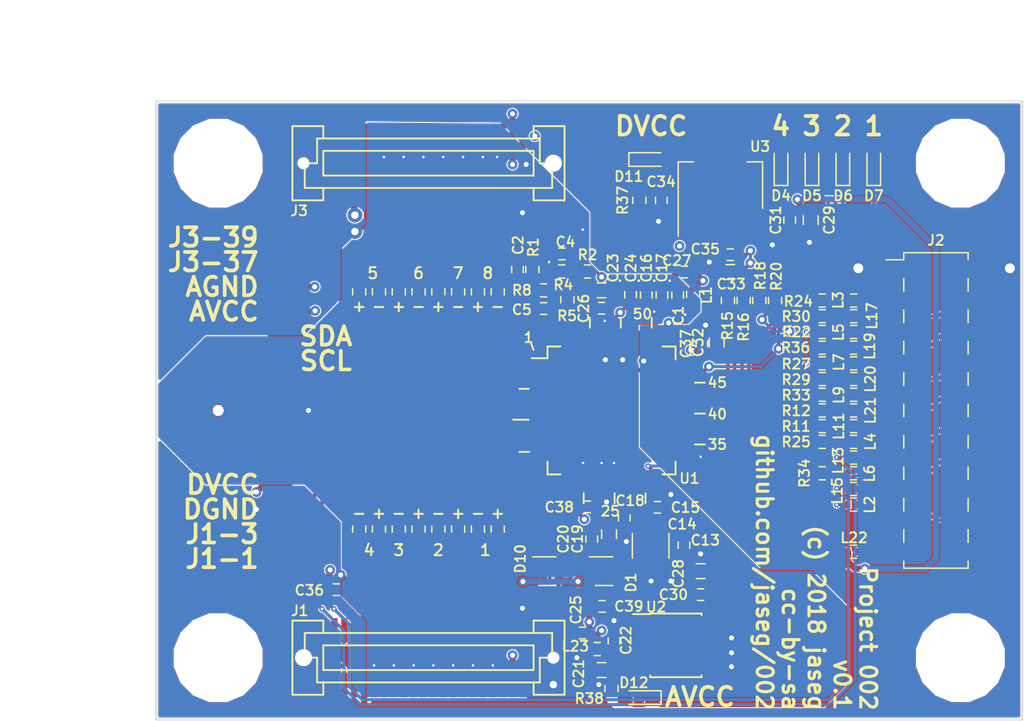
<source format=kicad_pcb>
(kicad_pcb (version 4) (host pcbnew 4.0.7)
  (layers (0 F.Cu signal) (1 In1.Cu signal) (2 In2.Cu signal) (31 B.Cu signal) (34 B.Paste user) (35 F.Paste user) (36 B.SilkS user) (37 F.SilkS user) (38 B.Mask user) (39 F.Mask user) (44 Edge.Cuts user))
  (net 0 "")
  (net 1 VDDA)
  (net 2 VSSA)
  (net 3 "Net-(U1-Pad27)")
  (net 4 "Net-(U1-Pad29)")
  (net 5 GNDD)
  (net 6 VDD)
  (net 7 "Net-(U1-Pad64)")
  (net 8 +BATT)
  (net 9 /BIAS)
  (net 10 "Net-(C21-Pad1)")
  (net 11 "Net-(D1-Pad6)")
  (net 12 /IN3P)
  (net 13 /IN4N)
  (net 14 /IN3N)
  (net 15 /IN4P)
  (net 16 "Net-(D2-Pad6)")
  (net 17 /IN1P)
  (net 18 /IN2N)
  (net 19 /IN1N)
  (net 20 /IN2P)
  (net 21 "Net-(D3-Pad6)")
  (net 22 "Net-(D4-Pad1)")
  (net 23 "Net-(D5-Pad1)")
  (net 24 "Net-(D6-Pad1)")
  (net 25 "Net-(D7-Pad1)")
  (net 26 /IN5P)
  (net 27 /IN6N)
  (net 28 /IN5N)
  (net 29 /IN6P)
  (net 30 "Net-(D8-Pad6)")
  (net 31 /IN7P)
  (net 32 /IN8N)
  (net 33 /IN7N)
  (net 34 /IN8P)
  (net 35 "Net-(D9-Pad6)")
  (net 36 "Net-(D10-Pad1)")
  (net 37 "Net-(D10-Pad2)")
  (net 38 "Net-(D10-Pad6)")
  (net 39 "Net-(J2-Pad5)")
  (net 40 "Net-(J2-Pad9)")
  (net 41 "Net-(J2-Pad10)")
  (net 42 "Net-(J2-Pad11)")
  (net 43 "Net-(J2-Pad12)")
  (net 44 "Net-(J2-Pad13)")
  (net 45 "Net-(J2-Pad14)")
  (net 46 "Net-(J2-Pad15)")
  (net 47 "Net-(J2-Pad17)")
  (net 48 "Net-(J2-Pad18)")
  (net 49 /ADS_NPWDN)
  (net 50 /ADS_NRST)
  (net 51 /ADS_SCK)
  (net 52 /ADS_MISO)
  (net 53 /ADS_MOSI)
  (net 54 /ADS_NCS)
  (net 55 /ADS_START)
  (net 56 /ADS_NDRDY)
  (net 57 /ADS_CLK)
  (net 58 /ADS_CLKSEL)
  (net 59 /ADS_DAISY_IN)
  (net 60 "Net-(U2-Pad4)")
  (net 61 "Net-(D11-Pad1)")
  (net 62 /AVDD1)
  (net 63 /BIASOUT)
  (net 64 /1PD)
  (net 65 /1ND)
  (net 66 /BIASREF)
  (net 67 /BIASINV)
  (net 68 /2PD)
  (net 69 /2ND)
  (net 70 /3PD)
  (net 71 /3ND)
  (net 72 /4PD)
  (net 73 /4ND)
  (net 74 /5PD)
  (net 75 /5ND)
  (net 76 /6PD)
  (net 77 /6ND)
  (net 78 /7PD)
  (net 79 /7ND)
  (net 80 /8PD)
  (net 81 /8ND)
  (net 82 /VCAP1)
  (net 83 /VCAP2)
  (net 84 /VCAP3)
  (net 85 /VCAP4)
  (net 86 /VREFP)
  (net 87 /SRB1)
  (net 88 /SRB2)
  (net 89 /BIASIN)
  (net 90 /ADS_NPWDN_DR)
  (net 91 /ADS_NRST_DR)
  (net 92 /ADS_GPIO4)
  (net 93 /ADS_GPIO3)
  (net 94 /ADS_GPIO2)
  (net 95 /ADS_GPIO1)
  (net 96 /ADS_SCLK_DR)
  (net 97 /ADS_DOUT_DR)
  (net 98 /ADS_DIN_DR)
  (net 99 /ADS_NCS_DR)
  (net 100 /ADS_START_DR)
  (net 101 /ADS_NDRDY_DR)
  (net 102 /ADS_CLK_DR)
  (net 103 /ADS_CLKSEL_DR)
  (net 104 /ADS_DAISY_IN_DR)
  (net 105 "Net-(J1-Pad35)")
  (net 106 "Net-(J2-Pad3)")
  (net 107 "Net-(J2-Pad4)")
  (net 108 "Net-(J2-Pad6)")
  (net 109 "Net-(J2-Pad7)")
  (net 110 "Net-(J2-Pad8)")
  (net 111 "Net-(J1-Pad1)")
  (net 112 /SDA_PT)
  (net 113 "Net-(J1-Pad3)")
  (net 114 /SCL_PT)
  (net 115 "Net-(J3-Pad37)")
  (net 116 "Net-(J3-Pad39)")
  (net 117 "Net-(J3-Pad4)")
  (net 118 "Net-(J3-Pad6)")
  (net 119 "Net-(D12-Pad2)")
  (module Capacitors_SMD:C_0402 (layer F.Cu) (at 145.2 125.4 270)
    (fp_text reference C20 (at 0 2.3 270) (layer F.SilkS) (effects (font (size 0.81 0.81))))
    (fp_text value 100n)
    (pad 1 smd rect (at -0.55 0 270) (size 0.6 0.5) (layers F.Cu F.Paste F.Mask) (net 86 /VREFP))
    (pad 2 smd rect (at 0.55 0 270) (size 0.6 0.5) (layers F.Cu F.Paste F.Mask) (net 2 VSSA))
  )
  (module Resistors_SMD:R_0402 (layer F.Cu) (at 166.37 115)
    (fp_text reference L21 (at 1.355 0 90) (layer F.SilkS) (effects (font (size 0.81 0.81))))
    (fp_text value L_Core_Ferrite_Small hide)
    (pad 1 smd rect (at -0.45 0) (size 0.4 0.6) (layers F.Cu F.Paste F.Mask) (net 50 /ADS_NRST))
    (pad 2 smd rect (at 0.45 0) (size 0.4 0.6) (layers F.Cu F.Paste F.Mask) (net 41 "Net-(J2-Pad10)"))
  )
  (module Mounting_Holes:MountingHole_3.2mm_M3_ISO14580 (layer F.Cu) (at 175 95)
    (fp_text reference REF** hide)
    (fp_text value MountingHole_3.2mm_M3_ISO14580 hide)
    (pad "" np_thru_hole circle (at 0 0) (size 3.2 3.2) (drill 3.2) (layers *.Cu *.Mask) (clearance 2))
  )
  (module Mounting_Holes:MountingHole_3.2mm_M3_ISO14580 (layer F.Cu) (at 175 135)
    (fp_text reference REF** hide)
    (fp_text value MountingHole_3.2mm_M3_ISO14580 hide)
    (pad "" np_thru_hole circle (at 0 0) (size 3.2 3.2) (drill 3.2) (layers *.Cu *.Mask) (clearance 2))
  )
  (module Mounting_Holes:MountingHole_3.2mm_M3_ISO14580 (layer F.Cu) (at 115 135)
    (fp_text reference REF** hide)
    (fp_text value MountingHole_3.2mm_M3_ISO14580 hide)
    (pad "" np_thru_hole circle (at 0 0) (size 3.2 3.2) (drill 3.2) (layers *.Cu *.Mask) (clearance 2))
  )
  (module Housings_QFP:TQFP-64_10x10mm_Pitch0.5mm (layer F.Cu) (at 146.8 115)
    (fp_text reference U1 (at 6.3 5.5) (layer F.SilkS) (effects (font (size 0.81 0.81))))
    (fp_text value ADS1299_TQFP)
    (pad 1 smd rect (at -5.7 -3.75) (size 1.5 0.3) (layers F.Cu F.Paste F.Mask) (net 81 /8ND))
    (pad 2 smd rect (at -5.7 -3.25) (size 1.5 0.3) (layers F.Cu F.Paste F.Mask) (net 80 /8PD))
    (pad 3 smd rect (at -5.7 -2.75) (size 1.5 0.3) (layers F.Cu F.Paste F.Mask) (net 79 /7ND))
    (pad 4 smd rect (at -5.7 -2.25) (size 1.5 0.3) (layers F.Cu F.Paste F.Mask) (net 78 /7PD))
    (pad 5 smd rect (at -5.7 -1.75) (size 1.5 0.3) (layers F.Cu F.Paste F.Mask) (net 77 /6ND))
    (pad 6 smd rect (at -5.7 -1.25) (size 1.5 0.3) (layers F.Cu F.Paste F.Mask) (net 76 /6PD))
    (pad 7 smd rect (at -5.7 -0.75) (size 1.5 0.3) (layers F.Cu F.Paste F.Mask) (net 75 /5ND))
    (pad 8 smd rect (at -5.7 -0.25) (size 1.5 0.3) (layers F.Cu F.Paste F.Mask) (net 74 /5PD))
    (pad 9 smd rect (at -5.7 0.25) (size 1.5 0.3) (layers F.Cu F.Paste F.Mask) (net 73 /4ND))
    (pad 10 smd rect (at -5.7 0.75) (size 1.5 0.3) (layers F.Cu F.Paste F.Mask) (net 72 /4PD))
    (pad 11 smd rect (at -5.7 1.25) (size 1.5 0.3) (layers F.Cu F.Paste F.Mask) (net 71 /3ND))
    (pad 12 smd rect (at -5.7 1.75) (size 1.5 0.3) (layers F.Cu F.Paste F.Mask) (net 70 /3PD))
    (pad 13 smd rect (at -5.7 2.25) (size 1.5 0.3) (layers F.Cu F.Paste F.Mask) (net 69 /2ND))
    (pad 14 smd rect (at -5.7 2.75) (size 1.5 0.3) (layers F.Cu F.Paste F.Mask) (net 68 /2PD))
    (pad 15 smd rect (at -5.7 3.25) (size 1.5 0.3) (layers F.Cu F.Paste F.Mask) (net 65 /1ND))
    (pad 16 smd rect (at -5.7 3.75) (size 1.5 0.3) (layers F.Cu F.Paste F.Mask) (net 64 /1PD))
    (pad 17 smd rect (at -3.75 5.7 90) (size 1.5 0.3) (layers F.Cu F.Paste F.Mask) (net 87 /SRB1))
    (pad 18 smd rect (at -3.25 5.7 90) (size 1.5 0.3) (layers F.Cu F.Paste F.Mask) (net 88 /SRB2))
    (pad 19 smd rect (at -2.75 5.7 90) (size 1.5 0.3) (layers F.Cu F.Paste F.Mask) (net 1 VDDA))
    (pad 20 smd rect (at -2.25 5.7 90) (size 1.5 0.3) (layers F.Cu F.Paste F.Mask) (net 2 VSSA))
    (pad 21 smd rect (at -1.75 5.7 90) (size 1.5 0.3) (layers F.Cu F.Paste F.Mask) (net 1 VDDA))
    (pad 22 smd rect (at -1.25 5.7 90) (size 1.5 0.3) (layers F.Cu F.Paste F.Mask) (net 1 VDDA))
    (pad 23 smd rect (at -0.75 5.7 90) (size 1.5 0.3) (layers F.Cu F.Paste F.Mask) (net 2 VSSA))
    (pad 24 smd rect (at -0.25 5.7 90) (size 1.5 0.3) (layers F.Cu F.Paste F.Mask) (net 86 /VREFP))
    (pad 25 smd rect (at 0.25 5.7 90) (size 1.5 0.3) (layers F.Cu F.Paste F.Mask) (net 2 VSSA))
    (pad 26 smd rect (at 0.75 5.7 90) (size 1.5 0.3) (layers F.Cu F.Paste F.Mask) (net 85 /VCAP4))
    (pad 27 smd rect (at 1.25 5.7 90) (size 1.5 0.3) (layers F.Cu F.Paste F.Mask) (net 3 "Net-(U1-Pad27)"))
    (pad 28 smd rect (at 1.75 5.7 90) (size 1.5 0.3) (layers F.Cu F.Paste F.Mask) (net 82 /VCAP1))
    (pad 29 smd rect (at 2.25 5.7 90) (size 1.5 0.3) (layers F.Cu F.Paste F.Mask) (net 4 "Net-(U1-Pad29)"))
    (pad 30 smd rect (at 2.75 5.7 90) (size 1.5 0.3) (layers F.Cu F.Paste F.Mask) (net 83 /VCAP2))
    (pad 31 smd rect (at 3.25 5.7 90) (size 1.5 0.3) (layers F.Cu F.Paste F.Mask) (net 5 GNDD))
    (pad 32 smd rect (at 3.75 5.7 90) (size 1.5 0.3) (layers F.Cu F.Paste F.Mask) (net 2 VSSA))
    (pad 33 smd rect (at 5.7 3.75) (size 1.5 0.3) (layers F.Cu F.Paste F.Mask) (net 5 GNDD))
    (pad 34 smd rect (at 5.7 3.25) (size 1.5 0.3) (layers F.Cu F.Paste F.Mask) (net 98 /ADS_DIN_DR))
    (pad 35 smd rect (at 5.7 2.75) (size 1.5 0.3) (layers F.Cu F.Paste F.Mask) (net 90 /ADS_NPWDN_DR))
    (pad 36 smd rect (at 5.7 2.25) (size 1.5 0.3) (layers F.Cu F.Paste F.Mask) (net 91 /ADS_NRST_DR))
    (pad 37 smd rect (at 5.7 1.75) (size 1.5 0.3) (layers F.Cu F.Paste F.Mask) (net 102 /ADS_CLK_DR))
    (pad 38 smd rect (at 5.7 1.25) (size 1.5 0.3) (layers F.Cu F.Paste F.Mask) (net 100 /ADS_START_DR))
    (pad 39 smd rect (at 5.7 0.75) (size 1.5 0.3) (layers F.Cu F.Paste F.Mask) (net 99 /ADS_NCS_DR))
    (pad 40 smd rect (at 5.7 0.25) (size 1.5 0.3) (layers F.Cu F.Paste F.Mask) (net 96 /ADS_SCLK_DR))
    (pad 41 smd rect (at 5.7 -0.25) (size 1.5 0.3) (layers F.Cu F.Paste F.Mask) (net 104 /ADS_DAISY_IN_DR))
    (pad 42 smd rect (at 5.7 -0.75) (size 1.5 0.3) (layers F.Cu F.Paste F.Mask) (net 95 /ADS_GPIO1))
    (pad 43 smd rect (at 5.7 -1.25) (size 1.5 0.3) (layers F.Cu F.Paste F.Mask) (net 97 /ADS_DOUT_DR))
    (pad 44 smd rect (at 5.7 -1.75) (size 1.5 0.3) (layers F.Cu F.Paste F.Mask) (net 94 /ADS_GPIO2))
    (pad 45 smd rect (at 5.7 -2.25) (size 1.5 0.3) (layers F.Cu F.Paste F.Mask) (net 93 /ADS_GPIO3))
    (pad 46 smd rect (at 5.7 -2.75) (size 1.5 0.3) (layers F.Cu F.Paste F.Mask) (net 92 /ADS_GPIO4))
    (pad 47 smd rect (at 5.7 -3.25) (size 1.5 0.3) (layers F.Cu F.Paste F.Mask) (net 101 /ADS_NDRDY_DR))
    (pad 48 smd rect (at 5.7 -3.75) (size 1.5 0.3) (layers F.Cu F.Paste F.Mask) (net 6 VDD))
    (pad 49 smd rect (at 3.75 -5.7 90) (size 1.5 0.3) (layers F.Cu F.Paste F.Mask) (net 5 GNDD))
    (pad 50 smd rect (at 3.25 -5.7 90) (size 1.5 0.3) (layers F.Cu F.Paste F.Mask) (net 6 VDD))
    (pad 51 smd rect (at 2.75 -5.7 90) (size 1.5 0.3) (layers F.Cu F.Paste F.Mask) (net 5 GNDD))
    (pad 52 smd rect (at 2.25 -5.7 90) (size 1.5 0.3) (layers F.Cu F.Paste F.Mask) (net 103 /ADS_CLKSEL_DR))
    (pad 53 smd rect (at 1.75 -5.7 90) (size 1.5 0.3) (layers F.Cu F.Paste F.Mask) (net 2 VSSA))
    (pad 54 smd rect (at 1.25 -5.7 90) (size 1.5 0.3) (layers F.Cu F.Paste F.Mask) (net 62 /AVDD1))
    (pad 55 smd rect (at 0.75 -5.7 90) (size 1.5 0.3) (layers F.Cu F.Paste F.Mask) (net 84 /VCAP3))
    (pad 56 smd rect (at 0.25 -5.7 90) (size 1.5 0.3) (layers F.Cu F.Paste F.Mask) (net 1 VDDA))
    (pad 57 smd rect (at -0.25 -5.7 90) (size 1.5 0.3) (layers F.Cu F.Paste F.Mask) (net 2 VSSA))
    (pad 58 smd rect (at -0.75 -5.7 90) (size 1.5 0.3) (layers F.Cu F.Paste F.Mask) (net 2 VSSA))
    (pad 59 smd rect (at -1.25 -5.7 90) (size 1.5 0.3) (layers F.Cu F.Paste F.Mask) (net 1 VDDA))
    (pad 60 smd rect (at -1.75 -5.7 90) (size 1.5 0.3) (layers F.Cu F.Paste F.Mask) (net 66 /BIASREF))
    (pad 61 smd rect (at -2.25 -5.7 90) (size 1.5 0.3) (layers F.Cu F.Paste F.Mask) (net 67 /BIASINV))
    (pad 62 smd rect (at -2.75 -5.7 90) (size 1.5 0.3) (layers F.Cu F.Paste F.Mask) (net 89 /BIASIN))
    (pad 63 smd rect (at -3.25 -5.7 90) (size 1.5 0.3) (layers F.Cu F.Paste F.Mask) (net 63 /BIASOUT))
    (pad 64 smd rect (at -3.75 -5.7 90) (size 1.5 0.3) (layers F.Cu F.Paste F.Mask) (net 7 "Net-(U1-Pad64)"))
  )
  (module TO_SOT_Packages_SMD:SOT-223-3Lead_TabPin2 (layer F.Cu) (at 155.6 96.8 90)
    (fp_text reference U3 (at 3.15 3.2 180) (layer F.SilkS) (effects (font (size 0.81 0.81))))
    (fp_text value LD1117S50TR_SOT223 hide)
    (pad 2 smd rect (at 3.15 0 90) (size 2 3.8) (layers F.Cu F.Paste F.Mask) (net 6 VDD))
    (pad 2 smd rect (at -3.15 0 90) (size 2 1.5) (layers F.Cu F.Paste F.Mask) (net 6 VDD))
    (pad 3 smd rect (at -3.15 2.3 90) (size 2 1.5) (layers F.Cu F.Paste F.Mask) (net 8 +BATT))
    (pad 1 smd rect (at -3.15 -2.3 90) (size 2 1.5) (layers F.Cu F.Paste F.Mask) (net 5 GNDD))
  )
  (module Capacitors_SMD:C_0402 (layer F.Cu) (at 152.146 105.664 90)
    (fp_text reference C1 (at -1.661 0.054 90) (layer F.SilkS) (effects (font (size 0.81 0.81))))
    (fp_text value 1u)
    (pad 1 smd rect (at -0.55 0 90) (size 0.6 0.5) (layers F.Cu F.Paste F.Mask) (net 62 /AVDD1))
    (pad 2 smd rect (at 0.55 0 90) (size 0.6 0.5) (layers F.Cu F.Paste F.Mask) (net 2 VSSA))
  )
  (module Capacitors_SMD:C_0402 (layer F.Cu) (at 139.2 103.6 270)
    (fp_text reference C2 (at -1.975 -0.05 270) (layer F.SilkS) (effects (font (size 0.81 0.81))))
    (fp_text value 0)
    (pad 1 smd rect (at -0.55 0 270) (size 0.6 0.5) (layers F.Cu F.Paste F.Mask) (net 9 /BIAS))
    (pad 2 smd rect (at 0.55 0 270) (size 0.6 0.5) (layers F.Cu F.Paste F.Mask) (net 63 /BIASOUT))
  )
  (module Capacitors_SMD:C_0402 (layer F.Cu) (at 142.7988 102.3366 180)
    (fp_text reference C4 (at -0.2762 0.9616 180) (layer F.SilkS) (effects (font (size 0.81 0.81))))
    (fp_text value 0)
    (pad 1 smd rect (at -0.55 0 180) (size 0.6 0.5) (layers F.Cu F.Paste F.Mask) (net 66 /BIASREF))
    (pad 2 smd rect (at 0.55 0 180) (size 0.6 0.5) (layers F.Cu F.Paste F.Mask) (net 2 VSSA))
  )
  (module Capacitors_SMD:C_0402 (layer F.Cu) (at 141.3002 106.7562)
    (fp_text reference C5 (at -1.7502 0.0938) (layer F.SilkS) (effects (font (size 0.81 0.81))))
    (fp_text value 0)
    (pad 1 smd rect (at -0.55 0) (size 0.6 0.5) (layers F.Cu F.Paste F.Mask) (net 67 /BIASINV))
    (pad 2 smd rect (at 0.55 0) (size 0.6 0.5) (layers F.Cu F.Paste F.Mask) (net 63 /BIASOUT))
  )
  (module Capacitors_SMD:C_0402 (layer F.Cu) (at 152.654 125.899 270)
    (fp_text reference C13 (at -0.399 -1.721 360) (layer F.SilkS) (effects (font (size 0.81 0.81))))
    (fp_text value DNP)
    (pad 1 smd rect (at -0.55 0 270) (size 0.6 0.5) (layers F.Cu F.Paste F.Mask) (net 82 /VCAP1))
    (pad 2 smd rect (at 0.55 0 270) (size 0.6 0.5) (layers F.Cu F.Paste F.Mask) (net 2 VSSA))
  )
  (module Capacitors_SMD:C_0402 (layer F.Cu) (at 150.5116 122.8344)
    (fp_text reference C15 (at 2.2634 0.0156) (layer F.SilkS) (effects (font (size 0.81 0.81))))
    (fp_text value 1u)
    (pad 1 smd rect (at -0.55 0) (size 0.6 0.5) (layers F.Cu F.Paste F.Mask) (net 83 /VCAP2))
    (pad 2 smd rect (at 0.55 0) (size 0.6 0.5) (layers F.Cu F.Paste F.Mask) (net 2 VSSA))
  )
  (module Capacitors_SMD:C_0402 (layer F.Cu) (at 149.606 105.664 90)
    (fp_text reference C16 (at 2.189 0.019 90) (layer F.SilkS) (effects (font (size 0.81 0.81))))
    (fp_text value 1u)
    (pad 1 smd rect (at -0.55 0 90) (size 0.6 0.5) (layers F.Cu F.Paste F.Mask) (net 84 /VCAP3))
    (pad 2 smd rect (at 0.55 0 90) (size 0.6 0.5) (layers F.Cu F.Paste F.Mask) (net 2 VSSA))
  )
  (module Capacitors_SMD:C_0402 (layer F.Cu) (at 150.876 105.664 90)
    (fp_text reference C17 (at 2.189 -0.001 90) (layer F.SilkS) (effects (font (size 0.81 0.81))))
    (fp_text value 100n)
    (pad 1 smd rect (at -0.55 0 90) (size 0.6 0.5) (layers F.Cu F.Paste F.Mask) (net 84 /VCAP3))
    (pad 2 smd rect (at 0.55 0 90) (size 0.6 0.5) (layers F.Cu F.Paste F.Mask) (net 2 VSSA))
  )
  (module Capacitors_SMD:C_0402 (layer F.Cu) (at 147.828 123.698 270)
    (fp_text reference C18 (at -1.398 -0.472 360) (layer F.SilkS) (effects (font (size 0.81 0.81))))
    (fp_text value 1u)
    (pad 1 smd rect (at -0.55 0 270) (size 0.6 0.5) (layers F.Cu F.Paste F.Mask) (net 85 /VCAP4))
    (pad 2 smd rect (at 0.55 0 270) (size 0.6 0.5) (layers F.Cu F.Paste F.Mask) (net 2 VSSA))
  )
  (module Capacitors_SMD:C_0402 (layer F.Cu) (at 147 133.6406 90)
    (fp_text reference C22 (at 0.0406 0.975 90) (layer F.SilkS) (effects (font (size 0.81 0.81))))
    (fp_text value 100n)
    (pad 1 smd rect (at -0.55 0 90) (size 0.6 0.5) (layers F.Cu F.Paste F.Mask) (net 10 "Net-(C21-Pad1)"))
    (pad 2 smd rect (at 0.55 0 90) (size 0.6 0.5) (layers F.Cu F.Paste F.Mask) (net 2 VSSA))
  )
  (module Capacitors_SMD:C_0402 (layer F.Cu) (at 148.336 105.6386 90)
    (fp_text reference C24 (at 2.1636 0.039 90) (layer F.SilkS) (effects (font (size 0.81 0.81))))
    (fp_text value 100n)
    (pad 1 smd rect (at -0.55 0 90) (size 0.6 0.5) (layers F.Cu F.Paste F.Mask) (net 1 VDDA))
    (pad 2 smd rect (at 0.55 0 90) (size 0.6 0.5) (layers F.Cu F.Paste F.Mask) (net 2 VSSA))
  )
  (module Capacitors_SMD:C_0402 (layer F.Cu) (at 144.45 133 180)
    (fp_text reference C25 (at 0.525 1.875 270) (layer F.SilkS) (effects (font (size 0.81 0.81))))
    (fp_text value 100n)
    (pad 1 smd rect (at -0.55 0 180) (size 0.6 0.5) (layers F.Cu F.Paste F.Mask) (net 1 VDDA))
    (pad 2 smd rect (at 0.55 0 180) (size 0.6 0.5) (layers F.Cu F.Paste F.Mask) (net 2 VSSA))
  )
  (module Capacitors_SMD:C_0402 (layer F.Cu) (at 145.9992 106.7308)
    (fp_text reference C26 (at -1.4492 0.0192 90) (layer F.SilkS) (effects (font (size 0.81 0.81))))
    (fp_text value 100n)
    (pad 1 smd rect (at -0.55 0) (size 0.6 0.5) (layers F.Cu F.Paste F.Mask) (net 1 VDDA))
    (pad 2 smd rect (at 0.55 0) (size 0.6 0.5) (layers F.Cu F.Paste F.Mask) (net 2 VSSA))
  )
  (module Capacitors_SMD:C_0402 (layer F.Cu) (at 152.7 103.8 180)
    (fp_text reference C27 (at 0.625 0.925 180) (layer F.SilkS) (effects (font (size 0.81 0.81))))
    (fp_text value 100n)
    (pad 1 smd rect (at -0.55 0 180) (size 0.6 0.5) (layers F.Cu F.Paste F.Mask) (net 1 VDDA))
    (pad 2 smd rect (at 0.55 0 180) (size 0.6 0.5) (layers F.Cu F.Paste F.Mask) (net 2 VSSA))
  )
  (module Capacitors_SMD:C_0402 (layer F.Cu) (at 154 129.9 180)
    (fp_text reference C30 (at 2.2 0 180) (layer F.SilkS) (effects (font (size 0.81 0.81))))
    (fp_text value 100n)
    (pad 1 smd rect (at -0.55 0 180) (size 0.6 0.5) (layers F.Cu F.Paste F.Mask) (net 8 +BATT))
    (pad 2 smd rect (at 0.55 0 180) (size 0.6 0.5) (layers F.Cu F.Paste F.Mask) (net 2 VSSA))
  )
  (module Capacitors_SMD:C_0402 (layer F.Cu) (at 161.2 99.6 270)
    (fp_text reference C31 (at 0 1.125 270) (layer F.SilkS) (effects (font (size 0.81 0.81))))
    (fp_text value 100n)
    (pad 1 smd rect (at -0.55 0 270) (size 0.6 0.5) (layers F.Cu F.Paste F.Mask) (net 8 +BATT))
    (pad 2 smd rect (at 0.55 0 270) (size 0.6 0.5) (layers F.Cu F.Paste F.Mask) (net 5 GNDD))
  )
  (module Capacitors_SMD:C_0402 (layer F.Cu) (at 150.828 98.006 270)
    (fp_text reference C34 (at -1.506 0.028 360) (layer F.SilkS) (effects (font (size 0.81 0.81))))
    (fp_text value 100n)
    (pad 1 smd rect (at -0.55 0 270) (size 0.6 0.5) (layers F.Cu F.Paste F.Mask) (net 6 VDD))
    (pad 2 smd rect (at 0.55 0 270) (size 0.6 0.5) (layers F.Cu F.Paste F.Mask) (net 5 GNDD))
  )
  (module Capacitors_SMD:C_0402 (layer F.Cu) (at 156.4 102.4 180)
    (fp_text reference C35 (at 2.025 0.45 180) (layer F.SilkS) (effects (font (size 0.81 0.81))))
    (fp_text value 100n)
    (pad 1 smd rect (at -0.55 0 180) (size 0.6 0.5) (layers F.Cu F.Paste F.Mask) (net 6 VDD))
    (pad 2 smd rect (at 0.55 0 180) (size 0.6 0.5) (layers F.Cu F.Paste F.Mask) (net 5 GNDD))
  )
  (module Capacitors_SMD:C_0402 (layer F.Cu) (at 124.55 129.5)
    (fp_text reference C36 (at -2.175 0.05) (layer F.SilkS) (effects (font (size 0.81 0.81))))
    (fp_text value 100n)
    (pad 1 smd rect (at -0.55 0) (size 0.6 0.5) (layers F.Cu F.Paste F.Mask) (net 6 VDD))
    (pad 2 smd rect (at 0.55 0) (size 0.6 0.5) (layers F.Cu F.Paste F.Mask) (net 5 GNDD))
  )
  (module Capacitors_SMD:C_0402 (layer F.Cu) (at 154.1 109.6 90)
    (fp_text reference C37 (at 0 -1.27 90) (layer F.SilkS) (effects (font (size 0.81 0.81))))
    (fp_text value 100n)
    (pad 1 smd rect (at -0.55 0 90) (size 0.6 0.5) (layers F.Cu F.Paste F.Mask) (net 6 VDD))
    (pad 2 smd rect (at 0.55 0 90) (size 0.6 0.5) (layers F.Cu F.Paste F.Mask) (net 5 GNDD))
  )
  (module TO_SOT_Packages_SMD:SOT-363_SC-70-6 (layer F.Cu) (at 146.2 128)
    (fp_text reference D1 (at 2.175 0.925 90) (layer F.SilkS) (effects (font (size 0.81 0.81))))
    (fp_text value TPD4E1B06)
    (pad 1 smd rect (at -0.95 -0.65) (size 0.65 0.4) (layers F.Cu F.Paste F.Mask) (net 9 /BIAS))
    (pad 3 smd rect (at -0.95 0.65) (size 0.65 0.4) (layers F.Cu F.Paste F.Mask) (net 2 VSSA))
    (pad 5 smd rect (at 0.95 0) (size 0.65 0.4) (layers F.Cu F.Paste F.Mask) (net 9 /BIAS))
    (pad 2 smd rect (at -0.95 0) (size 0.65 0.4) (layers F.Cu F.Paste F.Mask) (net 9 /BIAS))
    (pad 4 smd rect (at 0.95 0.65) (size 0.65 0.4) (layers F.Cu F.Paste F.Mask) (net 9 /BIAS))
    (pad 6 smd rect (at 0.95 -0.65) (size 0.65 0.4) (layers F.Cu F.Paste F.Mask) (net 11 "Net-(D1-Pad6)"))
  )
  (module LEDs:LED_0603_HandSoldering (layer F.Cu) (at 160.5 95 90)
    (fp_text reference D4 (at -2.625 0 180) (layer F.SilkS) (effects (font (size 0.81 0.81))))
    (fp_text value red)
    (pad 1 smd rect (at -1.1 0 90) (size 1.2 0.9) (layers F.Cu F.Paste F.Mask) (net 22 "Net-(D4-Pad1)"))
    (pad 2 smd rect (at 1.1 0 90) (size 1.2 0.9) (layers F.Cu F.Paste F.Mask) (net 6 VDD))
  )
  (module LEDs:LED_0603_HandSoldering (layer F.Cu) (at 163 95 90)
    (fp_text reference D5 (at -2.625 0 180) (layer F.SilkS) (effects (font (size 0.81 0.81))))
    (fp_text value red)
    (pad 1 smd rect (at -1.1 0 90) (size 1.2 0.9) (layers F.Cu F.Paste F.Mask) (net 23 "Net-(D5-Pad1)"))
    (pad 2 smd rect (at 1.1 0 90) (size 1.2 0.9) (layers F.Cu F.Paste F.Mask) (net 6 VDD))
  )
  (module LEDs:LED_0603_HandSoldering (layer F.Cu) (at 165.5 95 90)
    (fp_text reference D6 (at -2.625 0.025 180) (layer F.SilkS) (effects (font (size 0.81 0.81))))
    (fp_text value red)
    (pad 1 smd rect (at -1.1 0 90) (size 1.2 0.9) (layers F.Cu F.Paste F.Mask) (net 24 "Net-(D6-Pad1)"))
    (pad 2 smd rect (at 1.1 0 90) (size 1.2 0.9) (layers F.Cu F.Paste F.Mask) (net 6 VDD))
  )
  (module LEDs:LED_0603_HandSoldering (layer F.Cu) (at 168 95 90)
    (fp_text reference D7 (at -2.625 0 180) (layer F.SilkS) (effects (font (size 0.81 0.81))))
    (fp_text value red)
    (pad 1 smd rect (at -1.1 0 90) (size 1.2 0.9) (layers F.Cu F.Paste F.Mask) (net 25 "Net-(D7-Pad1)"))
    (pad 2 smd rect (at 1.1 0 90) (size 1.2 0.9) (layers F.Cu F.Paste F.Mask) (net 6 VDD))
  )
  (module TO_SOT_Packages_SMD:SOT-363_SC-70-6 (layer F.Cu) (at 141.6 128)
    (fp_text reference D10 (at -2.175 -1 90) (layer F.SilkS) (effects (font (size 0.81 0.81))))
    (fp_text value TPD4E1B06)
    (pad 1 smd rect (at -0.95 -0.65) (size 0.65 0.4) (layers F.Cu F.Paste F.Mask) (net 36 "Net-(D10-Pad1)"))
    (pad 3 smd rect (at -0.95 0.65) (size 0.65 0.4) (layers F.Cu F.Paste F.Mask) (net 9 /BIAS))
    (pad 5 smd rect (at 0.95 0) (size 0.65 0.4) (layers F.Cu F.Paste F.Mask) (net 87 /SRB1))
    (pad 2 smd rect (at -0.95 0) (size 0.65 0.4) (layers F.Cu F.Paste F.Mask) (net 37 "Net-(D10-Pad2)"))
    (pad 4 smd rect (at 0.95 0.65) (size 0.65 0.4) (layers F.Cu F.Paste F.Mask) (net 88 /SRB2))
    (pad 6 smd rect (at 0.95 -0.65) (size 0.65 0.4) (layers F.Cu F.Paste F.Mask) (net 38 "Net-(D10-Pad6)"))
  )
  (module Resistors_SMD:R_0402 (layer F.Cu) (at 153.4 105.6 270)
    (fp_text reference L1 (at 0.075 -1.075 270) (layer F.SilkS) (effects (font (size 0.81 0.81))))
    (fp_text value L_Core_Ferrite_Small hide)
    (pad 1 smd rect (at -0.45 0 270) (size 0.4 0.6) (layers F.Cu F.Paste F.Mask) (net 1 VDDA))
    (pad 2 smd rect (at 0.45 0 270) (size 0.4 0.6) (layers F.Cu F.Paste F.Mask) (net 62 /AVDD1))
  )
  (module Resistors_SMD:R_0402 (layer F.Cu) (at 166.37 106.11)
    (fp_text reference L3 (at -1.245 -0.035 90) (layer F.SilkS) (effects (font (size 0.81 0.81))))
    (fp_text value L_Core_Ferrite_Small hide)
    (pad 1 smd rect (at -0.45 0) (size 0.4 0.6) (layers F.Cu F.Paste F.Mask) (net 52 /ADS_MISO))
    (pad 2 smd rect (at 0.45 0) (size 0.4 0.6) (layers F.Cu F.Paste F.Mask) (net 106 "Net-(J2-Pad3)"))
  )
  (module Resistors_SMD:R_0402 (layer F.Cu) (at 166.37 108.65)
    (fp_text reference L5 (at -1.22 0.025 90) (layer F.SilkS) (effects (font (size 0.81 0.81))))
    (fp_text value L_Core_Ferrite_Small hide)
    (pad 1 smd rect (at -0.45 0) (size 0.4 0.6) (layers F.Cu F.Paste F.Mask) (net 51 /ADS_SCK))
    (pad 2 smd rect (at 0.45 0) (size 0.4 0.6) (layers F.Cu F.Paste F.Mask) (net 39 "Net-(J2-Pad5)"))
  )
  (module Resistors_SMD:R_0402 (layer F.Cu) (at 166.37 111.19)
    (fp_text reference L7 (at -1.195 -0.09 90) (layer F.SilkS) (effects (font (size 0.81 0.81))))
    (fp_text value L_Core_Ferrite_Small hide)
    (pad 1 smd rect (at -0.45 0) (size 0.4 0.6) (layers F.Cu F.Paste F.Mask) (net 54 /ADS_NCS))
    (pad 2 smd rect (at 0.45 0) (size 0.4 0.6) (layers F.Cu F.Paste F.Mask) (net 109 "Net-(J2-Pad7)"))
  )
  (module Resistors_SMD:R_0402 (layer F.Cu) (at 166.37 113.73)
    (fp_text reference L9 (at -1.195 0.02 90) (layer F.SilkS) (effects (font (size 0.81 0.81))))
    (fp_text value L_Core_Ferrite_Small hide)
    (pad 1 smd rect (at -0.45 0) (size 0.4 0.6) (layers F.Cu F.Paste F.Mask) (net 57 /ADS_CLK))
    (pad 2 smd rect (at 0.45 0) (size 0.4 0.6) (layers F.Cu F.Paste F.Mask) (net 40 "Net-(J2-Pad9)"))
  )
  (module Resistors_SMD:R_0402 (layer F.Cu) (at 166.37 116.27)
    (fp_text reference L11 (at -1.195 0.005 90) (layer F.SilkS) (effects (font (size 0.81 0.81))))
    (fp_text value L_Core_Ferrite_Small hide)
    (pad 1 smd rect (at -0.45 0) (size 0.4 0.6) (layers F.Cu F.Paste F.Mask) (net 49 /ADS_NPWDN))
    (pad 2 smd rect (at 0.45 0) (size 0.4 0.6) (layers F.Cu F.Paste F.Mask) (net 42 "Net-(J2-Pad11)"))
  )
  (module Resistors_SMD:R_0402 (layer F.Cu) (at 166.37 118.81)
    (fp_text reference L13 (at -1.245 0.24 90) (layer F.SilkS) (effects (font (size 0.81 0.81))))
    (fp_text value L_Core_Ferrite_Small hide)
    (pad 1 smd rect (at -0.45 0) (size 0.4 0.6) (layers F.Cu F.Paste F.Mask) (net 112 /SDA_PT))
    (pad 2 smd rect (at 0.45 0) (size 0.4 0.6) (layers F.Cu F.Paste F.Mask) (net 44 "Net-(J2-Pad13)"))
  )
  (module Resistors_SMD:R_0402 (layer F.Cu) (at 166.37 121.35)
    (fp_text reference L15 (at -1.32 0.15 90) (layer F.SilkS) (effects (font (size 0.81 0.81))))
    (fp_text value L_Core_Ferrite_Small hide)
    (pad 1 smd rect (at -0.45 0) (size 0.4 0.6) (layers F.Cu F.Paste F.Mask) (net 114 /SCL_PT))
    (pad 2 smd rect (at 0.45 0) (size 0.4 0.6) (layers F.Cu F.Paste F.Mask) (net 46 "Net-(J2-Pad15)"))
  )
  (module Resistors_SMD:R_0402 (layer F.Cu) (at 166.37 107.38)
    (fp_text reference L17 (at 1.48 -0.03 90) (layer F.SilkS) (effects (font (size 0.81 0.81))))
    (fp_text value L_Core_Ferrite_Small hide)
    (pad 1 smd rect (at -0.45 0) (size 0.4 0.6) (layers F.Cu F.Paste F.Mask) (net 56 /ADS_NDRDY))
    (pad 2 smd rect (at 0.45 0) (size 0.4 0.6) (layers F.Cu F.Paste F.Mask) (net 107 "Net-(J2-Pad4)"))
  )
  (module Resistors_SMD:R_0402 (layer F.Cu) (at 166.37 109.92)
    (fp_text reference L19 (at 1.305 -0.12 90) (layer F.SilkS) (effects (font (size 0.81 0.81))))
    (fp_text value L_Core_Ferrite_Small hide)
    (pad 1 smd rect (at -0.45 0) (size 0.4 0.6) (layers F.Cu F.Paste F.Mask) (net 59 /ADS_DAISY_IN))
    (pad 2 smd rect (at 0.45 0) (size 0.4 0.6) (layers F.Cu F.Paste F.Mask) (net 108 "Net-(J2-Pad6)"))
  )
  (module Resistors_SMD:R_0402 (layer F.Cu) (at 166.37 112.46)
    (fp_text reference L20 (at 1.355 -0.01 90) (layer F.SilkS) (effects (font (size 0.81 0.81))))
    (fp_text value L_Core_Ferrite_Small hide)
    (pad 1 smd rect (at -0.45 0) (size 0.4 0.6) (layers F.Cu F.Paste F.Mask) (net 55 /ADS_START))
    (pad 2 smd rect (at 0.45 0) (size 0.4 0.6) (layers F.Cu F.Paste F.Mask) (net 110 "Net-(J2-Pad8)"))
  )
  (module Resistors_SMD:R_0402 (layer F.Cu) (at 166.37 126.43 180)
    (fp_text reference L22 (at -0.03 1.13 180) (layer F.SilkS) (effects (font (size 0.81 0.81))))
    (fp_text value L_Core_Ferrite_Small hide)
    (pad 1 smd rect (at -0.45 0 180) (size 0.4 0.6) (layers F.Cu F.Paste F.Mask) (net 47 "Net-(J2-Pad17)"))
    (pad 2 smd rect (at 0.45 0 180) (size 0.4 0.6) (layers F.Cu F.Paste F.Mask) (net 8 +BATT))
  )
  (module Resistors_SMD:R_0402 (layer F.Cu) (at 145.6432 134.301 180)
    (fp_text reference L23 (at 1.7682 0.226 360) (layer F.SilkS) (effects (font (size 0.81 0.81))))
    (fp_text value 0)
    (pad 1 smd rect (at -0.45 0 180) (size 0.4 0.6) (layers F.Cu F.Paste F.Mask) (net 10 "Net-(C21-Pad1)"))
    (pad 2 smd rect (at 0.45 0 180) (size 0.4 0.6) (layers F.Cu F.Paste F.Mask) (net 1 VDDA))
  )
  (module Resistors_SMD:R_0402 (layer F.Cu) (at 140.4 103.6 90)
    (fp_text reference R1 (at 1.8 0.075 90) (layer F.SilkS) (effects (font (size 0.81 0.81))))
    (fp_text value 2k2)
    (pad 1 smd rect (at -0.45 0 90) (size 0.4 0.6) (layers F.Cu F.Paste F.Mask) (net 63 /BIASOUT))
    (pad 2 smd rect (at 0.45 0 90) (size 0.4 0.6) (layers F.Cu F.Paste F.Mask) (net 9 /BIAS))
  )
  (module Resistors_SMD:R_0402 (layer F.Cu) (at 144.8562 103.759)
    (fp_text reference R2 (at 0 -1.35) (layer F.SilkS) (effects (font (size 0.81 0.81))))
    (fp_text value 10k)
    (pad 1 smd rect (at -0.45 0) (size 0.4 0.6) (layers F.Cu F.Paste F.Mask) (net 66 /BIASREF))
    (pad 2 smd rect (at 0.45 0) (size 0.4 0.6) (layers F.Cu F.Paste F.Mask) (net 1 VDDA))
  )
  (module Resistors_SMD:R_0402 (layer F.Cu) (at 137.6 124.6 270)
    (fp_text reference R3 hide)
    (fp_text value 2k2)
    (pad 1 smd rect (at -0.45 0 270) (size 0.4 0.6) (layers F.Cu F.Paste F.Mask) (net 64 /1PD))
    (pad 2 smd rect (at 0.45 0 270) (size 0.4 0.6) (layers F.Cu F.Paste F.Mask) (net 17 /IN1P))
  )
  (module Resistors_SMD:R_0402 (layer F.Cu) (at 142.7806 103.759)
    (fp_text reference R4 (at 0.1194 1.091 180) (layer F.SilkS) (effects (font (size 0.81 0.81))))
    (fp_text value 10k)
    (pad 1 smd rect (at -0.45 0) (size 0.4 0.6) (layers F.Cu F.Paste F.Mask) (net 2 VSSA))
    (pad 2 smd rect (at 0.45 0) (size 0.4 0.6) (layers F.Cu F.Paste F.Mask) (net 66 /BIASREF))
  )
  (module Resistors_SMD:R_0402 (layer F.Cu) (at 143.2306 106.045 270)
    (fp_text reference R5 (at 1.305 0.0306 360) (layer F.SilkS) (effects (font (size 0.81 0.81))))
    (fp_text value 0)
    (pad 1 smd rect (at -0.45 0 270) (size 0.4 0.6) (layers F.Cu F.Paste F.Mask) (net 63 /BIASOUT))
    (pad 2 smd rect (at 0.45 0 270) (size 0.4 0.6) (layers F.Cu F.Paste F.Mask) (net 89 /BIASIN))
  )
  (module Resistors_SMD:R_0402 (layer F.Cu) (at 136 124.6 270)
    (fp_text reference R6 hide)
    (fp_text value 2k2)
    (pad 1 smd rect (at -0.45 0 270) (size 0.4 0.6) (layers F.Cu F.Paste F.Mask) (net 65 /1ND))
    (pad 2 smd rect (at 0.45 0 270) (size 0.4 0.6) (layers F.Cu F.Paste F.Mask) (net 19 /IN1N))
  )
  (module Resistors_SMD:R_0402 (layer F.Cu) (at 134.4 124.6 270)
    (fp_text reference R7 hide)
    (fp_text value 2k2)
    (pad 1 smd rect (at -0.45 0 270) (size 0.4 0.6) (layers F.Cu F.Paste F.Mask) (net 68 /2PD))
    (pad 2 smd rect (at 0.45 0 270) (size 0.4 0.6) (layers F.Cu F.Paste F.Mask) (net 20 /IN2P))
  )
  (module Resistors_SMD:R_0402 (layer F.Cu) (at 141.3002 105.283 180)
    (fp_text reference R8 (at 1.7502 0.008 180) (layer F.SilkS) (effects (font (size 0.81 0.81))))
    (fp_text value 0)
    (pad 1 smd rect (at -0.45 0 180) (size 0.4 0.6) (layers F.Cu F.Paste F.Mask) (net 63 /BIASOUT))
    (pad 2 smd rect (at 0.45 0 180) (size 0.4 0.6) (layers F.Cu F.Paste F.Mask) (net 67 /BIASINV))
  )
  (module Resistors_SMD:R_0402 (layer F.Cu) (at 132.8 124.6 270)
    (fp_text reference R9 hide)
    (fp_text value 2k2)
    (pad 1 smd rect (at -0.45 0 270) (size 0.4 0.6) (layers F.Cu F.Paste F.Mask) (net 69 /2ND))
    (pad 2 smd rect (at 0.45 0 270) (size 0.4 0.6) (layers F.Cu F.Paste F.Mask) (net 18 /IN2N))
  )
  (module Resistors_SMD:R_0402 (layer F.Cu) (at 131.2 124.6 270)
    (fp_text reference R10 hide)
    (fp_text value 2k2)
    (pad 1 smd rect (at -0.45 0 270) (size 0.4 0.6) (layers F.Cu F.Paste F.Mask) (net 70 /3PD))
    (pad 2 smd rect (at 0.45 0 270) (size 0.4 0.6) (layers F.Cu F.Paste F.Mask) (net 12 /IN3P))
  )
  (module Resistors_SMD:R_0402 (layer F.Cu) (at 163.83 116.27 180)
    (fp_text reference R11 (at 2.105 -0.02 360) (layer F.SilkS) (effects (font (size 0.81 0.81))))
    (fp_text value 0)
    (pad 1 smd rect (at -0.45 0 180) (size 0.4 0.6) (layers F.Cu F.Paste F.Mask) (net 49 /ADS_NPWDN))
    (pad 2 smd rect (at 0.45 0 180) (size 0.4 0.6) (layers F.Cu F.Paste F.Mask) (net 90 /ADS_NPWDN_DR))
  )
  (module Resistors_SMD:R_0402 (layer F.Cu) (at 163.83 115 180)
    (fp_text reference R12 (at 2.105 -0.03 360) (layer F.SilkS) (effects (font (size 0.81 0.81))))
    (fp_text value 0)
    (pad 1 smd rect (at -0.45 0 180) (size 0.4 0.6) (layers F.Cu F.Paste F.Mask) (net 50 /ADS_NRST))
    (pad 2 smd rect (at 0.45 0 180) (size 0.4 0.6) (layers F.Cu F.Paste F.Mask) (net 91 /ADS_NRST_DR))
  )
  (module Resistors_SMD:R_0402 (layer F.Cu) (at 129.6 124.6 270)
    (fp_text reference R13 hide)
    (fp_text value 2k2)
    (pad 1 smd rect (at -0.45 0 270) (size 0.4 0.6) (layers F.Cu F.Paste F.Mask) (net 71 /3ND))
    (pad 2 smd rect (at 0.45 0 270) (size 0.4 0.6) (layers F.Cu F.Paste F.Mask) (net 14 /IN3N))
  )
  (module Resistors_SMD:R_0402 (layer F.Cu) (at 128 124.6 270)
    (fp_text reference R14 hide)
    (fp_text value 2k2)
    (pad 1 smd rect (at -0.45 0 270) (size 0.4 0.6) (layers F.Cu F.Paste F.Mask) (net 72 /4PD))
    (pad 2 smd rect (at 0.45 0 270) (size 0.4 0.6) (layers F.Cu F.Paste F.Mask) (net 15 /IN4P))
  )
  (module Resistors_SMD:R_0402 (layer F.Cu) (at 156.21 106.11 270)
    (fp_text reference R15 (at 2.04 0.035 270) (layer F.SilkS) (effects (font (size 0.81 0.81))))
    (fp_text value 220)
    (pad 1 smd rect (at -0.45 0 270) (size 0.4 0.6) (layers F.Cu F.Paste F.Mask) (net 22 "Net-(D4-Pad1)"))
    (pad 2 smd rect (at 0.45 0 270) (size 0.4 0.6) (layers F.Cu F.Paste F.Mask) (net 92 /ADS_GPIO4))
  )
  (module Resistors_SMD:R_0402 (layer F.Cu) (at 157.48 106.11 270)
    (fp_text reference R16 (at 2.14 0.005 270) (layer F.SilkS) (effects (font (size 0.81 0.81))))
    (fp_text value 220)
    (pad 1 smd rect (at -0.45 0 270) (size 0.4 0.6) (layers F.Cu F.Paste F.Mask) (net 23 "Net-(D5-Pad1)"))
    (pad 2 smd rect (at 0.45 0 270) (size 0.4 0.6) (layers F.Cu F.Paste F.Mask) (net 93 /ADS_GPIO3))
  )
  (module Resistors_SMD:R_0402 (layer F.Cu) (at 126.4 124.6 270)
    (fp_text reference R17 hide)
    (fp_text value 2k2)
    (pad 1 smd rect (at -0.45 0 270) (size 0.4 0.6) (layers F.Cu F.Paste F.Mask) (net 73 /4ND))
    (pad 2 smd rect (at 0.45 0 270) (size 0.4 0.6) (layers F.Cu F.Paste F.Mask) (net 13 /IN4N))
  )
  (module Resistors_SMD:R_0402 (layer F.Cu) (at 158.75 106.11 270)
    (fp_text reference R18 (at -2.01 -0.075 270) (layer F.SilkS) (effects (font (size 0.81 0.81))))
    (fp_text value 220)
    (pad 1 smd rect (at -0.45 0 270) (size 0.4 0.6) (layers F.Cu F.Paste F.Mask) (net 24 "Net-(D6-Pad1)"))
    (pad 2 smd rect (at 0.45 0 270) (size 0.4 0.6) (layers F.Cu F.Paste F.Mask) (net 94 /ADS_GPIO2))
  )
  (module Resistors_SMD:R_0402 (layer F.Cu) (at 126.4 105.4 90)
    (fp_text reference R19 hide)
    (fp_text value 2k2)
    (pad 1 smd rect (at -0.45 0 90) (size 0.4 0.6) (layers F.Cu F.Paste F.Mask) (net 74 /5PD))
    (pad 2 smd rect (at 0.45 0 90) (size 0.4 0.6) (layers F.Cu F.Paste F.Mask) (net 26 /IN5P))
  )
  (module Resistors_SMD:R_0402 (layer F.Cu) (at 160.02 106.11 270)
    (fp_text reference R20 (at -1.96 -0.105 270) (layer F.SilkS) (effects (font (size 0.81 0.81))))
    (fp_text value 220)
    (pad 1 smd rect (at -0.45 0 270) (size 0.4 0.6) (layers F.Cu F.Paste F.Mask) (net 25 "Net-(D7-Pad1)"))
    (pad 2 smd rect (at 0.45 0 270) (size 0.4 0.6) (layers F.Cu F.Paste F.Mask) (net 95 /ADS_GPIO1))
  )
  (module Resistors_SMD:R_0402 (layer F.Cu) (at 128 105.4 90)
    (fp_text reference R21 hide)
    (fp_text value 2k2)
    (pad 1 smd rect (at -0.45 0 90) (size 0.4 0.6) (layers F.Cu F.Paste F.Mask) (net 75 /5ND))
    (pad 2 smd rect (at 0.45 0 90) (size 0.4 0.6) (layers F.Cu F.Paste F.Mask) (net 28 /IN5N))
  )
  (module Resistors_SMD:R_0402 (layer F.Cu) (at 163.83 108.65 180)
    (fp_text reference R22 (at 2.08 0 180) (layer F.SilkS) (effects (font (size 0.81 0.81))))
    (fp_text value 0)
    (pad 1 smd rect (at -0.45 0 180) (size 0.4 0.6) (layers F.Cu F.Paste F.Mask) (net 51 /ADS_SCK))
    (pad 2 smd rect (at 0.45 0 180) (size 0.4 0.6) (layers F.Cu F.Paste F.Mask) (net 96 /ADS_SCLK_DR))
  )
  (module Resistors_SMD:R_0402 (layer F.Cu) (at 129.6 105.4 90)
    (fp_text reference R23 hide)
    (fp_text value 2k2)
    (pad 1 smd rect (at -0.45 0 90) (size 0.4 0.6) (layers F.Cu F.Paste F.Mask) (net 76 /6PD))
    (pad 2 smd rect (at 0.45 0 90) (size 0.4 0.6) (layers F.Cu F.Paste F.Mask) (net 29 /IN6P))
  )
  (module Resistors_SMD:R_0402 (layer F.Cu) (at 163.83 106.11 180)
    (fp_text reference R24 (at 1.93 -0.065 180) (layer F.SilkS) (effects (font (size 0.81 0.81))))
    (fp_text value 0)
    (pad 1 smd rect (at -0.45 0 180) (size 0.4 0.6) (layers F.Cu F.Paste F.Mask) (net 52 /ADS_MISO))
    (pad 2 smd rect (at 0.45 0 180) (size 0.4 0.6) (layers F.Cu F.Paste F.Mask) (net 97 /ADS_DOUT_DR))
  )
  (module Resistors_SMD:R_0402 (layer F.Cu) (at 163.83 117.54 180)
    (fp_text reference R25 (at 2.105 -0.01 360) (layer F.SilkS) (effects (font (size 0.81 0.81))))
    (fp_text value 0)
    (pad 1 smd rect (at -0.45 0 180) (size 0.4 0.6) (layers F.Cu F.Paste F.Mask) (net 53 /ADS_MOSI))
    (pad 2 smd rect (at 0.45 0 180) (size 0.4 0.6) (layers F.Cu F.Paste F.Mask) (net 98 /ADS_DIN_DR))
  )
  (module Resistors_SMD:R_0402 (layer F.Cu) (at 131.2 105.4 90)
    (fp_text reference R26 hide)
    (fp_text value 2k2)
    (pad 1 smd rect (at -0.45 0 90) (size 0.4 0.6) (layers F.Cu F.Paste F.Mask) (net 77 /6ND))
    (pad 2 smd rect (at 0.45 0 90) (size 0.4 0.6) (layers F.Cu F.Paste F.Mask) (net 27 /IN6N))
  )
  (module Resistors_SMD:R_0402 (layer F.Cu) (at 163.83 111.19 180)
    (fp_text reference R27 (at 2.105 -0.06 180) (layer F.SilkS) (effects (font (size 0.81 0.81))))
    (fp_text value 0)
    (pad 1 smd rect (at -0.45 0 180) (size 0.4 0.6) (layers F.Cu F.Paste F.Mask) (net 54 /ADS_NCS))
    (pad 2 smd rect (at 0.45 0 180) (size 0.4 0.6) (layers F.Cu F.Paste F.Mask) (net 99 /ADS_NCS_DR))
  )
  (module Resistors_SMD:R_0402 (layer F.Cu) (at 132.8 105.4 90)
    (fp_text reference R28 hide)
    (fp_text value 2k2)
    (pad 1 smd rect (at -0.45 0 90) (size 0.4 0.6) (layers F.Cu F.Paste F.Mask) (net 78 /7PD))
    (pad 2 smd rect (at 0.45 0 90) (size 0.4 0.6) (layers F.Cu F.Paste F.Mask) (net 31 /IN7P))
  )
  (module Resistors_SMD:R_0402 (layer F.Cu) (at 163.83 112.46 180)
    (fp_text reference R29 (at 2.105 -0.05 180) (layer F.SilkS) (effects (font (size 0.81 0.81))))
    (fp_text value 0)
    (pad 1 smd rect (at -0.45 0 180) (size 0.4 0.6) (layers F.Cu F.Paste F.Mask) (net 55 /ADS_START))
    (pad 2 smd rect (at 0.45 0 180) (size 0.4 0.6) (layers F.Cu F.Paste F.Mask) (net 100 /ADS_START_DR))
  )
  (module Resistors_SMD:R_0402 (layer F.Cu) (at 163.83 107.38 180)
    (fp_text reference R30 (at 2.105 -0.02 180) (layer F.SilkS) (effects (font (size 0.81 0.81))))
    (fp_text value 0)
    (pad 1 smd rect (at -0.45 0 180) (size 0.4 0.6) (layers F.Cu F.Paste F.Mask) (net 56 /ADS_NDRDY))
    (pad 2 smd rect (at 0.45 0 180) (size 0.4 0.6) (layers F.Cu F.Paste F.Mask) (net 101 /ADS_NDRDY_DR))
  )
  (module Resistors_SMD:R_0402 (layer F.Cu) (at 134.4 105.4 90)
    (fp_text reference R31 hide)
    (fp_text value 2k2)
    (pad 1 smd rect (at -0.45 0 90) (size 0.4 0.6) (layers F.Cu F.Paste F.Mask) (net 79 /7ND))
    (pad 2 smd rect (at 0.45 0 90) (size 0.4 0.6) (layers F.Cu F.Paste F.Mask) (net 33 /IN7N))
  )
  (module Resistors_SMD:R_0402 (layer F.Cu) (at 136 105.4 90)
    (fp_text reference R32 hide)
    (fp_text value 2k2)
    (pad 1 smd rect (at -0.45 0 90) (size 0.4 0.6) (layers F.Cu F.Paste F.Mask) (net 80 /8PD))
    (pad 2 smd rect (at 0.45 0 90) (size 0.4 0.6) (layers F.Cu F.Paste F.Mask) (net 34 /IN8P))
  )
  (module Resistors_SMD:R_0402 (layer F.Cu) (at 163.83 113.73 180)
    (fp_text reference R33 (at 2.105 -0.04 180) (layer F.SilkS) (effects (font (size 0.81 0.81))))
    (fp_text value 0)
    (pad 1 smd rect (at -0.45 0 180) (size 0.4 0.6) (layers F.Cu F.Paste F.Mask) (net 57 /ADS_CLK))
    (pad 2 smd rect (at 0.45 0 180) (size 0.4 0.6) (layers F.Cu F.Paste F.Mask) (net 102 /ADS_CLK_DR))
  )
  (module Resistors_SMD:R_0402 (layer F.Cu) (at 163.83 120.08 180)
    (fp_text reference R34 (at 1.43 0.005 270) (layer F.SilkS) (effects (font (size 0.81 0.81))))
    (fp_text value 0)
    (pad 1 smd rect (at -0.45 0 180) (size 0.4 0.6) (layers F.Cu F.Paste F.Mask) (net 58 /ADS_CLKSEL))
    (pad 2 smd rect (at 0.45 0 180) (size 0.4 0.6) (layers F.Cu F.Paste F.Mask) (net 103 /ADS_CLKSEL_DR))
  )
  (module Resistors_SMD:R_0402 (layer F.Cu) (at 137.6 105.4 90)
    (fp_text reference R35 hide)
    (fp_text value 2k2)
    (pad 1 smd rect (at -0.45 0 90) (size 0.4 0.6) (layers F.Cu F.Paste F.Mask) (net 81 /8ND))
    (pad 2 smd rect (at 0.45 0 90) (size 0.4 0.6) (layers F.Cu F.Paste F.Mask) (net 32 /IN8N))
  )
  (module Resistors_SMD:R_0402 (layer F.Cu) (at 163.83 109.92 180)
    (fp_text reference R36 (at 2.155 -0.005 180) (layer F.SilkS) (effects (font (size 0.81 0.81))))
    (fp_text value 0)
    (pad 1 smd rect (at -0.45 0 180) (size 0.4 0.6) (layers F.Cu F.Paste F.Mask) (net 59 /ADS_DAISY_IN))
    (pad 2 smd rect (at 0.45 0 180) (size 0.4 0.6) (layers F.Cu F.Paste F.Mask) (net 104 /ADS_DAISY_IN_DR))
  )
  (module Housings_SOIC:SOIC-8_3.9x4.9mm_Pitch1.27mm (layer F.Cu) (at 152 134)
    (fp_text reference U2 (at -1.6 -3.1) (layer F.SilkS) (effects (font (size 0.81 0.81))))
    (fp_text value ADM7170)
    (pad 1 smd rect (at -2.7 -1.905) (size 1.55 0.6) (layers F.Cu F.Paste F.Mask) (net 10 "Net-(C21-Pad1)"))
    (pad 2 smd rect (at -2.7 -0.635) (size 1.55 0.6) (layers F.Cu F.Paste F.Mask) (net 10 "Net-(C21-Pad1)"))
    (pad 3 smd rect (at -2.7 0.635) (size 1.55 0.6) (layers F.Cu F.Paste F.Mask) (net 10 "Net-(C21-Pad1)"))
    (pad 4 smd rect (at -2.7 1.905) (size 1.55 0.6) (layers F.Cu F.Paste F.Mask) (net 60 "Net-(U2-Pad4)"))
    (pad 5 smd rect (at 2.7 1.905) (size 1.55 0.6) (layers F.Cu F.Paste F.Mask) (net 8 +BATT))
    (pad 6 smd rect (at 2.7 0.635) (size 1.55 0.6) (layers F.Cu F.Paste F.Mask) (net 2 VSSA))
    (pad 7 smd rect (at 2.7 -0.635) (size 1.55 0.6) (layers F.Cu F.Paste F.Mask) (net 8 +BATT))
    (pad 8 smd rect (at 2.7 -1.905) (size 1.55 0.6) (layers F.Cu F.Paste F.Mask) (net 8 +BATT))
  )
  (module LEDs:LED_0603_HandSoldering (layer F.Cu) (at 150 94.7)
    (fp_text reference D11 (at -1.8 1.375) (layer F.SilkS) (effects (font (size 0.81 0.81))))
    (fp_text value red)
    (pad 1 smd rect (at -1.1 0) (size 1.2 0.9) (layers F.Cu F.Paste F.Mask) (net 61 "Net-(D11-Pad1)"))
    (pad 2 smd rect (at 1.1 0) (size 1.2 0.9) (layers F.Cu F.Paste F.Mask) (net 6 VDD))
  )
  (module Resistors_SMD:R_0402 (layer F.Cu) (at 149.05 98.006 90)
    (fp_text reference R37 (at 0 -1.35 90) (layer F.SilkS) (effects (font (size 0.81 0.81))))
    (fp_text value 220)
    (pad 1 smd rect (at -0.45 0 90) (size 0.4 0.6) (layers F.Cu F.Paste F.Mask) (net 5 GNDD))
    (pad 2 smd rect (at 0.45 0 90) (size 0.4 0.6) (layers F.Cu F.Paste F.Mask) (net 61 "Net-(D11-Pad1)"))
  )
  (module Capacitors_SMD:C_1210 (layer F.Cu) (at 149.9616 125.9586 270)
    (fp_text reference C14 (at -1.7586 -2.5384 360) (layer F.SilkS) (effects (font (size 0.81 0.81))))
    (fp_text value 100u)
    (pad 1 smd rect (at -1.5 0 270) (size 1 2.5) (layers F.Cu F.Paste F.Mask) (net 82 /VCAP1))
    (pad 2 smd rect (at 1.5 0 270) (size 1 2.5) (layers F.Cu F.Paste F.Mask) (net 2 VSSA))
  )
  (module Capacitors_SMD:C_0603 (layer F.Cu) (at 146.6 125 270)
    (fp_text reference C19 (at 0.4 2.55 270) (layer F.SilkS) (effects (font (size 0.81 0.81))))
    (fp_text value 10u)
    (pad 2 smd rect (at 0.75 0 270) (size 0.8 0.75) (layers F.Cu F.Paste F.Mask) (net 2 VSSA))
    (pad 1 smd rect (at -0.75 0 270) (size 0.8 0.75) (layers F.Cu F.Paste F.Mask) (net 86 /VREFP))
  )
  (module Capacitors_SMD:C_0603 (layer F.Cu) (at 146 136 180)
    (fp_text reference C21 (at 1.85 -0.3 270) (layer F.SilkS) (effects (font (size 0.81 0.81))))
    (fp_text value 10u)
    (pad 2 smd rect (at 0.75 0 180) (size 0.8 0.75) (layers F.Cu F.Paste F.Mask) (net 2 VSSA))
    (pad 1 smd rect (at -0.75 0 180) (size 0.8 0.75) (layers F.Cu F.Paste F.Mask) (net 10 "Net-(C21-Pad1)"))
  )
  (module Capacitors_SMD:C_0603 (layer F.Cu) (at 145.9992 105.283)
    (fp_text reference C23 (at 0.9258 -1.808 90) (layer F.SilkS) (effects (font (size 0.81 0.81))))
    (fp_text value 10u)
    (pad 2 smd rect (at 0.75 0) (size 0.8 0.75) (layers F.Cu F.Paste F.Mask) (net 2 VSSA))
    (pad 1 smd rect (at -0.75 0) (size 0.8 0.75) (layers F.Cu F.Paste F.Mask) (net 1 VDDA))
  )
  (module Capacitors_SMD:C_0603 (layer F.Cu) (at 154 128 180)
    (fp_text reference C28 (at 1.8 -0.2 270) (layer F.SilkS) (effects (font (size 0.81 0.81))))
    (fp_text value 10u)
    (pad 2 smd rect (at 0.75 0 180) (size 0.8 0.75) (layers F.Cu F.Paste F.Mask) (net 2 VSSA))
    (pad 1 smd rect (at -0.75 0 180) (size 0.8 0.75) (layers F.Cu F.Paste F.Mask) (net 8 +BATT))
  )
  (module Capacitors_SMD:C_0603 (layer F.Cu) (at 162.9 99.6 270)
    (fp_text reference C29 (at 0 -1.5 270) (layer F.SilkS) (effects (font (size 0.81 0.81))))
    (fp_text value 10u)
    (pad 2 smd rect (at 0.75 0 270) (size 0.8 0.75) (layers F.Cu F.Paste F.Mask) (net 5 GNDD))
    (pad 1 smd rect (at -0.75 0 270) (size 0.8 0.75) (layers F.Cu F.Paste F.Mask) (net 8 +BATT))
  )
  (module Capacitors_SMD:C_0603 (layer F.Cu) (at 155.3 109.5 90)
    (fp_text reference C32 (at 0 -1.5 90) (layer F.SilkS) (effects (font (size 0.81 0.81))))
    (fp_text value 47u)
    (pad 2 smd rect (at 0.75 0 90) (size 0.8 0.75) (layers F.Cu F.Paste F.Mask) (net 5 GNDD))
    (pad 1 smd rect (at -0.75 0 90) (size 0.8 0.75) (layers F.Cu F.Paste F.Mask) (net 6 VDD))
  )
  (module Capacitors_SMD:C_0603 (layer F.Cu) (at 156.4 103.8 180)
    (fp_text reference C33 (at -0.075 -0.975 180) (layer F.SilkS) (effects (font (size 0.81 0.81))))
    (fp_text value 47u)
    (pad 2 smd rect (at 0.75 0 180) (size 0.8 0.75) (layers F.Cu F.Paste F.Mask) (net 5 GNDD))
    (pad 1 smd rect (at -0.75 0 180) (size 0.8 0.75) (layers F.Cu F.Paste F.Mask) (net 6 VDD))
  )
  (module Mounting_Holes:MountingHole_3.2mm_M3_ISO14580 (layer F.Cu) (at 115 95)
    (fp_text reference REF** hide)
    (fp_text value MountingHole_3.2mm_M3_ISO14580 hide)
    (pad "" np_thru_hole circle (at 0 0) (size 3.2 3.2) (drill 3.2) (layers *.Cu *.Mask) (clearance 2))
  )
  (module footprints:m3_pillar (layer F.Cu) (at 115 115)
    (fp_text reference REF** hide)
    (fp_text value m3_pillar hide)
    (pad 1 thru_hole circle (at 0 0) (size 0.9 0.9) (drill 0.9) (layers *.Cu *.Mask) (net 2 VSSA))
    (pad 2 smd circle (at 0 0) (size 8 8) (layers F.Cu F.Paste F.Mask) (net 2 VSSA))
  )
  (module footprints:bergstak_receptacle1_2x20_female (layer F.Cu) (at 132 135 180)
    (fp_text reference J1 (at 10.4 3.8 180) (layer F.SilkS) (effects (font (size 0.81 0.81))))
    (fp_text value Conn_02x20_Odd_Even hide)
    (pad 1 smd rect (at 7.6 -2.2 180) (size 0.5 2) (layers F.Cu F.Paste F.Mask) (net 111 "Net-(J1-Pad1)"))
    (pad 2 smd rect (at 7.6 2.2 180) (size 0.5 2) (layers F.Cu F.Paste F.Mask) (net 112 /SDA_PT))
    (pad 3 smd rect (at 6.8 -2.2 180) (size 0.5 2) (layers F.Cu F.Paste F.Mask) (net 113 "Net-(J1-Pad3)"))
    (pad 4 smd rect (at 6.8 2.2 180) (size 0.5 2) (layers F.Cu F.Paste F.Mask) (net 114 /SCL_PT))
    (pad 5 smd rect (at 6 -2.2 180) (size 0.5 2) (layers F.Cu F.Paste F.Mask) (net 6 VDD))
    (pad 6 smd rect (at 6 2.2 180) (size 0.5 2) (layers F.Cu F.Paste F.Mask) (net 6 VDD))
    (pad 7 smd rect (at 5.2 -2.2 180) (size 0.5 2) (layers F.Cu F.Paste F.Mask) (net 5 GNDD))
    (pad 8 smd rect (at 5.2 2.2 180) (size 0.5 2) (layers F.Cu F.Paste F.Mask) (net 5 GNDD))
    (pad 9 smd rect (at 4.4 -2.2 180) (size 0.5 2) (layers F.Cu F.Paste F.Mask) (net 2 VSSA))
    (pad 10 smd rect (at 4.4 2.2 180) (size 0.5 2) (layers F.Cu F.Paste F.Mask) (net 9 /BIAS))
    (pad 11 smd rect (at 3.6 -2.2 180) (size 0.5 2) (layers F.Cu F.Paste F.Mask) (net 2 VSSA))
    (pad 12 smd rect (at 3.6 2.2 180) (size 0.5 2) (layers F.Cu F.Paste F.Mask) (net 13 /IN4N))
    (pad 13 smd rect (at 2.8 -2.2 180) (size 0.5 2) (layers F.Cu F.Paste F.Mask) (net 2 VSSA))
    (pad 14 smd rect (at 2.8 2.2 180) (size 0.5 2) (layers F.Cu F.Paste F.Mask) (net 15 /IN4P))
    (pad 15 smd rect (at 2 -2.2 180) (size 0.5 2) (layers F.Cu F.Paste F.Mask) (net 2 VSSA))
    (pad 16 smd rect (at 2 2.2 180) (size 0.5 2) (layers F.Cu F.Paste F.Mask) (net 9 /BIAS))
    (pad 17 smd rect (at 1.2 -2.2 180) (size 0.5 2) (layers F.Cu F.Paste F.Mask) (net 2 VSSA))
    (pad 18 smd rect (at 1.2 2.2 180) (size 0.5 2) (layers F.Cu F.Paste F.Mask) (net 14 /IN3N))
    (pad 19 smd rect (at 0.4 -2.2 180) (size 0.5 2) (layers F.Cu F.Paste F.Mask) (net 2 VSSA))
    (pad 20 smd rect (at 0.4 2.2 180) (size 0.5 2) (layers F.Cu F.Paste F.Mask) (net 12 /IN3P))
    (pad 21 smd rect (at -0.4 -2.2 180) (size 0.5 2) (layers F.Cu F.Paste F.Mask) (net 2 VSSA))
    (pad 22 smd rect (at -0.4 2.2 180) (size 0.5 2) (layers F.Cu F.Paste F.Mask) (net 9 /BIAS))
    (pad 23 smd rect (at -1.2 -2.2 180) (size 0.5 2) (layers F.Cu F.Paste F.Mask) (net 2 VSSA))
    (pad 24 smd rect (at -1.2 2.2 180) (size 0.5 2) (layers F.Cu F.Paste F.Mask) (net 18 /IN2N))
    (pad 25 smd rect (at -2 -2.2 180) (size 0.5 2) (layers F.Cu F.Paste F.Mask) (net 2 VSSA))
    (pad 26 smd rect (at -2 2.2 180) (size 0.5 2) (layers F.Cu F.Paste F.Mask) (net 20 /IN2P))
    (pad 27 smd rect (at -2.8 -2.2 180) (size 0.5 2) (layers F.Cu F.Paste F.Mask) (net 2 VSSA))
    (pad 28 smd rect (at -2.8 2.2 180) (size 0.5 2) (layers F.Cu F.Paste F.Mask) (net 9 /BIAS))
    (pad 29 smd rect (at -3.6 -2.2 180) (size 0.5 2) (layers F.Cu F.Paste F.Mask) (net 2 VSSA))
    (pad 30 smd rect (at -3.6 2.2 180) (size 0.5 2) (layers F.Cu F.Paste F.Mask) (net 19 /IN1N))
    (pad 31 smd rect (at -4.4 -2.2 180) (size 0.5 2) (layers F.Cu F.Paste F.Mask) (net 2 VSSA))
    (pad 32 smd rect (at -4.4 2.2 180) (size 0.5 2) (layers F.Cu F.Paste F.Mask) (net 17 /IN1P))
    (pad 33 smd rect (at -5.2 -2.2 180) (size 0.5 2) (layers F.Cu F.Paste F.Mask) (net 2 VSSA))
    (pad 34 smd rect (at -5.2 2.2 180) (size 0.5 2) (layers F.Cu F.Paste F.Mask) (net 9 /BIAS))
    (pad 35 smd rect (at -6 -2.2 180) (size 0.5 2) (layers F.Cu F.Paste F.Mask) (net 105 "Net-(J1-Pad35)"))
    (pad 36 smd rect (at -6 2.2 180) (size 0.5 2) (layers F.Cu F.Paste F.Mask) (net 87 /SRB1))
    (pad 37 smd rect (at -6.8 -2.2 180) (size 0.5 2) (layers F.Cu F.Paste F.Mask) (net 1 VDDA))
    (pad 38 smd rect (at -6.8 2.2 180) (size 0.5 2) (layers F.Cu F.Paste F.Mask) (net 88 /SRB2))
    (pad 39 smd rect (at -7.6 -2.2 180) (size 0.5 2) (layers F.Cu F.Paste F.Mask) (net 2 VSSA))
    (pad 40 smd rect (at -7.6 2.2 180) (size 0.5 2) (layers F.Cu F.Paste F.Mask) (net 2 VSSA))
    (pad "" np_thru_hole circle (at 10.1 0 180) (size 1.2 1.2) (drill 1.2) (layers *.Cu *.Mask))
    (pad "" np_thru_hole circle (at -10.1 0 180) (size 0.8 0.8) (drill 0.8) (layers *.Cu *.Mask))
  )
  (module footprints:bergstak_receptacle1_2x20_female (layer F.Cu) (at 132 95)
    (fp_text reference J3 (at -10.45 3.85) (layer F.SilkS) (effects (font (size 0.81 0.81))))
    (fp_text value Conn_02x20_Odd_Even hide)
    (pad 1 smd rect (at 7.6 -2.2) (size 0.5 2) (layers F.Cu F.Paste F.Mask) (net 2 VSSA))
    (pad 2 smd rect (at 7.6 2.2) (size 0.5 2) (layers F.Cu F.Paste F.Mask) (net 2 VSSA))
    (pad 3 smd rect (at 6.8 -2.2) (size 0.5 2) (layers F.Cu F.Paste F.Mask) (net 1 VDDA))
    (pad 4 smd rect (at 6.8 2.2) (size 0.5 2) (layers F.Cu F.Paste F.Mask) (net 117 "Net-(J3-Pad4)"))
    (pad 5 smd rect (at 6 -2.2) (size 0.5 2) (layers F.Cu F.Paste F.Mask) (net 2 VSSA))
    (pad 6 smd rect (at 6 2.2) (size 0.5 2) (layers F.Cu F.Paste F.Mask) (net 118 "Net-(J3-Pad6)"))
    (pad 7 smd rect (at 5.2 -2.2) (size 0.5 2) (layers F.Cu F.Paste F.Mask) (net 2 VSSA))
    (pad 8 smd rect (at 5.2 2.2) (size 0.5 2) (layers F.Cu F.Paste F.Mask) (net 9 /BIAS))
    (pad 9 smd rect (at 4.4 -2.2) (size 0.5 2) (layers F.Cu F.Paste F.Mask) (net 2 VSSA))
    (pad 10 smd rect (at 4.4 2.2) (size 0.5 2) (layers F.Cu F.Paste F.Mask) (net 32 /IN8N))
    (pad 11 smd rect (at 3.6 -2.2) (size 0.5 2) (layers F.Cu F.Paste F.Mask) (net 2 VSSA))
    (pad 12 smd rect (at 3.6 2.2) (size 0.5 2) (layers F.Cu F.Paste F.Mask) (net 34 /IN8P))
    (pad 13 smd rect (at 2.8 -2.2) (size 0.5 2) (layers F.Cu F.Paste F.Mask) (net 2 VSSA))
    (pad 14 smd rect (at 2.8 2.2) (size 0.5 2) (layers F.Cu F.Paste F.Mask) (net 9 /BIAS))
    (pad 15 smd rect (at 2 -2.2) (size 0.5 2) (layers F.Cu F.Paste F.Mask) (net 2 VSSA))
    (pad 16 smd rect (at 2 2.2) (size 0.5 2) (layers F.Cu F.Paste F.Mask) (net 33 /IN7N))
    (pad 17 smd rect (at 1.2 -2.2) (size 0.5 2) (layers F.Cu F.Paste F.Mask) (net 2 VSSA))
    (pad 18 smd rect (at 1.2 2.2) (size 0.5 2) (layers F.Cu F.Paste F.Mask) (net 31 /IN7P))
    (pad 19 smd rect (at 0.4 -2.2) (size 0.5 2) (layers F.Cu F.Paste F.Mask) (net 2 VSSA))
    (pad 20 smd rect (at 0.4 2.2) (size 0.5 2) (layers F.Cu F.Paste F.Mask) (net 9 /BIAS))
    (pad 21 smd rect (at -0.4 -2.2) (size 0.5 2) (layers F.Cu F.Paste F.Mask) (net 2 VSSA))
    (pad 22 smd rect (at -0.4 2.2) (size 0.5 2) (layers F.Cu F.Paste F.Mask) (net 27 /IN6N))
    (pad 23 smd rect (at -1.2 -2.2) (size 0.5 2) (layers F.Cu F.Paste F.Mask) (net 2 VSSA))
    (pad 24 smd rect (at -1.2 2.2) (size 0.5 2) (layers F.Cu F.Paste F.Mask) (net 29 /IN6P))
    (pad 25 smd rect (at -2 -2.2) (size 0.5 2) (layers F.Cu F.Paste F.Mask) (net 2 VSSA))
    (pad 26 smd rect (at -2 2.2) (size 0.5 2) (layers F.Cu F.Paste F.Mask) (net 9 /BIAS))
    (pad 27 smd rect (at -2.8 -2.2) (size 0.5 2) (layers F.Cu F.Paste F.Mask) (net 2 VSSA))
    (pad 28 smd rect (at -2.8 2.2) (size 0.5 2) (layers F.Cu F.Paste F.Mask) (net 28 /IN5N))
    (pad 29 smd rect (at -3.6 -2.2) (size 0.5 2) (layers F.Cu F.Paste F.Mask) (net 2 VSSA))
    (pad 30 smd rect (at -3.6 2.2) (size 0.5 2) (layers F.Cu F.Paste F.Mask) (net 26 /IN5P))
    (pad 31 smd rect (at -4.4 -2.2) (size 0.5 2) (layers F.Cu F.Paste F.Mask) (net 2 VSSA))
    (pad 32 smd rect (at -4.4 2.2) (size 0.5 2) (layers F.Cu F.Paste F.Mask) (net 9 /BIAS))
    (pad 33 smd rect (at -5.2 -2.2) (size 0.5 2) (layers F.Cu F.Paste F.Mask) (net 5 GNDD))
    (pad 34 smd rect (at -5.2 2.2) (size 0.5 2) (layers F.Cu F.Paste F.Mask) (net 5 GNDD))
    (pad 35 smd rect (at -6 -2.2) (size 0.5 2) (layers F.Cu F.Paste F.Mask) (net 6 VDD))
    (pad 36 smd rect (at -6 2.2) (size 0.5 2) (layers F.Cu F.Paste F.Mask) (net 6 VDD))
    (pad 37 smd rect (at -6.8 -2.2) (size 0.5 2) (layers F.Cu F.Paste F.Mask) (net 115 "Net-(J3-Pad37)"))
    (pad 38 smd rect (at -6.8 2.2) (size 0.5 2) (layers F.Cu F.Paste F.Mask) (net 114 /SCL_PT))
    (pad 39 smd rect (at -7.6 -2.2) (size 0.5 2) (layers F.Cu F.Paste F.Mask) (net 116 "Net-(J3-Pad39)"))
    (pad 40 smd rect (at -7.6 2.2) (size 0.5 2) (layers F.Cu F.Paste F.Mask) (net 112 /SDA_PT))
    (pad "" np_thru_hole circle (at 10.1 0) (size 1.2 1.2) (drill 1.2) (layers *.Cu *.Mask))
    (pad "" np_thru_hole circle (at -10.1 0) (size 0.8 0.8) (drill 0.8) (layers *.Cu *.Mask))
  )
  (module Pin_Headers:Pin_Header_Straight_2x10_Pitch2.54mm_SMD (layer F.Cu) (at 173.025 115)
    (fp_text reference J2 (at 0 -13.76) (layer F.SilkS) (effects (font (size 0.81 0.81))))
    (fp_text value Conn_02x10_Odd_Even hide)
    (pad 1 smd rect (at -2.525 -11.43) (size 3.15 1) (layers F.Cu F.Paste F.Mask) (net 5 GNDD))
    (pad 2 smd rect (at 2.525 -11.43) (size 3.15 1) (layers F.Cu F.Paste F.Mask) (net 5 GNDD))
    (pad 3 smd rect (at -2.525 -8.89) (size 3.15 1) (layers F.Cu F.Paste F.Mask) (net 106 "Net-(J2-Pad3)"))
    (pad 4 smd rect (at 2.525 -8.89) (size 3.15 1) (layers F.Cu F.Paste F.Mask) (net 107 "Net-(J2-Pad4)"))
    (pad 5 smd rect (at -2.525 -6.35) (size 3.15 1) (layers F.Cu F.Paste F.Mask) (net 39 "Net-(J2-Pad5)"))
    (pad 6 smd rect (at 2.525 -6.35) (size 3.15 1) (layers F.Cu F.Paste F.Mask) (net 108 "Net-(J2-Pad6)"))
    (pad 7 smd rect (at -2.525 -3.81) (size 3.15 1) (layers F.Cu F.Paste F.Mask) (net 109 "Net-(J2-Pad7)"))
    (pad 8 smd rect (at 2.525 -3.81) (size 3.15 1) (layers F.Cu F.Paste F.Mask) (net 110 "Net-(J2-Pad8)"))
    (pad 9 smd rect (at -2.525 -1.27) (size 3.15 1) (layers F.Cu F.Paste F.Mask) (net 40 "Net-(J2-Pad9)"))
    (pad 10 smd rect (at 2.525 -1.27) (size 3.15 1) (layers F.Cu F.Paste F.Mask) (net 41 "Net-(J2-Pad10)"))
    (pad 11 smd rect (at -2.525 1.27) (size 3.15 1) (layers F.Cu F.Paste F.Mask) (net 42 "Net-(J2-Pad11)"))
    (pad 12 smd rect (at 2.525 1.27) (size 3.15 1) (layers F.Cu F.Paste F.Mask) (net 43 "Net-(J2-Pad12)"))
    (pad 13 smd rect (at -2.525 3.81) (size 3.15 1) (layers F.Cu F.Paste F.Mask) (net 44 "Net-(J2-Pad13)"))
    (pad 14 smd rect (at 2.525 3.81) (size 3.15 1) (layers F.Cu F.Paste F.Mask) (net 45 "Net-(J2-Pad14)"))
    (pad 15 smd rect (at -2.525 6.35) (size 3.15 1) (layers F.Cu F.Paste F.Mask) (net 46 "Net-(J2-Pad15)"))
    (pad 16 smd rect (at 2.525 6.35) (size 3.15 1) (layers F.Cu F.Paste F.Mask) (net 5 GNDD))
    (pad 17 smd rect (at -2.525 8.89) (size 3.15 1) (layers F.Cu F.Paste F.Mask) (net 47 "Net-(J2-Pad17)"))
    (pad 18 smd rect (at 2.525 8.89) (size 3.15 1) (layers F.Cu F.Paste F.Mask) (net 48 "Net-(J2-Pad18)"))
    (pad 19 smd rect (at -2.525 11.43) (size 3.15 1) (layers F.Cu F.Paste F.Mask) (net 47 "Net-(J2-Pad17)"))
    (pad 20 smd rect (at 2.525 11.43) (size 3.15 1) (layers F.Cu F.Paste F.Mask) (net 48 "Net-(J2-Pad18)"))
  )
  (module Resistors_SMD:R_0402 (layer F.Cu) (at 166.37 122.62)
    (fp_text reference L2 (at 1.305 0.005 90) (layer F.SilkS) (effects (font (size 0.81 0.81))))
    (fp_text value L_Core_Ferrite_Small)
    (pad 1 smd rect (at -0.45 0) (size 0.4 0.6) (layers F.Cu F.Paste F.Mask) (net 6 VDD))
    (pad 2 smd rect (at 0.45 0) (size 0.4 0.6) (layers F.Cu F.Paste F.Mask) (net 48 "Net-(J2-Pad18)"))
  )
  (module Resistors_SMD:R_0402 (layer F.Cu) (at 166.37 117.54)
    (fp_text reference L4 (at 1.355 -0.015 90) (layer F.SilkS) (effects (font (size 0.81 0.81))))
    (fp_text value L_Core_Ferrite_Small)
    (pad 1 smd rect (at -0.45 0) (size 0.4 0.6) (layers F.Cu F.Paste F.Mask) (net 53 /ADS_MOSI))
    (pad 2 smd rect (at 0.45 0) (size 0.4 0.6) (layers F.Cu F.Paste F.Mask) (net 43 "Net-(J2-Pad12)"))
  )
  (module Resistors_SMD:R_0402 (layer F.Cu) (at 166.37 120.08)
    (fp_text reference L6 (at 1.28 0.02 90) (layer F.SilkS) (effects (font (size 0.81 0.81))))
    (fp_text value L_Core_Ferrite_Small)
    (pad 1 smd rect (at -0.45 0) (size 0.4 0.6) (layers F.Cu F.Paste F.Mask) (net 58 /ADS_CLKSEL))
    (pad 2 smd rect (at 0.45 0) (size 0.4 0.6) (layers F.Cu F.Paste F.Mask) (net 45 "Net-(J2-Pad14)"))
  )
  (module Capacitors_SMD:C_0402 (layer F.Cu) (at 144.85 122.8)
    (fp_text reference C38 (at -2.275 0.025) (layer F.SilkS) (effects (font (size 0.81 0.81))))
    (fp_text value 100n)
    (pad 1 smd rect (at -0.55 0) (size 0.6 0.5) (layers F.Cu F.Paste F.Mask) (net 1 VDDA))
    (pad 2 smd rect (at 0.55 0) (size 0.6 0.5) (layers F.Cu F.Paste F.Mask) (net 2 VSSA))
  )
  (module Capacitors_SMD:C_0402 (layer F.Cu) (at 146.05 130.85)
    (fp_text reference C39 (at 2.15 0) (layer F.SilkS) (effects (font (size 0.81 0.81))))
    (fp_text value 100n)
    (pad 1 smd rect (at -0.55 0) (size 0.6 0.5) (layers F.Cu F.Paste F.Mask) (net 1 VDDA))
    (pad 2 smd rect (at 0.55 0) (size 0.6 0.5) (layers F.Cu F.Paste F.Mask) (net 2 VSSA))
  )
  (module footprints:patch_pad (layer F.Cu) (at 120 125)
    (fp_text reference TP1 hide)
    (fp_text value TEST hide)
    (pad 1 smd rect (at 0 0) (size 2 1) (layers F.Cu F.Paste F.Mask) (net 113 "Net-(J1-Pad3)"))
  )
  (module footprints:patch_pad (layer F.Cu) (at 120 127)
    (fp_text reference TP2 hide)
    (fp_text value TEST hide)
    (pad 1 smd rect (at 0 0) (size 2 1) (layers F.Cu F.Paste F.Mask) (net 111 "Net-(J1-Pad1)"))
  )
  (module footprints:patch_pad (layer F.Cu) (at 120 101 180)
    (fp_text reference TP3 hide)
    (fp_text value TEST hide)
    (pad 1 smd rect (at 0 0 180) (size 2 1) (layers F.Cu F.Paste F.Mask) (net 116 "Net-(J3-Pad39)"))
  )
  (module footprints:patch_pad (layer F.Cu) (at 120 103 180)
    (fp_text reference TP4 hide)
    (fp_text value TEST hide)
    (pad 1 smd rect (at 0 0 180) (size 2 1) (layers F.Cu F.Paste F.Mask) (net 115 "Net-(J3-Pad37)"))
  )
  (module LEDs:LED_0603_HandSoldering (layer F.Cu) (at 149.008572 138.225 180)
    (fp_text reference D12 (at 0.408572 1.2 180) (layer F.SilkS) (effects (font (size 0.81 0.81))))
    (fp_text value red)
    (pad 1 smd rect (at -1.1 0 180) (size 1.2 0.9) (layers F.Cu F.Paste F.Mask) (net 2 VSSA))
    (pad 2 smd rect (at 1.1 0 180) (size 1.2 0.9) (layers F.Cu F.Paste F.Mask) (net 119 "Net-(D12-Pad2)"))
  )
  (module Resistors_SMD:R_0402 (layer F.Cu) (at 146.8 137.5 90)
    (fp_text reference R38 (at -0.8 -1.8 180) (layer F.SilkS) (effects (font (size 0.81 0.81))))
    (fp_text value 220)
    (pad 1 smd rect (at -0.45 0 90) (size 0.4 0.6) (layers F.Cu F.Paste F.Mask) (net 119 "Net-(D12-Pad2)"))
    (pad 2 smd rect (at 0.45 0 90) (size 0.4 0.6) (layers F.Cu F.Paste F.Mask) (net 1 VDDA))
  )
  (module footprints:patch_pad (layer F.Cu) (at 120 109)
    (fp_text reference TP5 hide)
    (fp_text value TEST hide)
    (pad 1 smd rect (at 0 0) (size 2 1) (layers F.Cu F.Paste F.Mask) (net 112 /SDA_PT))
  )
  (module footprints:patch_pad (layer F.Cu) (at 120 111 180)
    (fp_text reference TP6 hide)
    (fp_text value TEST hide)
    (pad 1 smd rect (at 0 0 180) (size 2 1) (layers F.Cu F.Paste F.Mask) (net 114 /SCL_PT))
  )
  (module footprints:patch_pad (layer F.Cu) (at 120 105)
    (fp_text reference TP7 hide)
    (fp_text value TEST hide)
    (pad 1 smd rect (at 0 0) (size 2 1) (layers F.Cu F.Paste F.Mask) (net 2 VSSA))
  )
  (module footprints:patch_pad (layer F.Cu) (at 120 107)
    (fp_text reference TP8 hide)
    (fp_text value TEST hide)
    (pad 1 smd rect (at 0 0) (size 2 1) (layers F.Cu F.Paste F.Mask) (net 1 VDDA))
  )
  (module footprints:patch_pad (layer F.Cu) (at 120 123)
    (fp_text reference TP9 hide)
    (fp_text value TEST hide)
    (pad 1 smd rect (at 0 0) (size 2 1) (layers F.Cu F.Paste F.Mask) (net 5 GNDD))
  )
  (module footprints:patch_pad (layer F.Cu) (at 120 121)
    (fp_text reference TP10 hide)
    (fp_text value TEST hide)
    (pad 1 smd rect (at 0 0) (size 2 1) (layers F.Cu F.Paste F.Mask) (net 6 VDD))
  )
  (module Capacitors_SMD:C_0402_NoSilk (layer F.Cu) (at 136.8 122.6 180)
    (fp_text reference C3 hide)
    (fp_text value 100p)
    (pad 1 smd rect (at -0.55 0 180) (size 0.6 0.5) (layers F.Cu F.Paste F.Mask) (net 64 /1PD))
    (pad 2 smd rect (at 0.55 0 180) (size 0.6 0.5) (layers F.Cu F.Paste F.Mask) (net 65 /1ND))
  )
  (module Capacitors_SMD:C_0402_NoSilk (layer F.Cu) (at 133.6 122.6 180)
    (fp_text reference C6 hide)
    (fp_text value 100p)
    (pad 1 smd rect (at -0.55 0 180) (size 0.6 0.5) (layers F.Cu F.Paste F.Mask) (net 68 /2PD))
    (pad 2 smd rect (at 0.55 0 180) (size 0.6 0.5) (layers F.Cu F.Paste F.Mask) (net 69 /2ND))
  )
  (module Capacitors_SMD:C_0402_NoSilk (layer F.Cu) (at 130.4 122.6 180)
    (fp_text reference C7 hide)
    (fp_text value 100p)
    (pad 1 smd rect (at -0.55 0 180) (size 0.6 0.5) (layers F.Cu F.Paste F.Mask) (net 70 /3PD))
    (pad 2 smd rect (at 0.55 0 180) (size 0.6 0.5) (layers F.Cu F.Paste F.Mask) (net 71 /3ND))
  )
  (module Capacitors_SMD:C_0402_NoSilk (layer F.Cu) (at 127.2 122.6 180)
    (fp_text reference C8 hide)
    (fp_text value 100p)
    (pad 1 smd rect (at -0.55 0 180) (size 0.6 0.5) (layers F.Cu F.Paste F.Mask) (net 72 /4PD))
    (pad 2 smd rect (at 0.55 0 180) (size 0.6 0.5) (layers F.Cu F.Paste F.Mask) (net 73 /4ND))
  )
  (module Capacitors_SMD:C_0402_NoSilk (layer F.Cu) (at 127.2 107.4)
    (fp_text reference C9 hide)
    (fp_text value 100p)
    (pad 1 smd rect (at -0.55 0) (size 0.6 0.5) (layers F.Cu F.Paste F.Mask) (net 74 /5PD))
    (pad 2 smd rect (at 0.55 0) (size 0.6 0.5) (layers F.Cu F.Paste F.Mask) (net 75 /5ND))
  )
  (module Capacitors_SMD:C_0402_NoSilk (layer F.Cu) (at 130.4 107.4)
    (fp_text reference C10 hide)
    (fp_text value 100p)
    (pad 1 smd rect (at -0.55 0) (size 0.6 0.5) (layers F.Cu F.Paste F.Mask) (net 76 /6PD))
    (pad 2 smd rect (at 0.55 0) (size 0.6 0.5) (layers F.Cu F.Paste F.Mask) (net 77 /6ND))
  )
  (module Capacitors_SMD:C_0402_NoSilk (layer F.Cu) (at 133.65 107.4)
    (fp_text reference C11 hide)
    (fp_text value 100p)
    (pad 1 smd rect (at -0.55 0) (size 0.6 0.5) (layers F.Cu F.Paste F.Mask) (net 78 /7PD))
    (pad 2 smd rect (at 0.55 0) (size 0.6 0.5) (layers F.Cu F.Paste F.Mask) (net 79 /7ND))
  )
  (module Capacitors_SMD:C_0402_NoSilk (layer F.Cu) (at 136.8 107.4)
    (fp_text reference C12 hide)
    (fp_text value 100p)
    (pad 1 smd rect (at -0.55 0) (size 0.6 0.5) (layers F.Cu F.Paste F.Mask) (net 80 /8PD))
    (pad 2 smd rect (at 0.55 0) (size 0.6 0.5) (layers F.Cu F.Paste F.Mask) (net 81 /8ND))
  )
  (module footprints:SOT-363_SC-70-6-nosilk (layer F.Cu) (at 128.8 128 180)
    (fp_text reference D2 hide)
    (fp_text value TPD4E1B06)
    (pad 1 smd rect (at -0.95 -0.65 180) (size 0.65 0.4) (layers F.Cu F.Paste F.Mask) (net 12 /IN3P))
    (pad 3 smd rect (at -0.95 0.65 180) (size 0.65 0.4) (layers F.Cu F.Paste F.Mask) (net 9 /BIAS))
    (pad 5 smd rect (at 0.95 0 180) (size 0.65 0.4) (layers F.Cu F.Paste F.Mask) (net 15 /IN4P))
    (pad 2 smd rect (at -0.95 0 180) (size 0.65 0.4) (layers F.Cu F.Paste F.Mask) (net 14 /IN3N))
    (pad 4 smd rect (at 0.95 0.65 180) (size 0.65 0.4) (layers F.Cu F.Paste F.Mask) (net 13 /IN4N))
    (pad 6 smd rect (at 0.95 -0.65 180) (size 0.65 0.4) (layers F.Cu F.Paste F.Mask) (net 16 "Net-(D2-Pad6)"))
  )
  (module footprints:SOT-363_SC-70-6-nosilk (layer F.Cu) (at 135.2 128 180)
    (fp_text reference D3 hide)
    (fp_text value TPD4E1B06)
    (pad 1 smd rect (at -0.95 -0.65 180) (size 0.65 0.4) (layers F.Cu F.Paste F.Mask) (net 17 /IN1P))
    (pad 3 smd rect (at -0.95 0.65 180) (size 0.65 0.4) (layers F.Cu F.Paste F.Mask) (net 9 /BIAS))
    (pad 5 smd rect (at 0.95 0 180) (size 0.65 0.4) (layers F.Cu F.Paste F.Mask) (net 20 /IN2P))
    (pad 2 smd rect (at -0.95 0 180) (size 0.65 0.4) (layers F.Cu F.Paste F.Mask) (net 19 /IN1N))
    (pad 4 smd rect (at 0.95 0.65 180) (size 0.65 0.4) (layers F.Cu F.Paste F.Mask) (net 18 /IN2N))
    (pad 6 smd rect (at 0.95 -0.65 180) (size 0.65 0.4) (layers F.Cu F.Paste F.Mask) (net 21 "Net-(D3-Pad6)"))
  )
  (module footprints:SOT-363_SC-70-6-nosilk (layer F.Cu) (at 128.8 102)
    (fp_text reference D8 hide)
    (fp_text value TPD4E1B06)
    (pad 1 smd rect (at -0.95 -0.65) (size 0.65 0.4) (layers F.Cu F.Paste F.Mask) (net 26 /IN5P))
    (pad 3 smd rect (at -0.95 0.65) (size 0.65 0.4) (layers F.Cu F.Paste F.Mask) (net 9 /BIAS))
    (pad 5 smd rect (at 0.95 0) (size 0.65 0.4) (layers F.Cu F.Paste F.Mask) (net 29 /IN6P))
    (pad 2 smd rect (at -0.95 0) (size 0.65 0.4) (layers F.Cu F.Paste F.Mask) (net 28 /IN5N))
    (pad 4 smd rect (at 0.95 0.65) (size 0.65 0.4) (layers F.Cu F.Paste F.Mask) (net 27 /IN6N))
    (pad 6 smd rect (at 0.95 -0.65) (size 0.65 0.4) (layers F.Cu F.Paste F.Mask) (net 30 "Net-(D8-Pad6)"))
  )
  (module footprints:SOT-363_SC-70-6-nosilk (layer F.Cu) (at 135.2 102)
    (fp_text reference D9 hide)
    (fp_text value TPD4E1B06)
    (pad 1 smd rect (at -0.95 -0.65) (size 0.65 0.4) (layers F.Cu F.Paste F.Mask) (net 31 /IN7P))
    (pad 3 smd rect (at -0.95 0.65) (size 0.65 0.4) (layers F.Cu F.Paste F.Mask) (net 9 /BIAS))
    (pad 5 smd rect (at 0.95 0) (size 0.65 0.4) (layers F.Cu F.Paste F.Mask) (net 34 /IN8P))
    (pad 2 smd rect (at -0.95 0) (size 0.65 0.4) (layers F.Cu F.Paste F.Mask) (net 33 /IN7N))
    (pad 4 smd rect (at 0.95 0.65) (size 0.65 0.4) (layers F.Cu F.Paste F.Mask) (net 32 /IN8N))
    (pad 6 smd rect (at 0.95 -0.65) (size 0.65 0.4) (layers F.Cu F.Paste F.Mask) (net 35 "Net-(D9-Pad6)"))
  )
  (gr_text "Project 002\nv0.1\n(c) 2018 jaseg\ncc-by-sa\ngithub.com/jaseg/002" (at 163.35 139.4 270) (layer F.SilkS) (effects (font (size 1.3 1.3) (thickness 0.25)) (justify right)))
  (gr_text 50 (at 149.3 107.2) (layer F.SilkS) (effects (font (size 0.81 0.81))))
  (gr_text 45 (at 155.35 112.75) (layer F.SilkS) (effects (font (size 0.81 0.81))))
  (gr_text 35 (at 155.35 117.75) (layer F.SilkS) (effects (font (size 0.81 0.81))))
  (gr_line (start 153.55 117.75) (end 154.35 117.75) (layer F.SilkS) (width 0.15))
  (gr_text 40 (at 155.35 115.3) (layer F.SilkS) (effects (font (size 0.81 0.81))))
  (gr_text 25 (at 146.7 123.15) (layer F.SilkS) (effects (font (size 0.81 0.81))))
  (gr_line (start 145.05 108.3) (end 145.05 107.5) (layer F.SilkS) (width 0.15))
  (gr_line (start 147.55 108.3) (end 147.55 107.5) (layer F.SilkS) (width 0.15))
  (gr_line (start 150.05 108.3) (end 150.05 107.5) (layer F.SilkS) (width 0.15))
  (gr_line (start 153.55 112.75) (end 154.35 112.75) (layer F.SilkS) (width 0.15))
  (gr_line (start 153.55 115.25) (end 154.35 115.25) (layer F.SilkS) (width 0.15))
  (gr_line (start 149.55 121.7) (end 149.55 122.5) (layer F.SilkS) (width 0.15))
  (gr_line (start 147.05 121.7) (end 147.05 122.5) (layer F.SilkS) (width 0.15))
  (gr_line (start 144.55 121.7) (end 144.55 122.5) (layer F.SilkS) (width 0.15))
  (gr_line (start 140.15 118.35) (end 139.35 118.35) (layer F.SilkS) (width 0.15))
  (gr_line (start 140.1 115.75) (end 138.85 115.75) (layer F.SilkS) (width 0.15))
  (gr_line (start 140.1 113.25) (end 139.35 113.25) (layer F.SilkS) (width 0.15))
  (gr_line (start 140.3 109.6) (end 140.5 110.1) (layer F.SilkS) (width 0.15))
  (gr_text 1 (at 140.1 109.1) (layer F.SilkS) (effects (font (size 0.81 0.81))))
  (gr_text 5 (at 127.5 103.9) (layer F.SilkS) (effects (font (size 0.9 0.9) (thickness 0.16))))
  (gr_text 6 (at 131.2 103.9) (layer F.SilkS) (effects (font (size 0.9 0.9) (thickness 0.16))))
  (gr_text 7 (at 134.4 103.9) (layer F.SilkS) (effects (font (size 0.9 0.9) (thickness 0.16))))
  (gr_text 8 (at 136.8 103.9) (layer F.SilkS) (effects (font (size 0.9 0.9) (thickness 0.16))))
  (gr_text - (at 137.6 106.7 180) (layer F.SilkS) (effects (font (size 0.9 0.9) (thickness 0.16))))
  (gr_text + (at 136 106.7 180) (layer F.SilkS) (effects (font (size 0.9 0.9) (thickness 0.16))))
  (gr_text - (at 134.4 106.7 180) (layer F.SilkS) (effects (font (size 0.9 0.9) (thickness 0.16))))
  (gr_text + (at 132.8 106.7 180) (layer F.SilkS) (effects (font (size 0.9 0.9) (thickness 0.16))))
  (gr_text - (at 131.2 106.7 180) (layer F.SilkS) (effects (font (size 0.9 0.9) (thickness 0.16))))
  (gr_text + (at 129.6 106.7 180) (layer F.SilkS) (effects (font (size 0.9 0.9) (thickness 0.16))))
  (gr_text - (at 128 106.7 180) (layer F.SilkS) (effects (font (size 0.9 0.9) (thickness 0.16))))
  (gr_text + (at 126.4 106.7 180) (layer F.SilkS) (effects (font (size 0.9 0.9) (thickness 0.16))))
  (gr_text + (at 128 123.3) (layer F.SilkS) (effects (font (size 0.9 0.9) (thickness 0.16))))
  (gr_text + (at 131.2 123.3) (layer F.SilkS) (effects (font (size 0.9 0.9) (thickness 0.16))))
  (gr_text + (at 134.4 123.3) (layer F.SilkS) (effects (font (size 0.9 0.9) (thickness 0.16))))
  (gr_text - (at 126.4 123.3) (layer F.SilkS) (effects (font (size 0.9 0.9) (thickness 0.16))))
  (gr_text - (at 129.6 123.3) (layer F.SilkS) (effects (font (size 0.9 0.9) (thickness 0.16))))
  (gr_text - (at 132.8 123.3) (layer F.SilkS) (effects (font (size 0.9 0.9) (thickness 0.16))))
  (gr_text - (at 136 123.3) (layer F.SilkS) (effects (font (size 0.9 0.9) (thickness 0.16))))
  (gr_text + (at 137.6 123.3) (layer F.SilkS) (effects (font (size 0.9 0.9) (thickness 0.16))))
  (gr_text 4 (at 127.2 126.3) (layer F.SilkS) (effects (font (size 0.9 0.9) (thickness 0.16))))
  (gr_text 3 (at 129.6 126.3) (layer F.SilkS) (effects (font (size 0.9 0.9) (thickness 0.16))))
  (gr_text 2 (at 132.8 126.3) (layer F.SilkS) (effects (font (size 0.9 0.9) (thickness 0.16))))
  (gr_text 1 (at 136.6 126.3) (layer F.SilkS) (effects (font (size 0.9 0.9) (thickness 0.16))))
  (gr_text J1-3 (at 115.314286 125) (layer F.SilkS) (effects (font (size 1.5 1.5) (thickness 0.3))))
  (gr_text J1-1 (at 115.314286 127) (layer F.SilkS) (effects (font (size 1.5 1.5) (thickness 0.3))))
  (gr_text DGND (at 115.207142 123) (layer F.SilkS) (effects (font (size 1.5 1.5) (thickness 0.3))))
  (gr_text DVCC (at 115.35 121) (layer F.SilkS) (effects (font (size 1.5 1.5) (thickness 0.3))))
  (gr_text SCL (at 123.7 111) (layer F.SilkS) (effects (font (size 1.5 1.5) (thickness 0.3))))
  (gr_text SDA (at 123.7 109) (layer F.SilkS) (effects (font (size 1.5 1.5) (thickness 0.3))))
  (gr_text AVCC (at 115.457143 107) (layer F.SilkS) (effects (font (size 1.5 1.5) (thickness 0.3))))
  (gr_text AGND (at 115.314285 105) (layer F.SilkS) (effects (font (size 1.5 1.5) (thickness 0.3))))
  (gr_text J3-37 (at 114.6 103) (layer F.SilkS) (effects (font (size 1.5 1.5) (thickness 0.3))))
  (gr_text J3-39 (at 114.6 101) (layer F.SilkS) (effects (font (size 1.5 1.5) (thickness 0.3))))
  (gr_text AVCC (at 153.95 138.175) (layer F.SilkS) (effects (font (size 1.5 1.5) (thickness 0.3))))
  (gr_text DVCC (at 150 92) (layer F.SilkS) (effects (font (size 1.5 1.5) (thickness 0.3))))
  (gr_text 1 (at 167.999999 92) (layer F.SilkS) (effects (font (size 1.5 1.5) (thickness 0.3))))
  (gr_text 2 (at 165.491666 92) (layer F.SilkS) (effects (font (size 1.5 1.5) (thickness 0.3))))
  (gr_text 3 (at 162.983333 92) (layer F.SilkS) (effects (font (size 1.5 1.5) (thickness 0.3))))
  (gr_text 4 (at 160.475 92) (layer F.SilkS) (effects (font (size 1.5 1.5) (thickness 0.3))))
  (gr_line (start 110 140) (end 180 140) (layer Edge.Cuts) (width 0.15))
  (gr_line (start 180 90) (end 110 90) (layer Edge.Cuts) (width 0.15))
  (gr_line (start 110 140) (end 110 90) (layer Edge.Cuts) (width 0.15))
  (gr_line (start 180 140) (end 180 90) (layer Edge.Cuts) (width 0.15))
  (via (at 140.6 92.8) (size 0.8) (drill 0.4) (layers F.Cu B.Cu) (net 0))
  (via (at 152.3 101.7) (size 0.8) (drill 0.4) (layers F.Cu B.Cu) (net 0))
  (segment (start 146.8 137.05) (end 146.55 137.05) (width 0.1524) (layer F.Cu) (net 1))
  (segment (start 146.55 137.05) (end 146 136.5) (width 0.1524) (layer F.Cu) (net 1))
  (segment (start 146 136.5) (end 146 135.2078) (width 0.1524) (layer F.Cu) (net 1))
  (segment (start 146 135.2078) (end 145.1932 134.401) (width 0.1524) (layer F.Cu) (net 1))
  (segment (start 145.1932 134.401) (end 145.1932 134.301) (width 0.1524) (layer F.Cu) (net 1))
  (segment (start 120 107) (end 122.775104 107) (width 0.508) (layer F.Cu) (net 1))
  (segment (start 122.775104 107) (end 122.837552 106.937552) (width 0.508) (layer F.Cu) (net 1))
  (via (at 122.837552 106.937552) (size 0.8) (drill 0.4) (layers F.Cu B.Cu) (net 1))
  (segment (start 145 132.025) (end 145 131.35) (width 0.508) (layer F.Cu) (net 1))
  (via (at 145 132.1) (size 0.8) (drill 0.4) (layers F.Cu B.Cu) (net 1))
  (segment (start 145 131.35) (end 145.5 130.85) (width 0.508) (layer F.Cu) (net 1))
  (segment (start 138.8 92.8) (end 138.8 95.1) (width 0.508) (layer F.Cu) (net 1))
  (segment (start 138.8 91) (end 138.8 92.8) (width 0.508) (layer F.Cu) (net 1))
  (segment (start 138.8 137.2) (end 138.8 134.8) (width 0.508) (layer F.Cu) (net 1))
  (via (at 138.8 134.8) (size 0.8) (drill 0.4) (layers F.Cu B.Cu) (net 1))
  (segment (start 145 133) (end 145 132.025) (width 0.508) (layer F.Cu) (net 1))
  (segment (start 145 132.025) (end 145 132.1) (width 0.508) (layer F.Cu) (net 1))
  (segment (start 145.1932 133.5) (end 145.1932 133.1932) (width 0.508) (layer F.Cu) (net 1))
  (segment (start 145.1932 134.301) (end 145.1932 133.5) (width 0.508) (layer F.Cu) (net 1))
  (segment (start 145.1932 133.5) (end 145.3 133.5) (width 0.508) (layer F.Cu) (net 1))
  (segment (start 145.3 133.5) (end 146 132.8) (width 0.508) (layer F.Cu) (net 1))
  (via (at 146 132.8) (size 0.8) (drill 0.4) (layers F.Cu B.Cu) (net 1))
  (via (at 138.8 95.1) (size 0.8) (drill 0.4) (layers F.Cu B.Cu) (net 1))
  (segment (start 153.25 103.8) (end 153.5 103.8) (width 0.508) (layer F.Cu) (net 1))
  (segment (start 153.5 103.8) (end 154.2 104.5) (width 0.508) (layer F.Cu) (net 1))
  (segment (start 154.2 104.5) (end 154.05 104.5) (width 0.508) (layer F.Cu) (net 1))
  (segment (start 154.05 104.5) (end 153.4 105.15) (width 0.508) (layer F.Cu) (net 1))
  (via (at 154.2 104.5) (size 0.8) (drill 0.4) (layers F.Cu B.Cu) (net 1))
  (segment (start 154.1 104.6) (end 154.2 104.5) (width 0.254) (layer F.Cu) (net 1))
  (segment (start 147.5 107.0746) (end 147.05 107.5246) (width 0.254) (layer F.Cu) (net 1))
  (segment (start 148.336 106.2386) (end 147.5 107.0746) (width 0.254) (layer F.Cu) (net 1))
  (via (at 147.5 107.0746) (size 0.8) (drill 0.4) (layers F.Cu B.Cu) (net 1))
  (segment (start 145.1932 133.1932) (end 145 133) (width 0.508) (layer F.Cu) (net 1))
  (via (at 138.8 91) (size 0.8) (drill 0.4) (layers F.Cu B.Cu) (net 1))
  (segment (start 146 104.2) (end 145.559 103.759) (width 0.254) (layer F.Cu) (net 1))
  (segment (start 146 104.5322) (end 146 104.2) (width 0.254) (layer F.Cu) (net 1))
  (via (at 146 104.2) (size 0.8) (drill 0.4) (layers F.Cu B.Cu) (net 1))
  (segment (start 145.2492 105.283) (end 146 104.5322) (width 0.254) (layer F.Cu) (net 1))
  (segment (start 145.559 103.759) (end 145.3062 103.759) (width 0.254) (layer F.Cu) (net 1))
  (segment (start 144.3 122.8) (end 144.3 123.5) (width 0.254) (layer F.Cu) (net 1))
  (via (at 144.6 123.8) (size 0.8) (drill 0.4) (layers F.Cu B.Cu) (net 1))
  (segment (start 144.3 123.5) (end 144.6 123.8) (width 0.254) (layer F.Cu) (net 1))
  (segment (start 145.55 120.7) (end 145.55 121.704) (width 0.254) (layer F.Cu) (net 1))
  (segment (start 145.55 121.704) (end 145.204 122.05) (width 0.254) (layer F.Cu) (net 1))
  (segment (start 145.204 122.05) (end 145.05 122.05) (width 0.254) (layer F.Cu) (net 1))
  (segment (start 145.05 120.7) (end 145.05 122.05) (width 0.254) (layer F.Cu) (net 1))
  (segment (start 145.05 122.05) (end 144.3 122.8) (width 0.254) (layer F.Cu) (net 1))
  (segment (start 144.05 120.7) (end 144.05 122.55) (width 0.254) (layer F.Cu) (net 1))
  (segment (start 144.05 122.55) (end 144.3 122.8) (width 0.254) (layer F.Cu) (net 1))
  (segment (start 145.2492 103.816) (end 145.3062 103.759) (width 0.254) (layer F.Cu) (net 1))
  (segment (start 145.4492 106.7308) (end 145.4492 105.483) (width 0.254) (layer F.Cu) (net 1))
  (segment (start 145.4492 105.483) (end 145.2492 105.283) (width 0.254) (layer F.Cu) (net 1))
  (segment (start 145.55 109.1) (end 145.55 106.8316) (width 0.254) (layer F.Cu) (net 1))
  (segment (start 145.55 106.8316) (end 145.4492 106.7308) (width 0.254) (layer F.Cu) (net 1))
  (segment (start 148.336 106.1886) (end 148.336 106.2386) (width 0.254) (layer F.Cu) (net 1))
  (segment (start 147.05 107.5246) (end 147.05 108.096) (width 0.254) (layer F.Cu) (net 1))
  (segment (start 147.05 108.096) (end 147.05 109.1) (width 0.254) (layer F.Cu) (net 1))
  (segment (start 122.8 105) (end 120 105) (width 0.508) (layer F.Cu) (net 2))
  (via (at 122.8 105) (size 0.8) (drill 0.4) (layers F.Cu B.Cu) (net 2))
  (segment (start 155.175 134.635) (end 156.265 135.725) (width 0.1524) (layer F.Cu) (net 2))
  (segment (start 156.265 135.725) (end 156.5 135.725) (width 0.1524) (layer F.Cu) (net 2))
  (via (at 156.5 135.725) (size 0.8) (drill 0.4) (layers F.Cu B.Cu) (net 2))
  (segment (start 154.7 134.635) (end 155.175 134.635) (width 0.1524) (layer F.Cu) (net 2))
  (segment (start 155.175 134.635) (end 156.41 133.4) (width 0.1524) (layer F.Cu) (net 2))
  (segment (start 156.41 133.4) (end 156.5 133.4) (width 0.1524) (layer F.Cu) (net 2))
  (via (at 156.5 133.4) (size 0.8) (drill 0.4) (layers F.Cu B.Cu) (net 2))
  (segment (start 145.25 136) (end 145.25 136.65) (width 0.1524) (layer F.Cu) (net 2))
  (segment (start 145.25 136.65) (end 145.775 137.175) (width 0.1524) (layer F.Cu) (net 2))
  (via (at 145.775 137.175) (size 0.8) (drill 0.4) (layers F.Cu B.Cu) (net 2))
  (segment (start 147 132.4) (end 147 131.25) (width 0.508) (layer F.Cu) (net 2))
  (via (at 147 132) (size 0.8) (drill 0.4) (layers F.Cu B.Cu) (net 2))
  (segment (start 147 131.25) (end 146.6 130.85) (width 0.508) (layer F.Cu) (net 2))
  (segment (start 141.75 103) (end 141.85 103) (width 0.508) (layer B.Cu) (net 2))
  (segment (start 141.85 103) (end 144.475 100.375) (width 0.508) (layer B.Cu) (net 2))
  (via (at 144.475 100.375) (size 0.45) (drill 0.2) (layers F.Cu B.Cu) (net 2))
  (segment (start 137.2 135.625) (end 140.55 135.625) (width 0.508) (layer B.Cu) (net 2))
  (segment (start 140.55 135.625) (end 142.1 137.175) (width 0.508) (layer B.Cu) (net 2))
  (segment (start 144 135) (end 144 135.275) (width 0.508) (layer F.Cu) (net 2))
  (segment (start 144 135.275) (end 142.1 137.175) (width 0.508) (layer F.Cu) (net 2))
  (via (at 142.1 137.175) (size 1.2) (drill 0.6) (layers F.Cu B.Cu) (net 2))
  (segment (start 137.2 135.625) (end 137.2 137.2) (width 0.508) (layer F.Cu) (net 2))
  (segment (start 129.2 135.625) (end 127.6 135.625) (width 0.508) (layer B.Cu) (net 2))
  (via (at 127.6 135.625) (size 0.45) (drill 0.2) (layers F.Cu B.Cu) (net 2))
  (segment (start 130.8 135.625) (end 129.2 135.625) (width 0.508) (layer F.Cu) (net 2))
  (via (at 129.2 135.625) (size 0.45) (drill 0.2) (layers F.Cu B.Cu) (net 2))
  (segment (start 132.4 135.625) (end 130.8 135.625) (width 0.508) (layer B.Cu) (net 2))
  (via (at 130.8 135.625) (size 0.45) (drill 0.2) (layers F.Cu B.Cu) (net 2))
  (segment (start 134 135.625) (end 132.4 135.625) (width 0.508) (layer F.Cu) (net 2))
  (via (at 132.4 135.625) (size 0.45) (drill 0.2) (layers F.Cu B.Cu) (net 2))
  (segment (start 135.6 135.625) (end 134 135.625) (width 0.508) (layer B.Cu) (net 2))
  (via (at 134 135.625) (size 0.45) (drill 0.2) (layers F.Cu B.Cu) (net 2))
  (segment (start 137.2 135.625) (end 135.6 135.625) (width 0.508) (layer F.Cu) (net 2))
  (via (at 135.6 135.625) (size 0.45) (drill 0.2) (layers F.Cu B.Cu) (net 2))
  (via (at 137.2 135.625) (size 0.45) (drill 0.2) (layers F.Cu B.Cu) (net 2))
  (segment (start 152.15 103.8) (end 152.15 103.85) (width 0.508) (layer F.Cu) (net 2))
  (segment (start 152.15 103.85) (end 151.5 104.5) (width 0.508) (layer F.Cu) (net 2))
  (segment (start 138 92.8) (end 138 94.05) (width 0.508) (layer F.Cu) (net 2))
  (segment (start 138 94.05) (end 137.55 94.5) (width 0.508) (layer F.Cu) (net 2))
  (segment (start 139.6 92.8) (end 139.6 94.8) (width 0.508) (layer F.Cu) (net 2))
  (segment (start 139.6 94.8) (end 139.9 95.1) (width 0.508) (layer F.Cu) (net 2))
  (segment (start 146.6 125.75) (end 146.6 126.225) (width 0.508) (layer F.Cu) (net 2))
  (segment (start 146.6 126.225) (end 146.1 126.725) (width 0.508) (layer F.Cu) (net 2))
  (segment (start 146.1 126.725) (end 146.1 128.360802) (width 0.508) (layer F.Cu) (net 2))
  (segment (start 146.1 128.360802) (end 145.810802 128.65) (width 0.508) (layer F.Cu) (net 2))
  (segment (start 145.810802 128.65) (end 145.25 128.65) (width 0.508) (layer F.Cu) (net 2))
  (segment (start 130 94.5) (end 128.4 94.5) (width 0.508) (layer B.Cu) (net 2))
  (via (at 128.4 94.5) (size 0.45) (drill 0.2) (layers F.Cu B.Cu) (net 2))
  (segment (start 131.6 94.5) (end 130 94.5) (width 0.508) (layer F.Cu) (net 2))
  (via (at 130 94.5) (size 0.45) (drill 0.2) (layers F.Cu B.Cu) (net 2))
  (segment (start 133.2 94.5) (end 131.6 94.5) (width 0.508) (layer B.Cu) (net 2))
  (via (at 131.6 94.5) (size 0.45) (drill 0.2) (layers F.Cu B.Cu) (net 2))
  (segment (start 134.8 94.5) (end 133.2 94.5) (width 0.508) (layer F.Cu) (net 2))
  (via (at 133.2 94.5) (size 0.45) (drill 0.2) (layers F.Cu B.Cu) (net 2))
  (segment (start 136.4 94.5) (end 134.8 94.5) (width 0.508) (layer B.Cu) (net 2))
  (via (at 134.8 94.5) (size 0.45) (drill 0.2) (layers F.Cu B.Cu) (net 2))
  (segment (start 137.55 94.5) (end 136.4 94.5) (width 0.508) (layer F.Cu) (net 2))
  (via (at 136.4 94.5) (size 0.45) (drill 0.2) (layers F.Cu B.Cu) (net 2))
  (via (at 137.55 94.5) (size 0.45) (drill 0.2) (layers F.Cu B.Cu) (net 2))
  (segment (start 139.6 137.2) (end 139.6 132.8) (width 0.508) (layer F.Cu) (net 2))
  (via (at 139.9 95.1) (size 0.8) (drill 0.4) (layers F.Cu B.Cu) (net 2))
  (segment (start 115 115) (end 122.3 115) (width 0.254) (layer B.Cu) (net 2))
  (via (at 122.3 115) (size 0.8) (drill 0.4) (layers F.Cu B.Cu) (net 2))
  (segment (start 146.05 109.3) (end 146.05 110.65) (width 0.254) (layer F.Cu) (net 2))
  (segment (start 146.05 110.65) (end 146.3 110.9) (width 0.254) (layer F.Cu) (net 2))
  (via (at 146.3 110.9) (size 0.8) (drill 0.4) (layers F.Cu B.Cu) (net 2))
  (segment (start 148.55 109.3) (end 148.55 110.304) (width 0.254) (layer F.Cu) (net 2))
  (segment (start 148.55 110.304) (end 147.954 110.9) (width 0.254) (layer F.Cu) (net 2))
  (segment (start 147.954 110.9) (end 147.7 110.9) (width 0.254) (layer F.Cu) (net 2))
  (via (at 147.7 110.9) (size 0.8) (drill 0.4) (layers F.Cu B.Cu) (net 2))
  (segment (start 153.25 128) (end 153.25 127.35) (width 0.508) (layer F.Cu) (net 2))
  (segment (start 153.25 127.35) (end 154 126.6) (width 0.508) (layer F.Cu) (net 2))
  (via (at 154 126.6) (size 0.8) (drill 0.4) (layers F.Cu B.Cu) (net 2))
  (segment (start 154.7 134.635) (end 156.465 134.635) (width 0.508) (layer F.Cu) (net 2))
  (segment (start 156.465 134.635) (end 156.5 134.6) (width 0.508) (layer F.Cu) (net 2))
  (via (at 156.5 134.6) (size 0.8) (drill 0.4) (layers F.Cu B.Cu) (net 2))
  (segment (start 147 133.0906) (end 147 132.4) (width 0.508) (layer F.Cu) (net 2))
  (segment (start 147 132.4) (end 147 132) (width 0.508) (layer F.Cu) (net 2))
  (segment (start 145.25 136) (end 145 136) (width 0.508) (layer F.Cu) (net 2))
  (segment (start 145 136) (end 144 135) (width 0.508) (layer F.Cu) (net 2))
  (via (at 144 135) (size 0.8) (drill 0.4) (layers F.Cu B.Cu) (net 2))
  (segment (start 146.6 125.75) (end 147.85 125.75) (width 0.254) (layer F.Cu) (net 2))
  (segment (start 147.85 125.75) (end 148 125.6) (width 0.254) (layer F.Cu) (net 2))
  (segment (start 145.2 125.95) (end 146.4 125.95) (width 0.254) (layer F.Cu) (net 2))
  (segment (start 146.4 125.95) (end 146.6 125.75) (width 0.254) (layer F.Cu) (net 2))
  (segment (start 139.6 132.8) (end 139.6 131) (width 0.254) (layer F.Cu) (net 2))
  (via (at 139.6 131) (size 0.8) (drill 0.4) (layers F.Cu B.Cu) (net 2))
  (segment (start 139.6 97.2) (end 139.6 99) (width 0.254) (layer F.Cu) (net 2))
  (via (at 139.6 99) (size 0.8) (drill 0.4) (layers F.Cu B.Cu) (net 2))
  (segment (start 151.0616 122.8344) (end 151.0616 122.3384) (width 0.254) (layer F.Cu) (net 2))
  (via (at 151.6 121.8) (size 0.8) (drill 0.4) (layers F.Cu B.Cu) (net 2))
  (segment (start 151.0616 122.3384) (end 151.6 121.8) (width 0.254) (layer F.Cu) (net 2))
  (segment (start 149.9616 127.4586) (end 150.2586 127.4586) (width 0.254) (layer F.Cu) (net 2))
  (segment (start 150.2586 127.4586) (end 151.6 128.8) (width 0.254) (layer F.Cu) (net 2))
  (via (at 151.6 128.8) (size 0.8) (drill 0.4) (layers F.Cu B.Cu) (net 2))
  (segment (start 149.9616 127.4586) (end 149.9616 128.7616) (width 0.254) (layer F.Cu) (net 2))
  (via (at 150 128.8) (size 0.8) (drill 0.4) (layers F.Cu B.Cu) (net 2))
  (segment (start 149.9616 128.7616) (end 150 128.8) (width 0.254) (layer F.Cu) (net 2))
  (segment (start 147.828 124.248) (end 147.828 125.428) (width 0.254) (layer F.Cu) (net 2))
  (via (at 148 125.6) (size 0.8) (drill 0.4) (layers F.Cu B.Cu) (net 2))
  (segment (start 147.828 125.428) (end 148 125.6) (width 0.254) (layer F.Cu) (net 2))
  (segment (start 145.4 122.8) (end 146 122.8) (width 0.254) (layer F.Cu) (net 2))
  (via (at 146.4 122.4) (size 0.8) (drill 0.4) (layers F.Cu B.Cu) (net 2))
  (segment (start 146 122.8) (end 146.4 122.4) (width 0.254) (layer F.Cu) (net 2))
  (segment (start 142.3306 103) (end 141.75 103) (width 0.254) (layer F.Cu) (net 2))
  (via (at 141.75 103) (size 0.45) (drill 0.2) (layers F.Cu B.Cu) (net 2))
  (segment (start 142.2488 102.3366) (end 142.3306 102.4184) (width 0.254) (layer F.Cu) (net 2))
  (segment (start 142.3306 102.4184) (end 142.3306 103) (width 0.254) (layer F.Cu) (net 2))
  (segment (start 142.3306 103) (end 142.3306 103.759) (width 0.254) (layer F.Cu) (net 2))
  (via (at 152.75 107.25) (size 0.45) (drill 0.2) (layers F.Cu B.Cu) (net 2))
  (segment (start 152.114 105.114) (end 151.5 104.5) (width 0.254) (layer F.Cu) (net 2))
  (via (at 151.5 104.5) (size 0.45) (drill 0.2) (layers F.Cu B.Cu) (net 2))
  (via (at 150.25 107) (size 0.45) (drill 0.2) (layers F.Cu B.Cu) (net 2))
  (segment (start 152.146 105.114) (end 152.114 105.114) (width 0.254) (layer F.Cu) (net 2))
  (via (at 150.25 104.5) (size 0.45) (drill 0.2) (layers F.Cu B.Cu) (net 2))
  (segment (start 150.864 105.114) (end 150.25 104.5) (width 0.254) (layer F.Cu) (net 2))
  (segment (start 150.876 105.114) (end 150.864 105.114) (width 0.254) (layer F.Cu) (net 2))
  (segment (start 149.606 105.114) (end 149.606 105.106) (width 0.254) (layer F.Cu) (net 2))
  (segment (start 149.606 105.106) (end 149 104.5) (width 0.254) (layer F.Cu) (net 2))
  (via (at 149 104.5) (size 0.45) (drill 0.2) (layers F.Cu B.Cu) (net 2))
  (segment (start 148.336 105.0886) (end 148.0886 105.0886) (width 0.254) (layer F.Cu) (net 2))
  (segment (start 148.0886 105.0886) (end 147.5 104.5) (width 0.254) (layer F.Cu) (net 2))
  (via (at 147.5 104.5) (size 0.45) (drill 0.2) (layers F.Cu B.Cu) (net 2))
  (segment (start 146.7492 105.283) (end 146.7492 105.2492) (width 0.254) (layer F.Cu) (net 2))
  (via (at 146.25 107.75) (size 0.45) (drill 0.2) (layers F.Cu B.Cu) (net 2))
  (segment (start 146.25 107.75) (end 146.55 108.05) (width 0.254) (layer F.Cu) (net 2))
  (segment (start 146.55 108.05) (end 146.55 109.3) (width 0.254) (layer F.Cu) (net 2))
  (segment (start 144.55 120.7) (end 144.55 119.3) (width 0.254) (layer F.Cu) (net 2))
  (via (at 144.5 119.25) (size 0.45) (drill 0.2) (layers F.Cu B.Cu) (net 2))
  (segment (start 144.55 119.3) (end 144.5 119.25) (width 0.254) (layer F.Cu) (net 2))
  (segment (start 147.05 120.7) (end 147.05 119.3) (width 0.254) (layer F.Cu) (net 2))
  (via (at 147 119.25) (size 0.45) (drill 0.2) (layers F.Cu B.Cu) (net 2))
  (segment (start 147.05 119.3) (end 147 119.25) (width 0.254) (layer F.Cu) (net 2))
  (segment (start 146.05 120.7) (end 146.05 119.3) (width 0.254) (layer F.Cu) (net 2))
  (via (at 146 119.25) (size 0.45) (drill 0.2) (layers F.Cu B.Cu) (net 2))
  (segment (start 146.05 119.3) (end 146 119.25) (width 0.254) (layer F.Cu) (net 2))
  (segment (start 150.258572 138.225) (end 150.108572 138.225) (width 0.1524) (layer F.Cu) (net 2))
  (segment (start 120 123) (end 118.1 123) (width 0.508) (layer F.Cu) (net 5))
  (via (at 118.1 123) (size 0.8) (drill 0.4) (layers F.Cu B.Cu) (net 5))
  (segment (start 124.925 128.325) (end 124.775 128.175) (width 0.254) (layer F.Cu) (net 5))
  (via (at 124.9 128.3) (size 0.8) (drill 0.4) (layers F.Cu B.Cu) (net 5))
  (segment (start 124.775 126.225) (end 124.3 125.75) (width 0.254) (layer F.Cu) (net 5))
  (segment (start 124.775 128.175) (end 124.775 126.225) (width 0.254) (layer F.Cu) (net 5))
  (segment (start 126.8 132.8) (end 126.8 137.2) (width 0.508) (layer F.Cu) (net 5))
  (segment (start 149.75 119.5) (end 153.25 119.5) (width 0.254) (layer B.Cu) (net 5))
  (segment (start 153.25 119.5) (end 154 118.75) (width 0.254) (layer B.Cu) (net 5))
  (segment (start 126.8 137.2) (end 126.8 138.75) (width 0.508) (layer F.Cu) (net 5))
  (segment (start 126.8 97.2) (end 126.8 98.494118) (width 0.508) (layer F.Cu) (net 5))
  (segment (start 126.8 98.494118) (end 127.035001 98.729119) (width 0.508) (layer F.Cu) (net 5))
  (segment (start 127.035001 98.729119) (end 127.035001 99.670881) (width 0.508) (layer F.Cu) (net 5))
  (segment (start 127.035001 99.670881) (end 126.178879 100.527003) (width 0.508) (layer F.Cu) (net 5))
  (segment (start 126.178879 100.527003) (end 126.054 100.527003) (width 0.508) (layer F.Cu) (net 5))
  (via (at 126.054 100.527003) (size 1.2) (drill 0.6) (layers F.Cu B.Cu) (net 5))
  (segment (start 126.8 92.8) (end 126.8 97.2) (width 0.508) (layer F.Cu) (net 5))
  (segment (start 125.1 129.5) (end 125.1 128.5) (width 0.508) (layer F.Cu) (net 5))
  (segment (start 125.1 128.5) (end 124.925 128.325) (width 0.508) (layer F.Cu) (net 5))
  (segment (start 124.925 128.325) (end 124.9 128.3) (width 0.508) (layer F.Cu) (net 5))
  (segment (start 126.8 132.8) (end 126.8 131.7) (width 0.508) (layer F.Cu) (net 5))
  (segment (start 125.1 129.8) (end 126.8 131.5) (width 0.508) (layer F.Cu) (net 5))
  (segment (start 126.8 131.5) (end 126.8 131.7) (width 0.508) (layer F.Cu) (net 5))
  (segment (start 125.1 129.5) (end 125.1 129.8) (width 0.508) (layer F.Cu) (net 5))
  (segment (start 162.9 100.35) (end 162.9 101.3) (width 0.508) (layer F.Cu) (net 5))
  (segment (start 162.9 101.3) (end 162.8 101.4) (width 0.508) (layer F.Cu) (net 5))
  (via (at 162.8 101.4) (size 0.8) (drill 0.4) (layers F.Cu B.Cu) (net 5))
  (segment (start 161.2 100.15) (end 162.7 100.15) (width 0.508) (layer F.Cu) (net 5))
  (segment (start 162.7 100.15) (end 162.9 100.35) (width 0.508) (layer F.Cu) (net 5))
  (segment (start 161.2 100.15) (end 161.2 100.2) (width 0.508) (layer F.Cu) (net 5))
  (segment (start 161.2 100.2) (end 159.8 101.6) (width 0.508) (layer F.Cu) (net 5))
  (via (at 159.8 101.6) (size 0.8) (drill 0.4) (layers F.Cu B.Cu) (net 5))
  (segment (start 155.85 103) (end 155.85 103.6) (width 0.508) (layer F.Cu) (net 5))
  (segment (start 155.85 102.4) (end 155.85 103) (width 0.508) (layer F.Cu) (net 5))
  (segment (start 155.85 103) (end 154.7 103) (width 0.508) (layer F.Cu) (net 5))
  (segment (start 155.85 103.6) (end 155.65 103.8) (width 0.508) (layer F.Cu) (net 5))
  (segment (start 153.3 99.95) (end 153.3 100.7) (width 0.508) (layer F.Cu) (net 5))
  (segment (start 150.828 98.556) (end 150.828 99.472) (width 0.508) (layer F.Cu) (net 5))
  (segment (start 150.828 99.472) (end 150.6 99.7) (width 0.508) (layer F.Cu) (net 5))
  (via (at 150.6 99.7) (size 0.8) (drill 0.4) (layers F.Cu B.Cu) (net 5))
  (segment (start 150.828 98.556) (end 149.15 98.556) (width 0.508) (layer F.Cu) (net 5))
  (segment (start 149.15 98.556) (end 149.05 98.456) (width 0.508) (layer F.Cu) (net 5))
  (segment (start 153.3 99.95) (end 152.222 99.95) (width 0.508) (layer F.Cu) (net 5))
  (via (at 154.7 103) (size 0.8) (drill 0.4) (layers F.Cu B.Cu) (net 5))
  (segment (start 150.55 109.3) (end 150.55 108.784896) (width 0.254) (layer F.Cu) (net 5))
  (segment (start 150.55 108.784896) (end 151.417448 107.917448) (width 0.254) (layer F.Cu) (net 5))
  (via (at 151.417448 107.917448) (size 0.8) (drill 0.4) (layers F.Cu B.Cu) (net 5))
  (segment (start 149.55 109.3) (end 149.55 110.85) (width 0.254) (layer F.Cu) (net 5))
  (segment (start 149.55 110.85) (end 149.4 111) (width 0.254) (layer F.Cu) (net 5))
  (via (at 149.4 111) (size 0.8) (drill 0.4) (layers F.Cu B.Cu) (net 5))
  (segment (start 155.3 108.75) (end 155.05 108.75) (width 0.508) (layer F.Cu) (net 5))
  (segment (start 155.05 108.75) (end 154.4 108.1) (width 0.508) (layer F.Cu) (net 5))
  (via (at 154.4 108.1) (size 0.8) (drill 0.4) (layers F.Cu B.Cu) (net 5))
  (segment (start 154.1 109.05) (end 155 109.05) (width 0.508) (layer F.Cu) (net 5))
  (segment (start 155 109.05) (end 155.3 108.75) (width 0.508) (layer F.Cu) (net 5))
  (segment (start 150.05 119.8) (end 149.75 119.5) (width 0.254) (layer F.Cu) (net 5))
  (via (at 149.75 119.5) (size 0.45) (drill 0.2) (layers F.Cu B.Cu) (net 5))
  (segment (start 150.05 120.7) (end 150.05 119.8) (width 0.254) (layer F.Cu) (net 5))
  (segment (start 152.5 118.75) (end 154 118.75) (width 0.254) (layer F.Cu) (net 5))
  (via (at 154 118.75) (size 0.45) (drill 0.2) (layers F.Cu B.Cu) (net 5))
  (segment (start 170.5 103.57) (end 166.82 103.57) (width 0.508) (layer F.Cu) (net 5))
  (via (at 166.75 103.5) (size 1.2) (drill 0.8) (layers F.Cu B.Cu) (net 5))
  (segment (start 166.82 103.57) (end 166.75 103.5) (width 0.508) (layer F.Cu) (net 5))
  (segment (start 175.55 103.57) (end 178.93 103.57) (width 0.508) (layer F.Cu) (net 5))
  (via (at 179 103.5) (size 1.2) (drill 0.8) (layers F.Cu B.Cu) (net 5))
  (segment (start 178.93 103.57) (end 179 103.5) (width 0.508) (layer F.Cu) (net 5))
  (segment (start 120 121) (end 118.7 121) (width 0.508) (layer F.Cu) (net 6))
  (segment (start 118.7 121) (end 118.1 121.6) (width 0.508) (layer F.Cu) (net 6))
  (via (at 118.1 121.6) (size 0.8) (drill 0.4) (layers F.Cu B.Cu) (net 6))
  (segment (start 126 137.2) (end 126 132.8) (width 0.508) (layer F.Cu) (net 6))
  (segment (start 156.95 102.4) (end 157.7 102.4) (width 0.254) (layer F.Cu) (net 6))
  (segment (start 157.7 102.4) (end 158.025 102.075) (width 0.254) (layer F.Cu) (net 6))
  (segment (start 158.025 103.075) (end 158.025 102.075) (width 0.254) (layer B.Cu) (net 6))
  (via (at 158.025 102.075) (size 0.8) (drill 0.4) (layers F.Cu B.Cu) (net 6))
  (segment (start 157.15 103.8) (end 157.3 103.8) (width 0.254) (layer F.Cu) (net 6))
  (segment (start 157.3 103.8) (end 158.025 103.075) (width 0.254) (layer F.Cu) (net 6))
  (via (at 158.025 103.075) (size 0.8) (drill 0.4) (layers F.Cu B.Cu) (net 6))
  (segment (start 165.92 122.62) (end 165.005 122.62) (width 0.254) (layer F.Cu) (net 6))
  (segment (start 165.005 122.62) (end 165 122.625) (width 0.254) (layer F.Cu) (net 6))
  (via (at 165 122.625) (size 0.45) (drill 0.2) (layers F.Cu B.Cu) (net 6))
  (segment (start 126 97.2) (end 126 99.146) (width 0.508) (layer F.Cu) (net 6))
  (via (at 126.054 99.2) (size 1.2) (drill 0.6) (layers F.Cu B.Cu) (net 6))
  (segment (start 126 99.146) (end 126.054 99.2) (width 0.508) (layer F.Cu) (net 6))
  (segment (start 126 97.2) (end 126 92.8) (width 0.508) (layer F.Cu) (net 6))
  (segment (start 124 129.5) (end 124 127.954) (width 0.508) (layer F.Cu) (net 6))
  (segment (start 124 127.954) (end 124.054 127.9) (width 0.508) (layer F.Cu) (net 6))
  (via (at 124.054 127.9) (size 0.8) (drill 0.4) (layers F.Cu B.Cu) (net 6))
  (segment (start 126 132.8) (end 126 131.664198) (width 0.508) (layer F.Cu) (net 6))
  (segment (start 124 129.664198) (end 124 129.5) (width 0.508) (layer F.Cu) (net 6))
  (segment (start 126 131.664198) (end 124 129.664198) (width 0.508) (layer F.Cu) (net 6))
  (segment (start 155.6 99.95) (end 155.6 98.442) (width 0.508) (layer F.Cu) (net 6))
  (segment (start 155.6 98.442) (end 155.6 93.65) (width 0.508) (layer F.Cu) (net 6))
  (segment (start 156.95 102.4) (end 156.95 101.642) (width 0.508) (layer F.Cu) (net 6))
  (segment (start 156.95 101.642) (end 155.6 100.292) (width 0.508) (layer F.Cu) (net 6))
  (segment (start 155.6 100.292) (end 155.6 99.95) (width 0.508) (layer F.Cu) (net 6))
  (segment (start 157.15 103.8) (end 157.15 102.6) (width 0.508) (layer F.Cu) (net 6))
  (segment (start 157.15 102.6) (end 156.95 102.4) (width 0.508) (layer F.Cu) (net 6))
  (segment (start 152.25 93.65) (end 152.25 93.7) (width 0.508) (layer F.Cu) (net 6))
  (segment (start 152.25 93.7) (end 151.25 94.7) (width 0.508) (layer F.Cu) (net 6))
  (segment (start 151.25 94.7) (end 151.1 94.7) (width 0.508) (layer F.Cu) (net 6))
  (segment (start 155.6 93.65) (end 152.25 93.65) (width 0.508) (layer F.Cu) (net 6))
  (segment (start 160.5 93.9) (end 155.85 93.9) (width 0.508) (layer F.Cu) (net 6))
  (segment (start 155.85 93.9) (end 155.6 93.65) (width 0.508) (layer F.Cu) (net 6))
  (segment (start 160.5 93.9) (end 163 93.9) (width 0.508) (layer F.Cu) (net 6))
  (segment (start 165.5 93.9) (end 163 93.9) (width 0.508) (layer F.Cu) (net 6))
  (segment (start 168 93.9) (end 165.5 93.9) (width 0.508) (layer F.Cu) (net 6))
  (segment (start 155.6 100.2) (end 155.6 99.95) (width 0.508) (layer F.Cu) (net 6))
  (segment (start 152.5 111.25) (end 150.996 111.25) (width 0.254) (layer F.Cu) (net 6))
  (segment (start 150.996 111.25) (end 150.05 110.304) (width 0.254) (layer F.Cu) (net 6))
  (segment (start 150.05 110.304) (end 150.05 109.3) (width 0.254) (layer F.Cu) (net 6))
  (segment (start 154.1 110.15) (end 153.25 110.15) (width 0.508) (layer F.Cu) (net 6))
  (segment (start 153.25 110.15) (end 153.2 110.1) (width 0.508) (layer F.Cu) (net 6))
  (via (at 153.2 110.1) (size 0.8) (drill 0.4) (layers F.Cu B.Cu) (net 6))
  (segment (start 152.5 111.25) (end 153 111.25) (width 0.254) (layer F.Cu) (net 6))
  (segment (start 153 111.25) (end 154.1 110.15) (width 0.254) (layer F.Cu) (net 6))
  (segment (start 155.3 110.25) (end 154.2 110.25) (width 0.508) (layer F.Cu) (net 6))
  (segment (start 154.2 110.25) (end 154.1 110.15) (width 0.508) (layer F.Cu) (net 6))
  (segment (start 150.828 97.456) (end 150.828 94.972) (width 0.508) (layer F.Cu) (net 6))
  (segment (start 150.828 94.972) (end 151.1 94.7) (width 0.508) (layer F.Cu) (net 6))
  (segment (start 167.275 127.8) (end 166.482 127.8) (width 0.508) (layer F.Cu) (net 8))
  (segment (start 166.482 127.8) (end 165.92 127.238) (width 0.508) (layer F.Cu) (net 8))
  (segment (start 173.025 126.95) (end 172.175 127.8) (width 0.508) (layer B.Cu) (net 8))
  (segment (start 172.175 127.8) (end 167.275 127.8) (width 0.508) (layer B.Cu) (net 8))
  (via (at 167.275 127.8) (size 0.8) (drill 0.4) (layers F.Cu B.Cu) (net 8))
  (segment (start 173.025 101.875) (end 173.025 126.95) (width 0.508) (layer B.Cu) (net 8))
  (segment (start 169.075 97.925) (end 173.025 101.875) (width 0.508) (layer B.Cu) (net 8))
  (segment (start 161.825 97.925) (end 169.075 97.925) (width 0.508) (layer B.Cu) (net 8))
  (segment (start 162 99.05) (end 162.7 99.05) (width 0.508) (layer F.Cu) (net 8))
  (segment (start 161.2 99.05) (end 162 99.05) (width 0.508) (layer F.Cu) (net 8))
  (segment (start 162 98.1) (end 161.825 97.925) (width 0.508) (layer F.Cu) (net 8))
  (segment (start 162 99.05) (end 162 98.1) (width 0.508) (layer F.Cu) (net 8))
  (via (at 161.825 97.925) (size 0.8) (drill 0.4) (layers F.Cu B.Cu) (net 8))
  (segment (start 165.92 126.43) (end 165.92 127.238) (width 0.508) (layer F.Cu) (net 8))
  (segment (start 165.92 127.238) (end 165.158 128) (width 0.508) (layer F.Cu) (net 8))
  (segment (start 165.158 128) (end 155.658 128) (width 0.508) (layer F.Cu) (net 8))
  (segment (start 155.658 128) (end 154.75 128) (width 0.508) (layer F.Cu) (net 8))
  (segment (start 162.7 99.05) (end 162.9 98.85) (width 0.508) (layer F.Cu) (net 8))
  (segment (start 157.9 99.95) (end 159.158 99.95) (width 0.508) (layer F.Cu) (net 8))
  (segment (start 159.158 99.95) (end 160.058 99.05) (width 0.508) (layer F.Cu) (net 8))
  (segment (start 160.058 99.05) (end 161.2 99.05) (width 0.508) (layer F.Cu) (net 8))
  (segment (start 154.7 132.095) (end 154.7 133) (width 0.508) (layer F.Cu) (net 8))
  (segment (start 154.7 133) (end 154.7 133.365) (width 0.508) (layer F.Cu) (net 8))
  (segment (start 154.59 133) (end 154.7 133) (width 0.508) (layer F.Cu) (net 8))
  (segment (start 153.2 135.688) (end 153.2 134.39) (width 0.508) (layer F.Cu) (net 8))
  (segment (start 153.2 134.39) (end 154.59 133) (width 0.508) (layer F.Cu) (net 8))
  (segment (start 154.7 135.905) (end 153.417 135.905) (width 0.508) (layer F.Cu) (net 8))
  (segment (start 153.417 135.905) (end 153.2 135.688) (width 0.508) (layer F.Cu) (net 8))
  (segment (start 154.55 130) (end 154.55 131.945) (width 0.508) (layer F.Cu) (net 8))
  (segment (start 154.55 131.945) (end 154.7 132.095) (width 0.508) (layer F.Cu) (net 8))
  (segment (start 154.75 128) (end 154.75 129.8) (width 0.508) (layer F.Cu) (net 8))
  (segment (start 154.75 129.8) (end 154.55 130) (width 0.508) (layer F.Cu) (net 8))
  (via (at 139.637552 128.837448) (size 0.8) (drill 0.4) (layers F.Cu B.Cu) (net 9))
  (segment (start 144.087448 128.837448) (end 139.637552 128.837448) (width 0.508) (layer B.Cu) (net 9))
  (segment (start 145.25 128) (end 144.689198 128) (width 0.508) (layer F.Cu) (net 9))
  (segment (start 144.689198 128) (end 144.543999 128.145199) (width 0.508) (layer F.Cu) (net 9))
  (segment (start 144.543999 128.145199) (end 144.543999 128.380897) (width 0.508) (layer F.Cu) (net 9))
  (segment (start 144.543999 128.380897) (end 144.087448 128.837448) (width 0.508) (layer F.Cu) (net 9))
  (via (at 144.087448 128.837448) (size 0.8) (drill 0.4) (layers F.Cu B.Cu) (net 9))
  (segment (start 127.6 132.8) (end 127.6 131.284828) (width 0.254) (layer F.Cu) (net 9))
  (segment (start 127.6 131.284828) (end 126.584979 130.269808) (width 0.254) (layer F.Cu) (net 9))
  (segment (start 126.584979 130.269808) (end 126.584979 127.015021) (width 0.254) (layer F.Cu) (net 9))
  (segment (start 147.4444 134.635) (end 147.232 134.635) (width 0.508) (layer F.Cu) (net 10))
  (segment (start 147.232 134.635) (end 146.75 135.117) (width 0.508) (layer F.Cu) (net 10))
  (segment (start 146.75 135.117) (end 146.75 136) (width 0.508) (layer F.Cu) (net 10))
  (segment (start 149.3 134.635) (end 147.4444 134.635) (width 0.508) (layer F.Cu) (net 10))
  (segment (start 147.4444 134.635) (end 147 134.1906) (width 0.508) (layer F.Cu) (net 10))
  (segment (start 146.0932 134.301) (end 146.8896 134.301) (width 0.508) (layer F.Cu) (net 10))
  (segment (start 146.8896 134.301) (end 147 134.1906) (width 0.508) (layer F.Cu) (net 10))
  (segment (start 149.3 134.635) (end 149.3 133.365) (width 0.508) (layer F.Cu) (net 10))
  (segment (start 149.3 132.095) (end 149.3 133.365) (width 0.508) (layer F.Cu) (net 10))
  (segment (start 131.6 132.8) (end 131.6 131.575) (width 0.254) (layer F.Cu) (net 12))
  (segment (start 129.75 129.725) (end 129.75 128.65) (width 0.254) (layer F.Cu) (net 12))
  (segment (start 131.6 131.575) (end 129.75 129.725) (width 0.254) (layer F.Cu) (net 12))
  (segment (start 130.163802 128.5) (end 129.9 128.5) (width 0.254) (layer F.Cu) (net 12))
  (segment (start 129.9 128.5) (end 129.75 128.65) (width 0.254) (layer F.Cu) (net 12))
  (segment (start 131.2 125.05) (end 131.2 127.463802) (width 0.254) (layer F.Cu) (net 12))
  (segment (start 131.2 127.463802) (end 130.163802 128.5) (width 0.254) (layer F.Cu) (net 12))
  (segment (start 127.85 127.35) (end 127.85 126.4) (width 0.254) (layer F.Cu) (net 13))
  (segment (start 127.85 126.4) (end 126.5 125.05) (width 0.254) (layer F.Cu) (net 13))
  (segment (start 126.5 125.05) (end 126.4 125.05) (width 0.254) (layer F.Cu) (net 13))
  (segment (start 128.4 132.8) (end 128.4 131.546) (width 0.254) (layer F.Cu) (net 13))
  (segment (start 128.4 131.546) (end 126.965989 130.111989) (width 0.254) (layer F.Cu) (net 13))
  (segment (start 126.965989 130.111989) (end 126.965989 127.655011) (width 0.254) (layer F.Cu) (net 13))
  (segment (start 126.965989 127.655011) (end 127.271 127.35) (width 0.254) (layer F.Cu) (net 13))
  (segment (start 127.271 127.35) (end 127.85 127.35) (width 0.254) (layer F.Cu) (net 13))
  (segment (start 129.75 128) (end 130.013802 128) (width 0.254) (layer F.Cu) (net 14))
  (segment (start 130.013802 128) (end 130.291001 127.722801) (width 0.254) (layer F.Cu) (net 14))
  (segment (start 130.291001 127.722801) (end 130.291001 126.195001) (width 0.254) (layer F.Cu) (net 14))
  (segment (start 130.291001 126.195001) (end 129.6 125.504) (width 0.254) (layer F.Cu) (net 14))
  (segment (start 129.6 125.504) (end 129.6 125.05) (width 0.254) (layer F.Cu) (net 14))
  (segment (start 129.208999 128.277199) (end 129.486198 128) (width 0.254) (layer F.Cu) (net 14))
  (segment (start 129.208999 129.954999) (end 129.208999 128.277199) (width 0.254) (layer F.Cu) (net 14))
  (segment (start 130.8 131.546) (end 129.208999 129.954999) (width 0.254) (layer F.Cu) (net 14))
  (segment (start 130.8 132.8) (end 130.8 131.546) (width 0.254) (layer F.Cu) (net 14))
  (segment (start 129.486198 128) (end 129.75 128) (width 0.254) (layer F.Cu) (net 14))
  (segment (start 127.85 128) (end 127.586198 128) (width 0.254) (layer F.Cu) (net 15))
  (segment (start 127.586198 128) (end 127.308999 128.277199) (width 0.254) (layer F.Cu) (net 15))
  (segment (start 127.308999 128.277199) (end 127.308999 129.654999) (width 0.254) (layer F.Cu) (net 15))
  (segment (start 127.308999 129.654999) (end 129.2 131.546) (width 0.254) (layer F.Cu) (net 15))
  (segment (start 129.2 131.546) (end 129.2 132.8) (width 0.254) (layer F.Cu) (net 15))
  (segment (start 128 125.05) (end 128 125.504) (width 0.254) (layer F.Cu) (net 15))
  (segment (start 128 125.504) (end 128.391001 125.895001) (width 0.254) (layer F.Cu) (net 15))
  (segment (start 128.391001 125.895001) (end 128.391001 127.722801) (width 0.254) (layer F.Cu) (net 15))
  (segment (start 128.391001 127.722801) (end 128.113802 128) (width 0.254) (layer F.Cu) (net 15))
  (segment (start 128.113802 128) (end 127.85 128) (width 0.254) (layer F.Cu) (net 15))
  (segment (start 136.4 132.8) (end 136.4 128.9) (width 0.254) (layer F.Cu) (net 17))
  (segment (start 136.4 128.9) (end 136.15 128.65) (width 0.254) (layer F.Cu) (net 17))
  (segment (start 137.6 125.05) (end 137.6 127.779) (width 0.254) (layer F.Cu) (net 17))
  (segment (start 137.6 127.779) (end 136.729 128.65) (width 0.254) (layer F.Cu) (net 17))
  (segment (start 136.729 128.65) (end 136.15 128.65) (width 0.254) (layer F.Cu) (net 17))
  (segment (start 134.25 127.35) (end 134.125 127.35) (width 0.254) (layer F.Cu) (net 18))
  (segment (start 134.125 127.35) (end 132.8 126.025) (width 0.254) (layer F.Cu) (net 18))
  (segment (start 132.8 126.025) (end 132.8 125.504) (width 0.254) (layer F.Cu) (net 18))
  (segment (start 132.8 125.504) (end 132.8 125.05) (width 0.254) (layer F.Cu) (net 18))
  (segment (start 133.2 132.8) (end 133.2 127.821) (width 0.254) (layer F.Cu) (net 18))
  (segment (start 133.2 127.821) (end 133.671 127.35) (width 0.254) (layer F.Cu) (net 18))
  (segment (start 133.671 127.35) (end 134.25 127.35) (width 0.254) (layer F.Cu) (net 18))
  (segment (start 136.15 128) (end 136.413802 128) (width 0.254) (layer F.Cu) (net 19))
  (segment (start 136.413802 128) (end 136.691001 127.722801) (width 0.254) (layer F.Cu) (net 19))
  (segment (start 136.691001 127.722801) (end 136.691001 126.195001) (width 0.254) (layer F.Cu) (net 19))
  (segment (start 136.691001 126.195001) (end 136 125.504) (width 0.254) (layer F.Cu) (net 19))
  (segment (start 136 125.504) (end 136 125.05) (width 0.254) (layer F.Cu) (net 19))
  (segment (start 135.6 132.8) (end 135.6 128.286198) (width 0.254) (layer F.Cu) (net 19))
  (segment (start 135.6 128.286198) (end 135.886198 128) (width 0.254) (layer F.Cu) (net 19))
  (segment (start 135.886198 128) (end 136.15 128) (width 0.254) (layer F.Cu) (net 19))
  (segment (start 134.25 128) (end 133.986198 128) (width 0.254) (layer F.Cu) (net 20))
  (segment (start 134 131.546) (end 134 132.8) (width 0.254) (layer F.Cu) (net 20))
  (segment (start 133.986198 128) (end 133.708999 128.277199) (width 0.254) (layer F.Cu) (net 20))
  (segment (start 133.708999 128.277199) (end 133.708999 131.254999) (width 0.254) (layer F.Cu) (net 20))
  (segment (start 133.708999 131.254999) (end 134 131.546) (width 0.254) (layer F.Cu) (net 20))
  (segment (start 134.4 125.05) (end 134.4 126.586198) (width 0.254) (layer F.Cu) (net 20))
  (segment (start 134.4 126.586198) (end 134.791001 126.977199) (width 0.254) (layer F.Cu) (net 20))
  (segment (start 134.791001 126.977199) (end 134.791001 127.722801) (width 0.254) (layer F.Cu) (net 20))
  (segment (start 134.791001 127.722801) (end 134.513802 128) (width 0.254) (layer F.Cu) (net 20))
  (segment (start 134.513802 128) (end 134.25 128) (width 0.254) (layer F.Cu) (net 20))
  (segment (start 160.5 96.1) (end 161.204 96.1) (width 0.254) (layer F.Cu) (net 22))
  (segment (start 161.204 96.1) (end 162.3 97.196) (width 0.254) (layer F.Cu) (net 22))
  (segment (start 162.3 97.196) (end 163.396 97.196) (width 0.254) (layer F.Cu) (net 22))
  (segment (start 163.396 97.196) (end 164.3 98.1) (width 0.254) (layer F.Cu) (net 22))
  (segment (start 164.3 98.1) (end 164.3 101.4) (width 0.254) (layer F.Cu) (net 22))
  (segment (start 164.3 101.4) (end 162.5 103.2) (width 0.254) (layer F.Cu) (net 22))
  (segment (start 158.982202 103.2) (end 156.522202 105.66) (width 0.254) (layer F.Cu) (net 22))
  (segment (start 162.5 103.2) (end 158.982202 103.2) (width 0.254) (layer F.Cu) (net 22))
  (segment (start 156.522202 105.66) (end 156.21 105.66) (width 0.254) (layer F.Cu) (net 22))
  (segment (start 157.48 105.66) (end 157.58 105.66) (width 0.254) (layer F.Cu) (net 23))
  (segment (start 157.58 105.66) (end 159.54 103.7) (width 0.254) (layer F.Cu) (net 23))
  (segment (start 162.8 103.7) (end 164.9 101.6) (width 0.254) (layer F.Cu) (net 23))
  (segment (start 159.54 103.7) (end 162.8 103.7) (width 0.254) (layer F.Cu) (net 23))
  (segment (start 164.9 101.6) (end 164.9 97.3) (width 0.254) (layer F.Cu) (net 23))
  (segment (start 164.9 97.3) (end 164.2 96.6) (width 0.254) (layer F.Cu) (net 23))
  (segment (start 164.2 96.6) (end 164.2 96.596) (width 0.254) (layer F.Cu) (net 23))
  (segment (start 164.2 96.596) (end 163.704 96.1) (width 0.254) (layer F.Cu) (net 23))
  (segment (start 163.704 96.1) (end 163 96.1) (width 0.254) (layer F.Cu) (net 23))
  (segment (start 165.5 96.1) (end 165.5 102.1) (width 0.254) (layer F.Cu) (net 24))
  (segment (start 165.5 102.1) (end 163.19 104.41) (width 0.254) (layer F.Cu) (net 24))
  (segment (start 163.19 104.41) (end 160.1 104.41) (width 0.254) (layer F.Cu) (net 24))
  (segment (start 160.1 104.41) (end 158.85 105.66) (width 0.254) (layer F.Cu) (net 24))
  (segment (start 158.85 105.66) (end 158.75 105.66) (width 0.254) (layer F.Cu) (net 24))
  (segment (start 163.6 105) (end 168 100.6) (width 0.254) (layer F.Cu) (net 25))
  (segment (start 168 100.6) (end 168 96.1) (width 0.254) (layer F.Cu) (net 25))
  (segment (start 161.234 105) (end 163.6 105) (width 0.254) (layer F.Cu) (net 25))
  (segment (start 160.02 105.66) (end 160.574 105.66) (width 0.254) (layer F.Cu) (net 25))
  (segment (start 160.574 105.66) (end 161.234 105) (width 0.254) (layer F.Cu) (net 25))
  (segment (start 127.85 101.35) (end 127.271 101.35) (width 0.254) (layer F.Cu) (net 26))
  (segment (start 127.271 101.35) (end 126.4 102.221) (width 0.254) (layer F.Cu) (net 26))
  (segment (start 126.4 102.221) (end 126.4 104.496) (width 0.254) (layer F.Cu) (net 26))
  (segment (start 126.4 104.496) (end 126.4 104.95) (width 0.254) (layer F.Cu) (net 26))
  (segment (start 128.4 97.2) (end 128.4 100.8) (width 0.254) (layer F.Cu) (net 26))
  (segment (start 128.4 100.8) (end 128.429 100.829) (width 0.254) (layer F.Cu) (net 26))
  (segment (start 127.975 101.35) (end 127.85 101.35) (width 0.254) (layer F.Cu) (net 26))
  (segment (start 128.429 100.829) (end 128.429 100.896) (width 0.254) (layer F.Cu) (net 26))
  (segment (start 128.429 100.896) (end 127.975 101.35) (width 0.254) (layer F.Cu) (net 26))
  (segment (start 129.75 102.65) (end 130.013802 102.65) (width 0.254) (layer F.Cu) (net 27))
  (segment (start 130.013802 102.65) (end 131.6 101.063802) (width 0.254) (layer F.Cu) (net 27))
  (segment (start 131.6 101.063802) (end 131.6 98.454) (width 0.254) (layer F.Cu) (net 27))
  (segment (start 131.6 98.454) (end 131.6 97.2) (width 0.254) (layer F.Cu) (net 27))
  (segment (start 131.2 104.95) (end 131.2 103.975) (width 0.254) (layer F.Cu) (net 27))
  (segment (start 131.2 103.975) (end 129.875 102.65) (width 0.254) (layer F.Cu) (net 27))
  (segment (start 129.875 102.65) (end 129.75 102.65) (width 0.254) (layer F.Cu) (net 27))
  (segment (start 127.85 102) (end 128.113802 102) (width 0.254) (layer F.Cu) (net 28))
  (segment (start 128.113802 102) (end 129.2 100.913802) (width 0.254) (layer F.Cu) (net 28))
  (segment (start 129.2 100.913802) (end 129.2 98.454) (width 0.254) (layer F.Cu) (net 28))
  (segment (start 129.2 98.454) (end 129.2 97.2) (width 0.254) (layer F.Cu) (net 28))
  (segment (start 128 104.95) (end 127.9 104.95) (width 0.254) (layer F.Cu) (net 28))
  (segment (start 127.9 104.95) (end 127.308999 104.358999) (width 0.254) (layer F.Cu) (net 28))
  (segment (start 127.308999 104.358999) (end 127.308999 102.277199) (width 0.254) (layer F.Cu) (net 28))
  (segment (start 127.308999 102.277199) (end 127.586198 102) (width 0.254) (layer F.Cu) (net 28))
  (segment (start 127.586198 102) (end 127.85 102) (width 0.254) (layer F.Cu) (net 28))
  (segment (start 129.75 102) (end 129.486198 102) (width 0.254) (layer F.Cu) (net 29))
  (segment (start 129.486198 102) (end 129.208999 102.277199) (width 0.254) (layer F.Cu) (net 29))
  (segment (start 129.208999 102.277199) (end 129.208999 104.104999) (width 0.254) (layer F.Cu) (net 29))
  (segment (start 129.208999 104.104999) (end 129.6 104.496) (width 0.254) (layer F.Cu) (net 29))
  (segment (start 129.6 104.496) (end 129.6 104.95) (width 0.254) (layer F.Cu) (net 29))
  (segment (start 129.75 102) (end 130.013802 102) (width 0.254) (layer F.Cu) (net 29))
  (segment (start 130.8 98.454) (end 130.8 97.2) (width 0.254) (layer F.Cu) (net 29))
  (segment (start 130.013802 102) (end 130.8 101.213802) (width 0.254) (layer F.Cu) (net 29))
  (segment (start 130.8 101.213802) (end 130.8 98.454) (width 0.254) (layer F.Cu) (net 29))
  (segment (start 134.25 101.35) (end 134.25 100.896) (width 0.254) (layer F.Cu) (net 31))
  (segment (start 134.25 100.896) (end 133.2 99.846) (width 0.254) (layer F.Cu) (net 31))
  (segment (start 133.2 99.846) (end 133.2 98.454) (width 0.254) (layer F.Cu) (net 31))
  (segment (start 133.2 98.454) (end 133.2 97.2) (width 0.254) (layer F.Cu) (net 31))
  (segment (start 132.8 104.95) (end 132.8 102.221) (width 0.254) (layer F.Cu) (net 31))
  (segment (start 132.8 102.221) (end 133.671 101.35) (width 0.254) (layer F.Cu) (net 31))
  (segment (start 133.671 101.35) (end 134.25 101.35) (width 0.254) (layer F.Cu) (net 31))
  (segment (start 137.5 101.879) (end 137.5 99.554) (width 0.254) (layer F.Cu) (net 32))
  (segment (start 137.5 99.554) (end 136.4 98.454) (width 0.254) (layer F.Cu) (net 32))
  (segment (start 136.4 98.454) (end 136.4 97.2) (width 0.254) (layer F.Cu) (net 32))
  (segment (start 136.15 102.65) (end 136.729 102.65) (width 0.254) (layer F.Cu) (net 32))
  (segment (start 136.729 102.65) (end 137.5 101.879) (width 0.254) (layer F.Cu) (net 32))
  (segment (start 137.6 104.95) (end 137.5 104.95) (width 0.254) (layer F.Cu) (net 32))
  (segment (start 137.5 104.95) (end 136.15 103.6) (width 0.254) (layer F.Cu) (net 32))
  (segment (start 136.15 103.6) (end 136.15 103.104) (width 0.254) (layer F.Cu) (net 32))
  (segment (start 136.15 103.104) (end 136.15 102.65) (width 0.254) (layer F.Cu) (net 32))
  (segment (start 134.25 102) (end 133.986198 102) (width 0.254) (layer F.Cu) (net 33))
  (segment (start 133.986198 102) (end 133.708999 102.277199) (width 0.254) (layer F.Cu) (net 33))
  (segment (start 133.708999 102.277199) (end 133.708999 103.804999) (width 0.254) (layer F.Cu) (net 33))
  (segment (start 133.708999 103.804999) (end 134.4 104.496) (width 0.254) (layer F.Cu) (net 33))
  (segment (start 134.4 104.496) (end 134.4 104.95) (width 0.254) (layer F.Cu) (net 33))
  (segment (start 134.25 102) (end 134.513802 102) (width 0.254) (layer F.Cu) (net 33))
  (segment (start 134.513802 102) (end 134.791001 101.722801) (width 0.254) (layer F.Cu) (net 33))
  (segment (start 134.791001 101.722801) (end 134.791001 99.245001) (width 0.254) (layer F.Cu) (net 33))
  (segment (start 134.791001 99.245001) (end 134 98.454) (width 0.254) (layer F.Cu) (net 33))
  (segment (start 134 98.454) (end 134 97.2) (width 0.254) (layer F.Cu) (net 33))
  (segment (start 136.15 102) (end 135.886198 102) (width 0.254) (layer F.Cu) (net 34))
  (segment (start 135.608999 104.104999) (end 136 104.496) (width 0.254) (layer F.Cu) (net 34))
  (segment (start 135.886198 102) (end 135.608999 102.277199) (width 0.254) (layer F.Cu) (net 34))
  (segment (start 135.608999 102.277199) (end 135.608999 104.104999) (width 0.254) (layer F.Cu) (net 34))
  (segment (start 136 104.496) (end 136 104.95) (width 0.254) (layer F.Cu) (net 34))
  (segment (start 136.75 100.75) (end 136.75 101.979) (width 0.254) (layer F.Cu) (net 34))
  (segment (start 136.75 101.979) (end 136.729 102) (width 0.254) (layer F.Cu) (net 34))
  (segment (start 136.729 102) (end 136.15 102) (width 0.254) (layer F.Cu) (net 34))
  (segment (start 135.6 99.6) (end 136.75 100.75) (width 0.254) (layer F.Cu) (net 34))
  (segment (start 135.6 97.2) (end 135.6 99.6) (width 0.254) (layer F.Cu) (net 34))
  (segment (start 170.5 108.65) (end 168.671 108.65) (width 0.254) (layer F.Cu) (net 39))
  (segment (start 168.671 108.65) (end 166.82 108.65) (width 0.254) (layer F.Cu) (net 39))
  (segment (start 170.5 113.73) (end 166.82 113.73) (width 0.254) (layer F.Cu) (net 40))
  (segment (start 175.55 113.73) (end 173.721 113.73) (width 0.254) (layer F.Cu) (net 41))
  (segment (start 173.721 113.73) (end 172.451 115) (width 0.254) (layer F.Cu) (net 41))
  (segment (start 172.451 115) (end 167.274 115) (width 0.254) (layer F.Cu) (net 41))
  (segment (start 167.274 115) (end 166.82 115) (width 0.254) (layer F.Cu) (net 41))
  (segment (start 170.5 116.27) (end 166.82 116.27) (width 0.254) (layer F.Cu) (net 42))
  (segment (start 175.55 116.27) (end 173.721 116.27) (width 0.254) (layer F.Cu) (net 43))
  (segment (start 173.721 116.27) (end 172.451 117.54) (width 0.254) (layer F.Cu) (net 43))
  (segment (start 172.451 117.54) (end 167.274 117.54) (width 0.254) (layer F.Cu) (net 43))
  (segment (start 167.274 117.54) (end 166.82 117.54) (width 0.254) (layer F.Cu) (net 43))
  (segment (start 170.5 118.81) (end 166.82 118.81) (width 0.254) (layer F.Cu) (net 44))
  (segment (start 175.55 118.81) (end 173.721 118.81) (width 0.254) (layer F.Cu) (net 45))
  (segment (start 173.721 118.81) (end 172.451 120.08) (width 0.254) (layer F.Cu) (net 45))
  (segment (start 172.451 120.08) (end 167.274 120.08) (width 0.254) (layer F.Cu) (net 45))
  (segment (start 167.274 120.08) (end 166.82 120.08) (width 0.254) (layer F.Cu) (net 45))
  (segment (start 166.82 121.35) (end 170.5 121.35) (width 0.254) (layer F.Cu) (net 46))
  (segment (start 170.5 126.43) (end 166.82 126.43) (width 0.508) (layer F.Cu) (net 47))
  (segment (start 170.5 123.89) (end 170.5 126.43) (width 0.508) (layer F.Cu) (net 47))
  (segment (start 175.55 123.89) (end 175.55 124.644) (width 0.254) (layer F.Cu) (net 48))
  (segment (start 175.55 124.644) (end 175.55 126.43) (width 0.254) (layer F.Cu) (net 48))
  (segment (start 175.55 123.89) (end 173.032202 123.89) (width 0.254) (layer F.Cu) (net 48))
  (segment (start 173.032202 123.89) (end 171.762202 122.62) (width 0.254) (layer F.Cu) (net 48))
  (segment (start 171.762202 122.62) (end 167.274 122.62) (width 0.254) (layer F.Cu) (net 48))
  (segment (start 167.274 122.62) (end 166.82 122.62) (width 0.254) (layer F.Cu) (net 48))
  (segment (start 164.28 116.27) (end 165.92 116.27) (width 0.254) (layer F.Cu) (net 49))
  (segment (start 165.92 115) (end 164.28 115) (width 0.254) (layer F.Cu) (net 50))
  (segment (start 165.92 108.65) (end 164.28 108.65) (width 0.254) (layer F.Cu) (net 51))
  (segment (start 165.92 106.11) (end 164.28 106.11) (width 0.254) (layer F.Cu) (net 52))
  (segment (start 165.92 117.54) (end 164.28 117.54) (width 0.254) (layer F.Cu) (net 53))
  (segment (start 165.92 111.19) (end 164.28 111.19) (width 0.254) (layer F.Cu) (net 54))
  (segment (start 164.28 112.46) (end 165.92 112.46) (width 0.254) (layer F.Cu) (net 55))
  (segment (start 164.28 107.38) (end 165.92 107.38) (width 0.254) (layer F.Cu) (net 56))
  (segment (start 165.92 113.73) (end 164.28 113.73) (width 0.254) (layer F.Cu) (net 57))
  (segment (start 165.92 120.08) (end 164.28 120.08) (width 0.254) (layer F.Cu) (net 58))
  (segment (start 164.28 109.92) (end 165.92 109.92) (width 0.254) (layer F.Cu) (net 59))
  (segment (start 149.05 97.556) (end 149.05 94.85) (width 0.508) (layer F.Cu) (net 61))
  (segment (start 149.05 94.85) (end 148.9 94.7) (width 0.508) (layer F.Cu) (net 61))
  (segment (start 153.4 106.05) (end 152.31 106.05) (width 0.508) (layer F.Cu) (net 62))
  (segment (start 152.31 106.05) (end 152.146 106.214) (width 0.508) (layer F.Cu) (net 62))
  (segment (start 152.246 106.114) (end 152.146 106.214) (width 0.254) (layer F.Cu) (net 62))
  (segment (start 148.05 109.1) (end 148.05 108.311198) (width 0.254) (layer F.Cu) (net 62))
  (segment (start 148.05 108.311198) (end 148.411198 107.95) (width 0.254) (layer F.Cu) (net 62))
  (segment (start 148.411198 107.95) (end 150.46 107.95) (width 0.254) (layer F.Cu) (net 62))
  (segment (start 150.46 107.95) (end 152.146 106.264) (width 0.254) (layer F.Cu) (net 62))
  (segment (start 152.146 106.264) (end 152.146 106.214) (width 0.254) (layer F.Cu) (net 62))
  (segment (start 141.8502 106.7562) (end 141.8502 107.1498) (width 0.254) (layer F.Cu) (net 63))
  (segment (start 139.8 104.2) (end 139.8 104.15) (width 0.254) (layer F.Cu) (net 63))
  (segment (start 139.8 107.2) (end 139.8 104.2) (width 0.254) (layer F.Cu) (net 63))
  (segment (start 140.2 107.6) (end 139.8 107.2) (width 0.254) (layer F.Cu) (net 63))
  (segment (start 141.4 107.6) (end 140.2 107.6) (width 0.254) (layer F.Cu) (net 63))
  (segment (start 141.8502 107.1498) (end 141.4 107.6) (width 0.254) (layer F.Cu) (net 63))
  (segment (start 140.4 104.05) (end 140.3 104.15) (width 0.254) (layer F.Cu) (net 63))
  (segment (start 140.3 104.15) (end 139.8 104.15) (width 0.254) (layer F.Cu) (net 63))
  (segment (start 139.8 104.15) (end 139.2 104.15) (width 0.254) (layer F.Cu) (net 63))
  (segment (start 143.55 109.3) (end 143.55 108.296) (width 0.254) (layer F.Cu) (net 63))
  (segment (start 143.55 108.296) (end 142.0102 106.7562) (width 0.254) (layer F.Cu) (net 63))
  (segment (start 142.0102 106.7562) (end 141.8502 106.7562) (width 0.254) (layer F.Cu) (net 63))
  (segment (start 141.8502 106.7562) (end 141.8502 106) (width 0.254) (layer F.Cu) (net 63))
  (segment (start 141.8502 106) (end 141.8502 105.383) (width 0.254) (layer F.Cu) (net 63))
  (segment (start 142.2716 106) (end 141.8502 106) (width 0.254) (layer F.Cu) (net 63))
  (segment (start 141.8502 105.383) (end 141.7502 105.283) (width 0.254) (layer F.Cu) (net 63))
  (segment (start 143.2306 105.595) (end 142.6766 105.595) (width 0.254) (layer F.Cu) (net 63))
  (segment (start 142.6766 105.595) (end 142.2716 106) (width 0.254) (layer F.Cu) (net 63))
  (segment (start 141.1 118.75) (end 140.5 118.75) (width 0.254) (layer F.Cu) (net 64))
  (segment (start 140.5 118.75) (end 137.35 121.9) (width 0.1524) (layer F.Cu) (net 64))
  (segment (start 137.35 121.9) (end 137.35 122.096) (width 0.1524) (layer F.Cu) (net 64))
  (segment (start 137.35 122.096) (end 137.35 122.6) (width 0.1524) (layer F.Cu) (net 64))
  (segment (start 137.35 122.6) (end 137.35 123.9) (width 0.254) (layer F.Cu) (net 64))
  (segment (start 137.35 123.9) (end 137.6 124.15) (width 0.254) (layer F.Cu) (net 64))
  (segment (start 141.1 118.25) (end 140.096 118.25) (width 0.1524) (layer F.Cu) (net 65))
  (segment (start 140.096 118.25) (end 136.25 122.096) (width 0.1524) (layer F.Cu) (net 65))
  (segment (start 136.25 122.096) (end 136.25 122.6) (width 0.1524) (layer F.Cu) (net 65))
  (segment (start 136.25 122.6) (end 136.25 123.9) (width 0.254) (layer F.Cu) (net 65))
  (segment (start 136.25 123.9) (end 136 124.15) (width 0.254) (layer F.Cu) (net 65))
  (segment (start 143.2306 103.759) (end 143.3488 103.6408) (width 0.254) (layer F.Cu) (net 66))
  (segment (start 143.3488 103.6408) (end 143.3488 102.3366) (width 0.254) (layer F.Cu) (net 66))
  (segment (start 145.05 109.3) (end 145.05 107.8) (width 0.254) (layer F.Cu) (net 66))
  (segment (start 145.05 107.8) (end 144.4062 107.1562) (width 0.254) (layer F.Cu) (net 66))
  (segment (start 144.4062 107.1562) (end 144.4062 103.759) (width 0.254) (layer F.Cu) (net 66))
  (segment (start 143.2306 103.759) (end 144.4062 103.759) (width 0.254) (layer F.Cu) (net 66))
  (segment (start 140.8502 105.283) (end 140.8502 105.183) (width 0.254) (layer F.Cu) (net 67))
  (segment (start 140.8502 105.183) (end 141.304201 104.728999) (width 0.254) (layer F.Cu) (net 67))
  (segment (start 144 107.5) (end 144.55 108.05) (width 0.254) (layer F.Cu) (net 67))
  (segment (start 141.304201 104.728999) (end 143.321801 104.728999) (width 0.254) (layer F.Cu) (net 67))
  (segment (start 143.321801 104.728999) (end 144 105.407198) (width 0.254) (layer F.Cu) (net 67))
  (segment (start 144 105.407198) (end 144 107.5) (width 0.254) (layer F.Cu) (net 67))
  (segment (start 144.55 108.05) (end 144.55 109.3) (width 0.254) (layer F.Cu) (net 67))
  (segment (start 140.7502 106.7562) (end 140.7502 105.383) (width 0.254) (layer F.Cu) (net 67))
  (segment (start 140.7502 105.383) (end 140.8502 105.283) (width 0.254) (layer F.Cu) (net 67))
  (segment (start 141.1 117.75) (end 138.496 117.75) (width 0.1524) (layer F.Cu) (net 68))
  (segment (start 138.496 117.75) (end 134.15 122.096) (width 0.1524) (layer F.Cu) (net 68))
  (segment (start 134.15 122.096) (end 134.15 122.6) (width 0.1524) (layer F.Cu) (net 68))
  (segment (start 134.15 122.6) (end 134.15 123.9) (width 0.254) (layer F.Cu) (net 68))
  (segment (start 134.15 123.9) (end 134.4 124.15) (width 0.254) (layer F.Cu) (net 68))
  (segment (start 133.05 122.6) (end 133.05 122.096) (width 0.1524) (layer F.Cu) (net 69))
  (segment (start 137.896 117.25) (end 141 117.25) (width 0.1524) (layer F.Cu) (net 69))
  (segment (start 133.05 122.096) (end 137.896 117.25) (width 0.1524) (layer F.Cu) (net 69))
  (segment (start 141 117.25) (end 141.1 117.25) (width 0.254) (layer F.Cu) (net 69))
  (segment (start 133.05 122.6) (end 133.05 123.9) (width 0.254) (layer F.Cu) (net 69))
  (segment (start 133.05 123.9) (end 132.8 124.15) (width 0.254) (layer F.Cu) (net 69))
  (segment (start 141.1 116.75) (end 136.296 116.75) (width 0.1524) (layer F.Cu) (net 70))
  (segment (start 136.296 116.75) (end 130.95 122.096) (width 0.1524) (layer F.Cu) (net 70))
  (segment (start 130.95 122.096) (end 130.95 122.6) (width 0.1524) (layer F.Cu) (net 70))
  (segment (start 130.95 122.6) (end 130.95 123.9) (width 0.254) (layer F.Cu) (net 70))
  (segment (start 130.95 123.9) (end 131.2 124.15) (width 0.254) (layer F.Cu) (net 70))
  (segment (start 129.85 122.6) (end 129.85 121.9) (width 0.1524) (layer F.Cu) (net 71))
  (segment (start 136.75 116.25) (end 140.096 116.25) (width 0.1524) (layer F.Cu) (net 71))
  (segment (start 140.096 116.25) (end 141.1 116.25) (width 0.1524) (layer F.Cu) (net 71))
  (segment (start 129.85 121.9) (end 135.5 116.25) (width 0.1524) (layer F.Cu) (net 71))
  (segment (start 135.5 116.25) (end 136.75 116.25) (width 0.1524) (layer F.Cu) (net 71))
  (segment (start 129.85 122.6) (end 129.9 122.6) (width 0.254) (layer F.Cu) (net 71))
  (segment (start 129.85 122.6) (end 129.85 123.9) (width 0.254) (layer F.Cu) (net 71))
  (segment (start 129.85 123.9) (end 129.6 124.15) (width 0.254) (layer F.Cu) (net 71))
  (segment (start 141.1 115.75) (end 134.096 115.75) (width 0.1524) (layer F.Cu) (net 72))
  (segment (start 134.096 115.75) (end 127.75 122.096) (width 0.1524) (layer F.Cu) (net 72))
  (segment (start 127.75 122.096) (end 127.75 122.6) (width 0.1524) (layer F.Cu) (net 72))
  (segment (start 127.75 122.6) (end 127.75 123.9) (width 0.254) (layer F.Cu) (net 72))
  (segment (start 127.75 123.9) (end 128 124.15) (width 0.254) (layer F.Cu) (net 72))
  (segment (start 126.65 122.6) (end 126.65 122.096) (width 0.1524) (layer F.Cu) (net 73))
  (segment (start 140.096 115.25) (end 141.1 115.25) (width 0.1524) (layer F.Cu) (net 73))
  (segment (start 133.496 115.25) (end 140.096 115.25) (width 0.1524) (layer F.Cu) (net 73))
  (segment (start 126.65 122.096) (end 133.496 115.25) (width 0.1524) (layer F.Cu) (net 73))
  (segment (start 126.65 122.6) (end 126.65 123.9) (width 0.254) (layer F.Cu) (net 73))
  (segment (start 126.65 123.9) (end 126.4 124.15) (width 0.254) (layer F.Cu) (net 73))
  (segment (start 126.65 107.4) (end 126.65 107.904) (width 0.1524) (layer F.Cu) (net 74))
  (segment (start 126.65 107.904) (end 133.496 114.75) (width 0.1524) (layer F.Cu) (net 74))
  (segment (start 133.496 114.75) (end 140.096 114.75) (width 0.1524) (layer F.Cu) (net 74))
  (segment (start 140.096 114.75) (end 141.1 114.75) (width 0.1524) (layer F.Cu) (net 74))
  (segment (start 126.65 107.4) (end 126.65 106.1) (width 0.254) (layer F.Cu) (net 74))
  (segment (start 126.65 106.1) (end 126.4 105.85) (width 0.254) (layer F.Cu) (net 74))
  (segment (start 141.1 114.25) (end 134.096 114.25) (width 0.1524) (layer F.Cu) (net 75))
  (segment (start 134.096 114.25) (end 127.75 107.904) (width 0.1524) (layer F.Cu) (net 75))
  (segment (start 127.75 107.904) (end 127.75 107.4) (width 0.1524) (layer F.Cu) (net 75))
  (segment (start 127.75 107.4) (end 127.75 106.1) (width 0.254) (layer F.Cu) (net 75))
  (segment (start 127.75 106.1) (end 128 105.85) (width 0.254) (layer F.Cu) (net 75))
  (segment (start 129.85 107.4) (end 129.85 108.1) (width 0.1524) (layer F.Cu) (net 76))
  (segment (start 136.75 113.75) (end 140.096 113.75) (width 0.1524) (layer F.Cu) (net 76))
  (segment (start 140.096 113.75) (end 141.1 113.75) (width 0.1524) (layer F.Cu) (net 76))
  (segment (start 129.85 108.1) (end 135.5 113.75) (width 0.1524) (layer F.Cu) (net 76))
  (segment (start 135.5 113.75) (end 136.75 113.75) (width 0.1524) (layer F.Cu) (net 76))
  (segment (start 129.85 107.4) (end 129.9 107.4) (width 0.254) (layer F.Cu) (net 76))
  (segment (start 129.85 107.4) (end 129.85 106.1) (width 0.254) (layer F.Cu) (net 76))
  (segment (start 129.85 106.1) (end 129.6 105.85) (width 0.254) (layer F.Cu) (net 76))
  (segment (start 130.95 107.4) (end 130.95 107.25) (width 0.254) (layer F.Cu) (net 77))
  (segment (start 130.95 107.25) (end 130.95 106.1) (width 0.254) (layer F.Cu) (net 77))
  (segment (start 141.1 113.25) (end 136.296 113.25) (width 0.1524) (layer F.Cu) (net 77))
  (segment (start 136.296 113.25) (end 130.95 107.904) (width 0.1524) (layer F.Cu) (net 77))
  (segment (start 130.95 107.904) (end 130.95 107.25) (width 0.1524) (layer F.Cu) (net 77))
  (segment (start 130.95 106.1) (end 131.2 105.85) (width 0.254) (layer F.Cu) (net 77))
  (segment (start 133.1 107.4) (end 133.1 107.904) (width 0.1524) (layer F.Cu) (net 78))
  (segment (start 140.096 112.75) (end 141.1 112.75) (width 0.1524) (layer F.Cu) (net 78))
  (segment (start 137.946 112.75) (end 140.096 112.75) (width 0.1524) (layer F.Cu) (net 78))
  (segment (start 133.1 107.904) (end 137.946 112.75) (width 0.1524) (layer F.Cu) (net 78))
  (segment (start 133.1 107.4) (end 133.1 106.15) (width 0.254) (layer F.Cu) (net 78))
  (segment (start 133.1 106.15) (end 132.8 105.85) (width 0.254) (layer F.Cu) (net 78))
  (segment (start 141.1 112.25) (end 138.546 112.25) (width 0.1524) (layer F.Cu) (net 79))
  (segment (start 138.546 112.25) (end 134.2 107.904) (width 0.1524) (layer F.Cu) (net 79))
  (segment (start 134.2 107.904) (end 134.2 107.4) (width 0.1524) (layer F.Cu) (net 79))
  (segment (start 134.2 107.4) (end 134.2 106.05) (width 0.254) (layer F.Cu) (net 79))
  (segment (start 134.2 106.05) (end 134.4 105.85) (width 0.254) (layer F.Cu) (net 79))
  (segment (start 136.25 107.4) (end 136.25 107.904) (width 0.1524) (layer F.Cu) (net 80))
  (segment (start 136.25 107.904) (end 140.096 111.75) (width 0.1524) (layer F.Cu) (net 80))
  (segment (start 140.096 111.75) (end 141.1 111.75) (width 0.1524) (layer F.Cu) (net 80))
  (segment (start 136.25 107.4) (end 136.25 106.1) (width 0.254) (layer F.Cu) (net 80))
  (segment (start 136.25 106.1) (end 136 105.85) (width 0.254) (layer F.Cu) (net 80))
  (segment (start 141.1 111.25) (end 140.5 111.25) (width 0.254) (layer F.Cu) (net 81))
  (segment (start 140.5 111.25) (end 137.35 108.1) (width 0.1524) (layer F.Cu) (net 81))
  (segment (start 137.35 108.1) (end 137.35 107.904) (width 0.1524) (layer F.Cu) (net 81))
  (segment (start 137.35 107.904) (end 137.35 107.4) (width 0.1524) (layer F.Cu) (net 81))
  (segment (start 137.35 107.4) (end 137.35 106.1) (width 0.254) (layer F.Cu) (net 81))
  (segment (start 137.35 106.1) (end 137.6 105.85) (width 0.254) (layer F.Cu) (net 81))
  (segment (start 149.9616 124.4586) (end 151.7636 124.4586) (width 0.508) (layer F.Cu) (net 82))
  (segment (start 151.7636 124.4586) (end 152.654 125.349) (width 0.508) (layer F.Cu) (net 82))
  (segment (start 148.55 120.5) (end 148.55 122.896) (width 0.254) (layer F.Cu) (net 82))
  (segment (start 148.55 122.896) (end 149.352 123.698) (width 0.254) (layer F.Cu) (net 82))
  (segment (start 149.352 123.698) (end 149.955 123.698) (width 0.254) (layer F.Cu) (net 82))
  (segment (start 149.955 123.698) (end 149.9616 123.7046) (width 0.254) (layer F.Cu) (net 82))
  (segment (start 149.9616 123.7046) (end 149.9616 124.4586) (width 0.254) (layer F.Cu) (net 82))
  (segment (start 149.55 120.5) (end 149.55 122.4228) (width 0.254) (layer F.Cu) (net 83))
  (segment (start 149.55 122.4228) (end 149.9616 122.8344) (width 0.254) (layer F.Cu) (net 83))
  (segment (start 150.876 106.214) (end 149.606 106.214) (width 0.254) (layer F.Cu) (net 84))
  (segment (start 149.098 107.442) (end 149.606 106.934) (width 0.254) (layer F.Cu) (net 84))
  (segment (start 149.606 106.934) (end 149.606 106.214) (width 0.254) (layer F.Cu) (net 84))
  (segment (start 148.204 107.442) (end 149.098 107.442) (width 0.254) (layer F.Cu) (net 84))
  (segment (start 147.55 109.1) (end 147.55 108.096) (width 0.254) (layer F.Cu) (net 84))
  (segment (start 147.55 108.096) (end 148.204 107.442) (width 0.254) (layer F.Cu) (net 84))
  (segment (start 147.55 120.5) (end 147.55 122.87) (width 0.254) (layer F.Cu) (net 85))
  (segment (start 147.55 122.87) (end 147.828 123.148) (width 0.254) (layer F.Cu) (net 85))
  (segment (start 147.054001 122.086079) (end 147.054001 123.141999) (width 0.254) (layer F.Cu) (net 86))
  (segment (start 147.054001 123.141999) (end 146.6 123.596) (width 0.254) (layer F.Cu) (net 86))
  (segment (start 146.6 123.596) (end 146.6 124.25) (width 0.254) (layer F.Cu) (net 86))
  (segment (start 146.55 120.7) (end 146.55 121.582078) (width 0.254) (layer F.Cu) (net 86))
  (segment (start 146.55 121.582078) (end 147.054001 122.086079) (width 0.254) (layer F.Cu) (net 86))
  (segment (start 145.2 124.85) (end 146 124.85) (width 0.254) (layer F.Cu) (net 86))
  (segment (start 146 124.85) (end 146.6 124.25) (width 0.254) (layer F.Cu) (net 86))
  (segment (start 141.1 129.7) (end 139.3 129.7) (width 0.254) (layer F.Cu) (net 87))
  (segment (start 138 131) (end 138 131.546) (width 0.254) (layer F.Cu) (net 87))
  (segment (start 139.3 129.7) (end 138 131) (width 0.254) (layer F.Cu) (net 87))
  (segment (start 138 131.546) (end 138 132.8) (width 0.254) (layer F.Cu) (net 87))
  (segment (start 141.8 129) (end 141.1 129.7) (width 0.254) (layer F.Cu) (net 87))
  (segment (start 141.8 128.171) (end 141.8 129) (width 0.254) (layer F.Cu) (net 87))
  (segment (start 142.55 128) (end 141.971 128) (width 0.254) (layer F.Cu) (net 87))
  (segment (start 141.971 128) (end 141.8 128.171) (width 0.254) (layer F.Cu) (net 87))
  (segment (start 143.4 127.8) (end 143.4 125.938828) (width 0.254) (layer F.Cu) (net 87))
  (segment (start 143.4 125.938828) (end 143.05 125.588828) (width 0.254) (layer F.Cu) (net 87))
  (segment (start 143.05 125.588828) (end 143.05 121.704) (width 0.254) (layer F.Cu) (net 87))
  (segment (start 143.05 121.704) (end 143.05 120.7) (width 0.254) (layer F.Cu) (net 87))
  (segment (start 143.2 128) (end 143.4 127.8) (width 0.254) (layer F.Cu) (net 87))
  (segment (start 142.55 128) (end 143.2 128) (width 0.254) (layer F.Cu) (net 87))
  (segment (start 141.454 130.2) (end 139.432078 130.2) (width 0.254) (layer F.Cu) (net 88))
  (segment (start 139.432078 130.2) (end 138.8 130.832078) (width 0.254) (layer F.Cu) (net 88))
  (segment (start 138.8 130.832078) (end 138.8 131.546) (width 0.254) (layer F.Cu) (net 88))
  (segment (start 138.8 131.546) (end 138.8 132.8) (width 0.254) (layer F.Cu) (net 88))
  (segment (start 142.55 128.65) (end 142.55 129.104) (width 0.254) (layer F.Cu) (net 88))
  (segment (start 142.55 129.104) (end 141.454 130.2) (width 0.254) (layer F.Cu) (net 88))
  (segment (start 142.55 128.65) (end 143.35 128.65) (width 0.254) (layer F.Cu) (net 88))
  (segment (start 143.35 128.65) (end 144 128) (width 0.254) (layer F.Cu) (net 88))
  (segment (start 144 128) (end 144 126) (width 0.254) (layer F.Cu) (net 88))
  (segment (start 144 126) (end 143.55 125.55) (width 0.254) (layer F.Cu) (net 88))
  (segment (start 143.55 125.55) (end 143.55 120.7) (width 0.254) (layer F.Cu) (net 88))
  (segment (start 144.05 109.3) (end 144.05 108.257171) (width 0.254) (layer F.Cu) (net 89))
  (segment (start 144.05 108.257171) (end 143.2306 107.437772) (width 0.254) (layer F.Cu) (net 89))
  (segment (start 143.2306 107.437772) (end 143.2306 106.495) (width 0.254) (layer F.Cu) (net 89))
  (segment (start 152.5 117.75) (end 162 117.75) (width 0.254) (layer F.Cu) (net 90))
  (segment (start 163.38 116.37) (end 163.38 116.27) (width 0.254) (layer F.Cu) (net 90))
  (segment (start 162 117.75) (end 163.38 116.37) (width 0.254) (layer F.Cu) (net 90))
  (segment (start 163.38 115) (end 162.926 115) (width 0.254) (layer F.Cu) (net 91))
  (segment (start 162.926 115) (end 160.676 117.25) (width 0.254) (layer F.Cu) (net 91))
  (segment (start 160.676 117.25) (end 153.504 117.25) (width 0.254) (layer F.Cu) (net 91))
  (segment (start 153.504 117.25) (end 152.5 117.25) (width 0.254) (layer F.Cu) (net 91))
  (segment (start 152.5 112.25) (end 155.65 112.25) (width 0.254) (layer F.Cu) (net 92))
  (segment (start 155.65 112.25) (end 156.21 111.69) (width 0.254) (layer F.Cu) (net 92))
  (segment (start 156.21 111.69) (end 156.21 107.014) (width 0.254) (layer F.Cu) (net 92))
  (segment (start 156.21 107.014) (end 156.21 106.56) (width 0.254) (layer F.Cu) (net 92))
  (segment (start 157.48 106.56) (end 157.48 106.77) (width 0.254) (layer F.Cu) (net 93))
  (segment (start 154.10977 112.75) (end 152.5 112.75) (width 0.254) (layer F.Cu) (net 93))
  (segment (start 157.48 106.77) (end 156.75 107.5) (width 0.254) (layer F.Cu) (net 93))
  (segment (start 156.75 107.5) (end 156.75 111.92) (width 0.254) (layer F.Cu) (net 93))
  (segment (start 156.75 111.92) (end 155.914705 112.755295) (width 0.254) (layer F.Cu) (net 93))
  (segment (start 155.914705 112.755295) (end 154.115065 112.755295) (width 0.254) (layer F.Cu) (net 93))
  (segment (start 154.115065 112.755295) (end 154.10977 112.75) (width 0.254) (layer F.Cu) (net 93))
  (segment (start 152.5 113.25) (end 156.2 113.25) (width 0.254) (layer F.Cu) (net 94))
  (segment (start 156.2 113.25) (end 157.35 112.1) (width 0.254) (layer F.Cu) (net 94))
  (segment (start 157.35 112.1) (end 157.35 107.86) (width 0.254) (layer F.Cu) (net 94))
  (segment (start 157.35 107.86) (end 158.65 106.56) (width 0.254) (layer F.Cu) (net 94))
  (segment (start 158.65 106.56) (end 158.75 106.56) (width 0.254) (layer F.Cu) (net 94))
  (segment (start 159.374999 108.049997) (end 158.975 107.649998) (width 0.254) (layer B.Cu) (net 95))
  (segment (start 159.925002 108.6) (end 159.374999 108.049997) (width 0.254) (layer B.Cu) (net 95))
  (segment (start 158.975 107.505) (end 158.975 107.649998) (width 0.254) (layer F.Cu) (net 95))
  (segment (start 160.02 106.56) (end 159.92 106.56) (width 0.254) (layer F.Cu) (net 95))
  (segment (start 159.92 106.56) (end 158.975 107.505) (width 0.254) (layer F.Cu) (net 95))
  (segment (start 161.2 108.6) (end 159.925002 108.6) (width 0.254) (layer B.Cu) (net 95))
  (via (at 158.975 107.649998) (size 0.8) (drill 0.4) (layers F.Cu B.Cu) (net 95))
  (segment (start 157.45 114.25) (end 161.2 110.5) (width 0.254) (layer F.Cu) (net 95))
  (segment (start 161.2 110.5) (end 161.2 108.6) (width 0.254) (layer F.Cu) (net 95))
  (via (at 161.2 108.6) (size 0.8) (drill 0.4) (layers F.Cu B.Cu) (net 95))
  (segment (start 155.2 114.25) (end 156.036486 114.25) (width 0.254) (layer F.Cu) (net 95))
  (segment (start 152.5 114.25) (end 155.2 114.25) (width 0.254) (layer F.Cu) (net 95))
  (segment (start 155.2 114.25) (end 157.45 114.25) (width 0.254) (layer F.Cu) (net 95))
  (segment (start 160.274 106.491) (end 160.089 106.491) (width 0.254) (layer F.Cu) (net 95))
  (segment (start 160.089 106.491) (end 160.02 106.56) (width 0.254) (layer F.Cu) (net 95))
  (segment (start 162.55 108.65) (end 163.38 108.65) (width 0.254) (layer F.Cu) (net 96))
  (segment (start 162.525 111.25) (end 162.525 108.675) (width 0.254) (layer B.Cu) (net 96))
  (segment (start 162.525 108.675) (end 162.55 108.65) (width 0.254) (layer B.Cu) (net 96))
  (via (at 162.55 108.65) (size 0.45) (drill 0.2) (layers F.Cu B.Cu) (net 96))
  (segment (start 152.5 115.25) (end 158.525 115.25) (width 0.254) (layer F.Cu) (net 96))
  (segment (start 158.525 115.25) (end 162.525 111.25) (width 0.254) (layer F.Cu) (net 96))
  (via (at 162.525 111.25) (size 0.45) (drill 0.2) (layers F.Cu B.Cu) (net 96))
  (segment (start 152.5 113.75) (end 156.45 113.75) (width 0.254) (layer F.Cu) (net 97))
  (segment (start 156.45 113.75) (end 157.9 112.3) (width 0.254) (layer F.Cu) (net 97))
  (segment (start 157.9 112.3) (end 157.9 109.850172) (width 0.254) (layer F.Cu) (net 97))
  (segment (start 157.9 109.850172) (end 161.640172 106.11) (width 0.254) (layer F.Cu) (net 97))
  (segment (start 161.640172 106.11) (end 162.926 106.11) (width 0.254) (layer F.Cu) (net 97))
  (segment (start 162.926 106.11) (end 163.38 106.11) (width 0.254) (layer F.Cu) (net 97))
  (segment (start 163.38 117.54) (end 162.926 117.54) (width 0.254) (layer F.Cu) (net 98))
  (segment (start 162.926 117.54) (end 162.216 118.25) (width 0.254) (layer F.Cu) (net 98))
  (segment (start 162.216 118.25) (end 153.504 118.25) (width 0.254) (layer F.Cu) (net 98))
  (segment (start 153.504 118.25) (end 152.5 118.25) (width 0.254) (layer F.Cu) (net 98))
  (segment (start 152.5 115.75) (end 158.92 115.75) (width 0.254) (layer F.Cu) (net 99))
  (segment (start 158.92 115.75) (end 163.38 111.29) (width 0.254) (layer F.Cu) (net 99))
  (segment (start 163.38 111.29) (end 163.38 111.19) (width 0.254) (layer F.Cu) (net 99))
  (segment (start 163.38 112.46) (end 162.926 112.46) (width 0.254) (layer F.Cu) (net 100))
  (segment (start 162.926 112.46) (end 159.136 116.25) (width 0.254) (layer F.Cu) (net 100))
  (segment (start 159.136 116.25) (end 153.504 116.25) (width 0.254) (layer F.Cu) (net 100))
  (segment (start 153.504 116.25) (end 152.5 116.25) (width 0.254) (layer F.Cu) (net 100))
  (segment (start 160.3 110) (end 158.85 111.45) (width 0.254) (layer B.Cu) (net 101))
  (segment (start 158.85 111.45) (end 154.675 111.45) (width 0.254) (layer B.Cu) (net 101))
  (segment (start 154.375 111.75) (end 154.675 111.45) (width 0.254) (layer F.Cu) (net 101))
  (segment (start 152.5 111.75) (end 154.375 111.75) (width 0.254) (layer F.Cu) (net 101))
  (via (at 154.675 111.45) (size 0.8) (drill 0.4) (layers F.Cu B.Cu) (net 101))
  (segment (start 161.7 107.38) (end 163.38 107.38) (width 0.254) (layer F.Cu) (net 101))
  (segment (start 160.3 108.532078) (end 160.3 110) (width 0.254) (layer F.Cu) (net 101))
  (segment (start 161.7 107.38) (end 161.452078 107.38) (width 0.254) (layer F.Cu) (net 101))
  (segment (start 161.452078 107.38) (end 160.3 108.532078) (width 0.254) (layer F.Cu) (net 101))
  (via (at 160.3 110) (size 0.8) (drill 0.4) (layers F.Cu B.Cu) (net 101))
  (segment (start 152.5 116.75) (end 160.46 116.75) (width 0.254) (layer F.Cu) (net 102))
  (segment (start 160.46 116.75) (end 163.38 113.83) (width 0.254) (layer F.Cu) (net 102))
  (segment (start 163.38 113.83) (end 163.38 113.73) (width 0.254) (layer F.Cu) (net 102))
  (segment (start 163.38 120.08) (end 151.38 120.08) (width 0.254) (layer F.Cu) (net 103))
  (segment (start 151.38 120.08) (end 149.3 118) (width 0.254) (layer F.Cu) (net 103))
  (segment (start 149.3 118) (end 149.3 112) (width 0.254) (layer F.Cu) (net 103))
  (segment (start 149.3 112) (end 148.745999 111.445999) (width 0.254) (layer F.Cu) (net 103))
  (segment (start 148.745999 111.445999) (end 148.745999 110.686079) (width 0.254) (layer F.Cu) (net 103))
  (segment (start 148.745999 110.686079) (end 149.05 110.382078) (width 0.254) (layer F.Cu) (net 103))
  (segment (start 149.05 110.382078) (end 149.05 109.3) (width 0.254) (layer F.Cu) (net 103))
  (segment (start 163.38 109.92) (end 162.48 109.92) (width 0.254) (layer F.Cu) (net 104))
  (segment (start 162.48 109.92) (end 157.65 114.75) (width 0.254) (layer F.Cu) (net 104))
  (segment (start 153.504 114.75) (end 152.5 114.75) (width 0.254) (layer F.Cu) (net 104))
  (segment (start 157.65 114.75) (end 153.504 114.75) (width 0.254) (layer F.Cu) (net 104))
  (segment (start 170.5 106.11) (end 166.82 106.11) (width 0.254) (layer F.Cu) (net 106))
  (segment (start 175.55 106.11) (end 174.475 106.11) (width 0.254) (layer F.Cu) (net 107))
  (segment (start 174.475 106.11) (end 173.205 107.38) (width 0.254) (layer F.Cu) (net 107))
  (segment (start 173.205 107.38) (end 167.274 107.38) (width 0.254) (layer F.Cu) (net 107))
  (segment (start 167.274 107.38) (end 166.82 107.38) (width 0.254) (layer F.Cu) (net 107))
  (segment (start 175.55 108.65) (end 173.721 108.65) (width 0.254) (layer F.Cu) (net 108))
  (segment (start 173.721 108.65) (end 172.451 109.92) (width 0.254) (layer F.Cu) (net 108))
  (segment (start 172.451 109.92) (end 167.274 109.92) (width 0.254) (layer F.Cu) (net 108))
  (segment (start 167.274 109.92) (end 166.82 109.92) (width 0.254) (layer F.Cu) (net 108))
  (segment (start 170.5 111.19) (end 166.82 111.19) (width 0.254) (layer F.Cu) (net 109))
  (segment (start 175.55 111.19) (end 174.475 111.19) (width 0.254) (layer F.Cu) (net 110))
  (segment (start 174.475 111.19) (end 173.205 112.46) (width 0.254) (layer F.Cu) (net 110))
  (segment (start 173.205 112.46) (end 167.274 112.46) (width 0.254) (layer F.Cu) (net 110))
  (segment (start 167.274 112.46) (end 166.82 112.46) (width 0.254) (layer F.Cu) (net 110))
  (segment (start 120 127.5) (end 120 131.284828) (width 0.254) (layer F.Cu) (net 111))
  (segment (start 120 131.284828) (end 124.4 135.684828) (width 0.254) (layer F.Cu) (net 111))
  (segment (start 124.4 135.684828) (end 124.4 135.946) (width 0.254) (layer F.Cu) (net 111))
  (segment (start 124.4 135.946) (end 124.4 137.2) (width 0.254) (layer F.Cu) (net 111))
  (segment (start 123.4 131.05) (end 122.8 130.45) (width 0.254) (layer F.Cu) (net 112))
  (segment (start 122.8 130.45) (end 122.8 121.5) (width 0.254) (layer F.Cu) (net 112))
  (segment (start 122.8 121.5) (end 120.125 118.825) (width 0.254) (layer F.Cu) (net 112))
  (segment (start 120.125 113.425) (end 118.3 111.6) (width 0.254) (layer F.Cu) (net 112))
  (segment (start 120.125 118.825) (end 120.125 113.425) (width 0.254) (layer F.Cu) (net 112))
  (segment (start 118.3 111.6) (end 118.3 110.2) (width 0.254) (layer F.Cu) (net 112))
  (segment (start 118.3 110.2) (end 119.5 109) (width 0.254) (layer F.Cu) (net 112))
  (segment (start 119.5 109) (end 120 109) (width 0.254) (layer F.Cu) (net 112))
  (segment (start 124.4 97.2) (end 124.4 106.3) (width 0.254) (layer F.Cu) (net 112))
  (segment (start 124.4 106.3) (end 121.7 109) (width 0.254) (layer F.Cu) (net 112))
  (segment (start 121.7 109) (end 120 109) (width 0.254) (layer F.Cu) (net 112))
  (segment (start 124.4 132.05) (end 123.4 131.05) (width 0.254) (layer F.Cu) (net 112))
  (segment (start 125.15 137.438829) (end 125.15 132.8) (width 0.254) (layer B.Cu) (net 112))
  (segment (start 125.15 132.8) (end 123.4 131.05) (width 0.254) (layer B.Cu) (net 112))
  (via (at 123.4 131.05) (size 0.45) (drill 0.2) (layers F.Cu B.Cu) (net 112))
  (segment (start 164.438828 138.8) (end 126.511171 138.8) (width 0.254) (layer B.Cu) (net 112))
  (segment (start 126.511171 138.8) (end 125.15 137.438829) (width 0.254) (layer B.Cu) (net 112))
  (segment (start 166.5 120.3) (end 166.5 136.738828) (width 0.254) (layer B.Cu) (net 112))
  (segment (start 166.5 136.738828) (end 164.438828 138.8) (width 0.254) (layer B.Cu) (net 112))
  (segment (start 165 118.8) (end 166.5 120.3) (width 0.254) (layer B.Cu) (net 112))
  (segment (start 165.92 118.81) (end 165.01 118.81) (width 0.254) (layer F.Cu) (net 112))
  (segment (start 165.01 118.81) (end 165 118.8) (width 0.254) (layer F.Cu) (net 112))
  (via (at 165 118.8) (size 0.45) (drill 0.2) (layers F.Cu B.Cu) (net 112))
  (segment (start 124.4 132.8) (end 124.4 132.05) (width 0.254) (layer F.Cu) (net 112))
  (segment (start 125.2 137.2) (end 125.2 135.875) (width 0.254) (layer F.Cu) (net 113))
  (segment (start 121.8 132.475) (end 121.8 131.6) (width 0.254) (layer F.Cu) (net 113))
  (segment (start 125.2 135.875) (end 121.8 132.475) (width 0.254) (layer F.Cu) (net 113))
  (segment (start 121.8 131.6) (end 121.8 126.3) (width 0.254) (layer F.Cu) (net 113))
  (segment (start 121.8 126.3) (end 120.5 125) (width 0.254) (layer F.Cu) (net 113))
  (segment (start 120.5 125) (end 120 125) (width 0.254) (layer F.Cu) (net 113))
  (segment (start 124.9 98.8) (end 124.9 106.7) (width 0.254) (layer F.Cu) (net 114))
  (segment (start 120.575 111.025) (end 120.575 111.625) (width 0.254) (layer F.Cu) (net 114))
  (segment (start 125.2 98.5) (end 124.9 98.8) (width 0.254) (layer F.Cu) (net 114))
  (segment (start 125.2 97.2) (end 125.2 98.5) (width 0.254) (layer F.Cu) (net 114))
  (segment (start 124.9 106.7) (end 120.575 111.025) (width 0.254) (layer F.Cu) (net 114))
  (segment (start 120.575 111.625) (end 120.575 111.575) (width 0.254) (layer F.Cu) (net 114))
  (segment (start 120.575 111.575) (end 120 111) (width 0.254) (layer F.Cu) (net 114))
  (segment (start 120.575 111.625) (end 120.575 118.575) (width 0.254) (layer F.Cu) (net 114))
  (segment (start 120.575 118.575) (end 123.4 121.4) (width 0.254) (layer F.Cu) (net 114))
  (segment (start 123.4 121.4) (end 123.4 130.092798) (width 0.254) (layer F.Cu) (net 114))
  (segment (start 123.4 130.092798) (end 124.357202 131.05) (width 0.254) (layer F.Cu) (net 114))
  (segment (start 165 121.3) (end 165.87 121.3) (width 0.254) (layer F.Cu) (net 114))
  (segment (start 165.87 121.3) (end 165.92 121.35) (width 0.254) (layer F.Cu) (net 114))
  (segment (start 165.95 136.75) (end 165.95 122.25) (width 0.254) (layer B.Cu) (net 114))
  (segment (start 165.95 122.25) (end 165 121.3) (width 0.254) (layer B.Cu) (net 114))
  (via (at 165 121.3) (size 0.45) (drill 0.2) (layers F.Cu B.Cu) (net 114))
  (segment (start 164.3 138.4) (end 165.95 136.75) (width 0.254) (layer B.Cu) (net 114))
  (segment (start 126.65 138.4) (end 164.3 138.4) (width 0.254) (layer B.Cu) (net 114))
  (segment (start 125.6 137.35) (end 126.65 138.4) (width 0.254) (layer B.Cu) (net 114))
  (segment (start 125.6 132.292798) (end 125.6 137.35) (width 0.254) (layer B.Cu) (net 114))
  (segment (start 124.357202 131.05) (end 125.6 132.292798) (width 0.254) (layer B.Cu) (net 114))
  (segment (start 125.2 132.8) (end 125.2 131.892798) (width 0.254) (layer F.Cu) (net 114))
  (segment (start 125.2 131.892798) (end 124.357202 131.05) (width 0.254) (layer F.Cu) (net 114))
  (via (at 124.357202 131.05) (size 0.45) (drill 0.2) (layers F.Cu B.Cu) (net 114))
  (segment (start 125.2 92.8) (end 125.2 94.1) (width 0.254) (layer F.Cu) (net 115))
  (segment (start 125.2 94.1) (end 123.3 96) (width 0.254) (layer F.Cu) (net 115))
  (segment (start 123.3 101.3) (end 121.6 103) (width 0.254) (layer F.Cu) (net 115))
  (segment (start 123.3 96) (end 123.3 101.3) (width 0.254) (layer F.Cu) (net 115))
  (segment (start 121.6 103) (end 120 103) (width 0.254) (layer F.Cu) (net 115))
  (segment (start 120 101) (end 122 101) (width 0.254) (layer F.Cu) (net 116))
  (segment (start 122 101) (end 122.7 100.3) (width 0.254) (layer F.Cu) (net 116))
  (segment (start 122.7 100.3) (end 122.7 95.9) (width 0.254) (layer F.Cu) (net 116))
  (segment (start 122.7 95.9) (end 124.4 94.2) (width 0.254) (layer F.Cu) (net 116))
  (segment (start 124.4 94.2) (end 124.4 92.8) (width 0.254) (layer F.Cu) (net 116))
  (segment (start 146.8 137.95) (end 147.633572 137.95) (width 0.1524) (layer F.Cu) (net 119))
  (segment (start 147.633572 137.95) (end 147.908572 138.225) (width 0.1524) (layer F.Cu) (net 119))
  (segment (start 147.908572 138.225) (end 147.758572 138.225) (width 0.1524) (layer F.Cu) (net 119))
  (zone (net 9) (net_name /BIAS) (layer F.Cu) (priority 2) (connect_pads (clearance 0.089)) (min_thickness 0.089) (fill yes (arc_segments 16) (thermal_gap 0.089) (thermal_bridge_width 0.5))
    (polygon (pts (xy 127.25 95) (xy 127.25 100) (xy 125.5 101.75) (xy 125.5 126) (xy 126.25 126.75) (xy 126.25 130) (xy 126.25 130.25) (xy 127.25 131.25) (xy 127.25 135) (xy 137.5 135) (xy 138.1 135) (xy 143.8 129.3) (xy 148 129.25) (xy 148 125.5) (xy 147.5 125) (xy 144.5 125) (xy 144 124.5) (xy 144 103.25) (xy 144 100.5) (xy 141.75 98.25) (xy 140.5 97) (xy 140.5 95)))
  )
  (zone (net 2) (net_name VSSA) (layer F.Cu) (priority 1) (connect_pads (clearance 0.089)) (min_thickness 0.254) (fill yes (arc_segments 16) (thermal_gap 0.089) (thermal_bridge_width 0.508))
    (polygon (pts (xy 110 115) (xy 110 113) (xy 114 109) (xy 122 109) (xy 125 106) (xy 125 102) (xy 127 100) (xy 127 91.7) (xy 137.8 91.8) (xy 145 99) (xy 145 103) (xy 146 104) (xy 152 104) (xy 154 106) (xy 154 107) (xy 153 108) (xy 149 108) (xy 149 118) (xy 153 122) (xy 156 125) (xy 159 128) (xy 163 128) (xy 166 131) (xy 166 137) (xy 164 139) (xy 149 139) (xy 147 139) (xy 146.3 138.3) (xy 127 138.3) (xy 127 132) (xy 125 130) (xy 125 124) (xy 122 121) (xy 114 121) (xy 110 117)))
  )
  (zone (net 5) (net_name GNDD) (layer F.Cu) (connect_pads (clearance 0.089)) (min_thickness 0.254) (fill yes (arc_segments 16) (thermal_gap 0.508) (thermal_bridge_width 0.508))
    (polygon (pts (xy 180 90) (xy 110 90) (xy 110 140) (xy 180 140)))
  )
  (zone (net 2) (net_name VSSA) (layer B.Cu) (priority 1) (connect_pads (clearance 0.089)) (min_thickness 0.254) (fill yes (arc_segments 16) (thermal_gap 0.089) (thermal_bridge_width 0.508))
    (polygon (pts (xy 110 115) (xy 110 113) (xy 114 109) (xy 122 109) (xy 125 106) (xy 125 102) (xy 127 100) (xy 127 91.7) (xy 137.8 91.8) (xy 145 99) (xy 145 103) (xy 146 104) (xy 152 104) (xy 154 106) (xy 154 107) (xy 153 108) (xy 149 108) (xy 149 118) (xy 153 122) (xy 156 125) (xy 159 128) (xy 163 128) (xy 166 131) (xy 166 137) (xy 164 139) (xy 149 139) (xy 147 139) (xy 146.3 138.3) (xy 127 138.3) (xy 127 132) (xy 125 130) (xy 125 124) (xy 122 121) (xy 114 121) (xy 110 117)))
  )
  (zone (net 5) (net_name GNDD) (layer B.Cu) (connect_pads (clearance 0.089)) (min_thickness 0.254) (fill yes (arc_segments 16) (thermal_gap 0.508) (thermal_bridge_width 0.508))
    (polygon (pts (xy 180 90) (xy 110 90) (xy 110 140) (xy 180 140)))
  )
)
</source>
